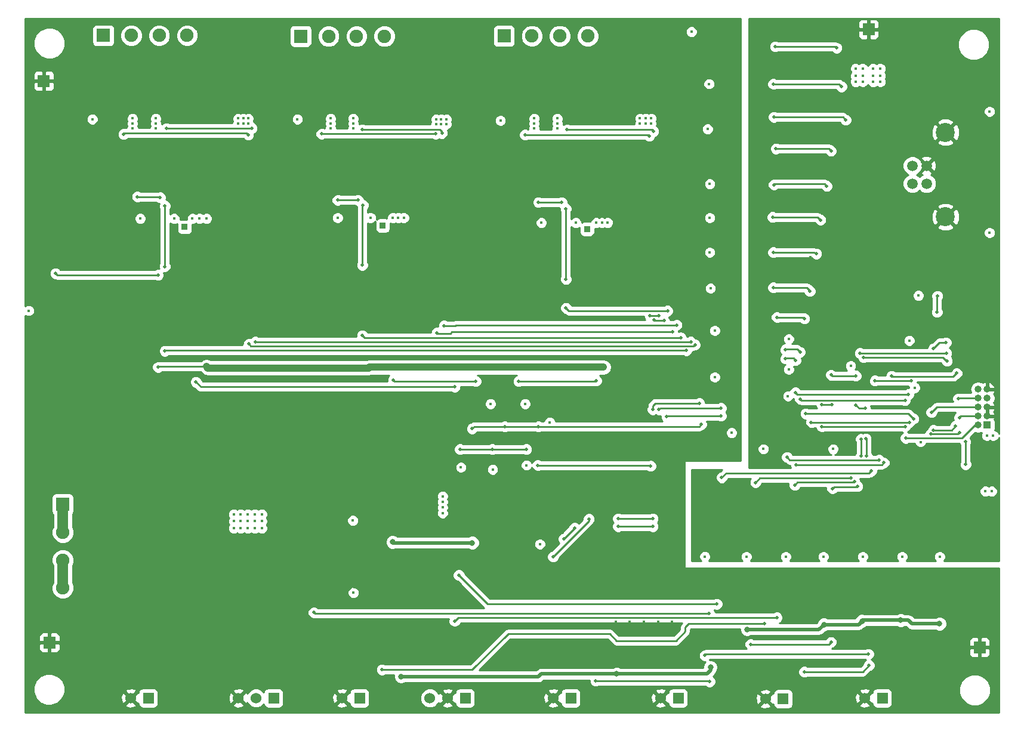
<source format=gbl>
G04 #@! TF.FileFunction,Copper,L4,Bot,Signal*
%FSLAX46Y46*%
G04 Gerber Fmt 4.6, Leading zero omitted, Abs format (unit mm)*
G04 Created by KiCad (PCBNEW 4.0.1-stable) date 2018/04/26 10:10:29*
%MOMM*%
G01*
G04 APERTURE LIST*
%ADD10C,0.150000*%
%ADD11C,0.400000*%
%ADD12C,1.900000*%
%ADD13R,1.900000X1.900000*%
%ADD14C,1.520000*%
%ADD15C,2.700000*%
%ADD16R,0.850000X0.850000*%
%ADD17R,1.700000X1.700000*%
%ADD18R,1.000000X1.000000*%
%ADD19O,1.000000X1.000000*%
%ADD20C,1.524000*%
%ADD21R,1.524000X1.524000*%
%ADD22C,0.500380*%
%ADD23C,0.800100*%
%ADD24C,0.889000*%
%ADD25C,1.143000*%
%ADD26C,0.254000*%
%ADD27C,0.508000*%
%ADD28C,1.026000*%
%ADD29C,1.524000*%
G04 APERTURE END LIST*
D10*
D11*
X145390000Y-85920000D03*
X146390000Y-85920000D03*
X145390000Y-86920000D03*
X146390000Y-86920000D03*
X145390000Y-85020000D03*
X146390000Y-85020000D03*
X197540000Y-82420000D03*
X197540000Y-83420000D03*
X197540000Y-85320000D03*
X197540000Y-84320000D03*
X197540000Y-88120000D03*
X197540000Y-87220000D03*
X197540000Y-86220000D03*
X198440000Y-86220000D03*
X198440000Y-87220000D03*
X198440000Y-88120000D03*
X198440000Y-84320000D03*
X198440000Y-85320000D03*
X198440000Y-83420000D03*
X198440000Y-82420000D03*
X169640000Y-82320000D03*
X169640000Y-83320000D03*
X169640000Y-85220000D03*
X169640000Y-84220000D03*
X169640000Y-88020000D03*
X169640000Y-87120000D03*
X169640000Y-86120000D03*
X210190000Y-85220000D03*
X209190000Y-85220000D03*
X210190000Y-87120000D03*
X209190000Y-87120000D03*
X210190000Y-86120000D03*
X209190000Y-86120000D03*
X202290000Y-86120000D03*
X203290000Y-86120000D03*
X202290000Y-87120000D03*
X203290000Y-87120000D03*
X202290000Y-85220000D03*
X203290000Y-85220000D03*
X181190000Y-85020000D03*
X180190000Y-85020000D03*
X181190000Y-86920000D03*
X180190000Y-86920000D03*
X181190000Y-85920000D03*
X180190000Y-85920000D03*
X153090000Y-85020000D03*
X152090000Y-85020000D03*
X153090000Y-86920000D03*
X152090000Y-86920000D03*
X153090000Y-85920000D03*
X152090000Y-85920000D03*
X173390000Y-85920000D03*
X174390000Y-85920000D03*
X173390000Y-86920000D03*
X174390000Y-86920000D03*
X173390000Y-85020000D03*
X174390000Y-85020000D03*
X144490000Y-88720000D03*
X143490000Y-88720000D03*
X142490000Y-88720000D03*
X140390000Y-88720000D03*
X141390000Y-88720000D03*
X139590000Y-88720000D03*
X139590000Y-82120000D03*
X139590000Y-83120000D03*
X139590000Y-85020000D03*
X139590000Y-84020000D03*
X139590000Y-87820000D03*
X139590000Y-86920000D03*
X139590000Y-85920000D03*
X140390000Y-85920000D03*
X141390000Y-85920000D03*
X140390000Y-86920000D03*
X141390000Y-86920000D03*
X141390000Y-87820000D03*
X140390000Y-87820000D03*
X140390000Y-84020000D03*
X141390000Y-84020000D03*
X140390000Y-85020000D03*
X141390000Y-85020000D03*
X141390000Y-83120000D03*
X140390000Y-83120000D03*
X141390000Y-82120000D03*
X140390000Y-82120000D03*
X210100000Y-73100000D03*
X210100000Y-72200000D03*
X202300000Y-72200000D03*
X202300000Y-73200000D03*
X181400000Y-73400000D03*
X181400000Y-72400000D03*
X173500000Y-72200000D03*
X173500000Y-73300000D03*
X153200000Y-74100000D03*
X153200000Y-73200000D03*
X145500000Y-73300000D03*
X145500000Y-74100000D03*
X159740000Y-70120000D03*
X160740000Y-70120000D03*
X161740000Y-70120000D03*
X162740000Y-70120000D03*
X162740000Y-69220000D03*
X161740000Y-69220000D03*
X160740000Y-69220000D03*
X159740000Y-69220000D03*
X162740000Y-68220000D03*
X161740000Y-68220000D03*
X160740000Y-68220000D03*
X159740000Y-68220000D03*
X187740000Y-68420000D03*
X188740000Y-68420000D03*
X189740000Y-68420000D03*
X190740000Y-68420000D03*
X187740000Y-69420000D03*
X188740000Y-69420000D03*
X189740000Y-69420000D03*
X190740000Y-69420000D03*
X190740000Y-70320000D03*
X189740000Y-70320000D03*
X188740000Y-70320000D03*
X187740000Y-70320000D03*
X216640000Y-70220000D03*
X217640000Y-70220000D03*
X218640000Y-70220000D03*
X219640000Y-70220000D03*
X219640000Y-69320000D03*
X218640000Y-69320000D03*
X217640000Y-69320000D03*
X216640000Y-69320000D03*
X219640000Y-68320000D03*
X218640000Y-68320000D03*
X217640000Y-68320000D03*
X216640000Y-68320000D03*
X182440000Y-85220000D03*
X240600000Y-117000000D03*
X240600000Y-118700000D03*
X234150000Y-137270000D03*
X233150000Y-137820000D03*
X238550000Y-137920000D03*
X239550000Y-137370000D03*
X244850000Y-137470000D03*
X243850000Y-138020000D03*
X249250000Y-137920000D03*
X250250000Y-137370000D03*
X254650000Y-137920000D03*
X255650000Y-137370000D03*
X261250000Y-137370000D03*
X260250000Y-137920000D03*
X268100000Y-136920000D03*
X269100000Y-137920000D03*
X268100000Y-138470000D03*
X268050000Y-135420000D03*
X269050000Y-136420000D03*
X269050000Y-134870000D03*
X259400000Y-125200000D03*
X194800000Y-130000000D03*
X237100000Y-126200000D03*
X247000000Y-126200000D03*
X249500000Y-114400000D03*
X249550000Y-116970000D03*
X257800000Y-110820000D03*
X260750000Y-116970000D03*
X252800000Y-115500000D03*
X249550000Y-112470000D03*
X250450000Y-108870000D03*
X259800000Y-110800000D03*
X258600000Y-117500000D03*
X259100000Y-104420000D03*
X255900000Y-106900000D03*
X258400000Y-106500000D03*
X252850000Y-104870000D03*
X253800000Y-104900000D03*
X268600000Y-132200000D03*
X269500000Y-132200000D03*
X269700000Y-124300000D03*
X268950000Y-111170000D03*
X269950000Y-112170000D03*
X269950000Y-113720000D03*
X268950000Y-112720000D03*
X269000000Y-115770000D03*
X270000000Y-115220000D03*
X269000000Y-114220000D03*
X269200000Y-95520000D03*
X252700000Y-72220000D03*
X253700000Y-72220000D03*
X253700000Y-74100000D03*
X252700000Y-73220000D03*
X253700000Y-73220000D03*
X252700000Y-74120000D03*
X250200000Y-74120000D03*
X240700000Y-110600000D03*
X240700000Y-114900000D03*
X232600000Y-123900000D03*
X230200000Y-116000000D03*
X230200000Y-109400000D03*
X194200000Y-128800000D03*
X206800000Y-122400000D03*
X205400000Y-139700000D03*
X198400000Y-119800000D03*
X203300000Y-119800000D03*
X226900000Y-67000000D03*
X229200000Y-80800000D03*
X229400000Y-74400000D03*
X229500000Y-88600000D03*
X229500000Y-93400000D03*
X229600000Y-103400000D03*
X229500000Y-98300000D03*
X203500000Y-128500000D03*
X198700000Y-129100000D03*
X191600000Y-134500000D03*
X191600000Y-135300000D03*
X191600000Y-133700000D03*
X171000000Y-79400000D03*
X141900000Y-79400000D03*
X147600000Y-79300000D03*
X189440000Y-91820000D03*
X188440000Y-91820000D03*
X187440000Y-91820000D03*
X187440000Y-92720000D03*
X188440000Y-92720000D03*
X189440000Y-92720000D03*
X189440000Y-94620000D03*
X188440000Y-94620000D03*
X187440000Y-94620000D03*
X189440000Y-93620000D03*
X188440000Y-93620000D03*
X187440000Y-93620000D03*
X187440000Y-96420000D03*
X188440000Y-96420000D03*
X189440000Y-96420000D03*
X187440000Y-97420000D03*
X188440000Y-97420000D03*
X189440000Y-97420000D03*
X189440000Y-95520000D03*
X188440000Y-95520000D03*
X187440000Y-95520000D03*
X187440000Y-98320000D03*
X188440000Y-98320000D03*
X189440000Y-98320000D03*
X187440000Y-99120000D03*
X188440000Y-99120000D03*
X189440000Y-99120000D03*
X189440000Y-101020000D03*
X188440000Y-101020000D03*
X187440000Y-101020000D03*
X189440000Y-100020000D03*
X188440000Y-100020000D03*
X187440000Y-100020000D03*
X162240000Y-100320000D03*
X163240000Y-100320000D03*
X163240000Y-102220000D03*
X162240000Y-102220000D03*
X163240000Y-101220000D03*
X162240000Y-101220000D03*
X159140000Y-101220000D03*
X160140000Y-101220000D03*
X161140000Y-101220000D03*
X159140000Y-102220000D03*
X160140000Y-102220000D03*
X161140000Y-102220000D03*
X161140000Y-100320000D03*
X160140000Y-100320000D03*
X159140000Y-100320000D03*
X162240000Y-99520000D03*
X163240000Y-99520000D03*
X161140000Y-99520000D03*
X160140000Y-99520000D03*
X159140000Y-99520000D03*
X159140000Y-96720000D03*
X160140000Y-96720000D03*
X161140000Y-96720000D03*
X161140000Y-98620000D03*
X160140000Y-98620000D03*
X159140000Y-98620000D03*
X161140000Y-97620000D03*
X160140000Y-97620000D03*
X159140000Y-97620000D03*
X162240000Y-97620000D03*
X163240000Y-97620000D03*
X162240000Y-98620000D03*
X163240000Y-98620000D03*
X163240000Y-96720000D03*
X162240000Y-96720000D03*
X162240000Y-93920000D03*
X163240000Y-93920000D03*
X163240000Y-95820000D03*
X162240000Y-95820000D03*
X163240000Y-94820000D03*
X162240000Y-94820000D03*
X159140000Y-94820000D03*
X160140000Y-94820000D03*
X161140000Y-94820000D03*
X159140000Y-95820000D03*
X160140000Y-95820000D03*
X161140000Y-95820000D03*
X161140000Y-93920000D03*
X160140000Y-93920000D03*
X159140000Y-93920000D03*
X216140000Y-93920000D03*
X217140000Y-93920000D03*
X218140000Y-93920000D03*
X216140000Y-94920000D03*
X217140000Y-94920000D03*
X218140000Y-94920000D03*
X218140000Y-96820000D03*
X217140000Y-96820000D03*
X216140000Y-96820000D03*
X218140000Y-95820000D03*
X217140000Y-95820000D03*
X216140000Y-95820000D03*
X219240000Y-95820000D03*
X220240000Y-95820000D03*
X219240000Y-96820000D03*
X220240000Y-96820000D03*
X220240000Y-94920000D03*
X219240000Y-94920000D03*
X220240000Y-93920000D03*
X219240000Y-93920000D03*
X219240000Y-97720000D03*
X220240000Y-97720000D03*
X220240000Y-99620000D03*
X219240000Y-99620000D03*
X220240000Y-98620000D03*
X219240000Y-98620000D03*
X216140000Y-98620000D03*
X217140000Y-98620000D03*
X218140000Y-98620000D03*
X216140000Y-99620000D03*
X217140000Y-99620000D03*
X218140000Y-99620000D03*
X218140000Y-97720000D03*
X217140000Y-97720000D03*
X216140000Y-97720000D03*
X216140000Y-100520000D03*
X217140000Y-100520000D03*
X218140000Y-100520000D03*
X220240000Y-100520000D03*
X219240000Y-100520000D03*
X162600000Y-80000000D03*
X162600000Y-79300000D03*
X163300000Y-79300000D03*
X163300000Y-80000000D03*
X164000000Y-80000000D03*
X164000000Y-79300000D03*
X220400000Y-80000000D03*
X220400000Y-79300000D03*
X192100000Y-79400000D03*
X192100000Y-80100000D03*
X191400000Y-80100000D03*
X191400000Y-79400000D03*
X207850000Y-80000000D03*
X207850000Y-79300000D03*
X207850000Y-80700000D03*
X221200000Y-80000000D03*
X221200000Y-79300000D03*
X190700000Y-79400000D03*
X190700000Y-80100000D03*
X204600000Y-80700000D03*
X204600000Y-79300000D03*
X204600000Y-80000000D03*
X219600000Y-80000000D03*
X219600000Y-79300000D03*
X178900000Y-80700000D03*
X178900000Y-79300000D03*
X178900000Y-80000000D03*
X175700000Y-80000000D03*
X175700000Y-79300000D03*
X175700000Y-80700000D03*
X150900000Y-80000000D03*
X150900000Y-79300000D03*
X150900000Y-80700000D03*
X147600000Y-80700000D03*
X199800000Y-79600000D03*
X147600000Y-80000000D03*
X148700000Y-93500000D03*
X153500000Y-93500000D03*
X156100000Y-93500000D03*
X158100000Y-93500000D03*
X157100000Y-93500000D03*
X215000000Y-94100000D03*
X214200000Y-94100000D03*
X213400000Y-94100000D03*
X210500000Y-94100000D03*
X205600000Y-94100000D03*
X176700000Y-93400000D03*
X181400000Y-93400000D03*
X184500000Y-93400000D03*
X185300000Y-93400000D03*
X186100000Y-93400000D03*
X142490000Y-82120000D03*
X143490000Y-82120000D03*
X144490000Y-82120000D03*
X142490000Y-83120000D03*
X143490000Y-83120000D03*
X144490000Y-83120000D03*
X144490000Y-85020000D03*
X143490000Y-85020000D03*
X142490000Y-85020000D03*
X144490000Y-84020000D03*
X143490000Y-84020000D03*
X142490000Y-84020000D03*
X142490000Y-87820000D03*
X143490000Y-87820000D03*
X144490000Y-87820000D03*
X144490000Y-86920000D03*
X143490000Y-86920000D03*
X142490000Y-86920000D03*
X144490000Y-85920000D03*
X143490000Y-85920000D03*
X142490000Y-85920000D03*
X154090000Y-90920000D03*
X155090000Y-90920000D03*
X156090000Y-90920000D03*
X157090000Y-90920000D03*
X154090000Y-91920000D03*
X155090000Y-91920000D03*
X156090000Y-91920000D03*
X157090000Y-91920000D03*
X157090000Y-90020000D03*
X156090000Y-90020000D03*
X155090000Y-90020000D03*
X154090000Y-90020000D03*
X158090000Y-90020000D03*
X159090000Y-90020000D03*
X160090000Y-90020000D03*
X161090000Y-90020000D03*
X161090000Y-91920000D03*
X160090000Y-91920000D03*
X159090000Y-91920000D03*
X158090000Y-91920000D03*
X161090000Y-90920000D03*
X160090000Y-90920000D03*
X159090000Y-90920000D03*
X158090000Y-90920000D03*
X162190000Y-90920000D03*
X163190000Y-90920000D03*
X162190000Y-91920000D03*
X163190000Y-91920000D03*
X163190000Y-90020000D03*
X162190000Y-90020000D03*
X162190000Y-86220000D03*
X163190000Y-86220000D03*
X162190000Y-87220000D03*
X163190000Y-87220000D03*
X163190000Y-89120000D03*
X162190000Y-89120000D03*
X163190000Y-88120000D03*
X162190000Y-88120000D03*
X162190000Y-84320000D03*
X163190000Y-84320000D03*
X162190000Y-85320000D03*
X163190000Y-85320000D03*
X163190000Y-83420000D03*
X162190000Y-83420000D03*
X162190000Y-82420000D03*
X158090000Y-82420000D03*
X159090000Y-82420000D03*
X160090000Y-82420000D03*
X161090000Y-82420000D03*
X158090000Y-83420000D03*
X159090000Y-83420000D03*
X160090000Y-83420000D03*
X161090000Y-83420000D03*
X161090000Y-85320000D03*
X160090000Y-85320000D03*
X159090000Y-85320000D03*
X158090000Y-85320000D03*
X161090000Y-84320000D03*
X160090000Y-84320000D03*
X159090000Y-84320000D03*
X158090000Y-84320000D03*
X158090000Y-88120000D03*
X159090000Y-88120000D03*
X160090000Y-88120000D03*
X161090000Y-88120000D03*
X158090000Y-89120000D03*
X159090000Y-89120000D03*
X160090000Y-89120000D03*
X161090000Y-89120000D03*
X161090000Y-87220000D03*
X160090000Y-87220000D03*
X159090000Y-87220000D03*
X158090000Y-87220000D03*
X161090000Y-86220000D03*
X160090000Y-86220000D03*
X159090000Y-86220000D03*
X158090000Y-86220000D03*
X154090000Y-86220000D03*
X155090000Y-86220000D03*
X156090000Y-86220000D03*
X157090000Y-86220000D03*
X154090000Y-87220000D03*
X155090000Y-87220000D03*
X156090000Y-87220000D03*
X157090000Y-87220000D03*
X157090000Y-89120000D03*
X156090000Y-89120000D03*
X155090000Y-89120000D03*
X154090000Y-89120000D03*
X157090000Y-88120000D03*
X156090000Y-88120000D03*
X155090000Y-88120000D03*
X154090000Y-88120000D03*
X154090000Y-84320000D03*
X155090000Y-84320000D03*
X156090000Y-84320000D03*
X157090000Y-84320000D03*
X154090000Y-85320000D03*
X155090000Y-85320000D03*
X156090000Y-85320000D03*
X157090000Y-85320000D03*
X157090000Y-83420000D03*
X156090000Y-83420000D03*
X155090000Y-83420000D03*
X154090000Y-83420000D03*
X157090000Y-82420000D03*
X156090000Y-82420000D03*
X155090000Y-82420000D03*
X154090000Y-82420000D03*
D12*
X155340000Y-67530000D03*
X151380000Y-67530000D03*
D13*
X143460000Y-67530000D03*
D12*
X147420000Y-67530000D03*
D11*
X170440000Y-86120000D03*
X171440000Y-86120000D03*
X172440000Y-86120000D03*
X170440000Y-87120000D03*
X171440000Y-87120000D03*
X172440000Y-87120000D03*
X172440000Y-88020000D03*
X171440000Y-88020000D03*
X170440000Y-88020000D03*
X170440000Y-84220000D03*
X171440000Y-84220000D03*
X172440000Y-84220000D03*
X170440000Y-85220000D03*
X171440000Y-85220000D03*
X172440000Y-85220000D03*
X172440000Y-83320000D03*
X171440000Y-83320000D03*
X170440000Y-83320000D03*
X172440000Y-82320000D03*
X171440000Y-82320000D03*
X170440000Y-82320000D03*
X182440000Y-82320000D03*
X183440000Y-82320000D03*
X184440000Y-82320000D03*
X185440000Y-82320000D03*
X182440000Y-83320000D03*
X183440000Y-83320000D03*
X184440000Y-83320000D03*
X185440000Y-83320000D03*
X185440000Y-85220000D03*
X184440000Y-85220000D03*
X183440000Y-85220000D03*
X185440000Y-84220000D03*
X184440000Y-84220000D03*
X183440000Y-84220000D03*
X182440000Y-84220000D03*
X182440000Y-88020000D03*
X183440000Y-88020000D03*
X184440000Y-88020000D03*
X185440000Y-88020000D03*
X182440000Y-89020000D03*
X183440000Y-89020000D03*
X184440000Y-89020000D03*
X185440000Y-89020000D03*
X185440000Y-87120000D03*
X184440000Y-87120000D03*
X183440000Y-87120000D03*
X182440000Y-87120000D03*
X185440000Y-86120000D03*
X184440000Y-86120000D03*
X183440000Y-86120000D03*
X182440000Y-86120000D03*
X186440000Y-86120000D03*
X187440000Y-86120000D03*
X188440000Y-86120000D03*
X189440000Y-86120000D03*
X186440000Y-87120000D03*
X187440000Y-87120000D03*
X188440000Y-87120000D03*
X189440000Y-87120000D03*
X189440000Y-89020000D03*
X188440000Y-89020000D03*
X187440000Y-89020000D03*
X186440000Y-89020000D03*
X189440000Y-88020000D03*
X188440000Y-88020000D03*
X187440000Y-88020000D03*
X186440000Y-88020000D03*
X186440000Y-84220000D03*
X187440000Y-84220000D03*
X188440000Y-84220000D03*
X189440000Y-84220000D03*
X186440000Y-85220000D03*
X187440000Y-85220000D03*
X188440000Y-85220000D03*
X189440000Y-85220000D03*
X189440000Y-83320000D03*
X188440000Y-83320000D03*
X187440000Y-83320000D03*
X186440000Y-83320000D03*
X189440000Y-82320000D03*
X188440000Y-82320000D03*
X187440000Y-82320000D03*
X186440000Y-82320000D03*
X163240000Y-93020000D03*
X162240000Y-93020000D03*
X186440000Y-90820000D03*
X187440000Y-90820000D03*
X188440000Y-90820000D03*
X189440000Y-90820000D03*
X186440000Y-91820000D03*
X159140000Y-93020000D03*
X160140000Y-93020000D03*
X161140000Y-93020000D03*
X189440000Y-89920000D03*
X188440000Y-89920000D03*
X187440000Y-89920000D03*
X186440000Y-89920000D03*
X182440000Y-89920000D03*
X183440000Y-89920000D03*
X184440000Y-89920000D03*
X185440000Y-89920000D03*
X185440000Y-91820000D03*
X184440000Y-91820000D03*
X183440000Y-91820000D03*
X182440000Y-91820000D03*
X185440000Y-90820000D03*
X184440000Y-90820000D03*
X183440000Y-90820000D03*
X182440000Y-90820000D03*
X199340000Y-82420000D03*
X200340000Y-82420000D03*
X201340000Y-82420000D03*
X199340000Y-83420000D03*
X200340000Y-83420000D03*
X201340000Y-83420000D03*
X201340000Y-85320000D03*
X200340000Y-85320000D03*
X199340000Y-85320000D03*
X201340000Y-84320000D03*
X200340000Y-84320000D03*
X199340000Y-84320000D03*
X199340000Y-88120000D03*
X200340000Y-88120000D03*
X201340000Y-88120000D03*
X201340000Y-87220000D03*
X200340000Y-87220000D03*
X199340000Y-87220000D03*
X201340000Y-86220000D03*
X200340000Y-86220000D03*
X199340000Y-86220000D03*
X219240000Y-92920000D03*
X220240000Y-92920000D03*
X218140000Y-92920000D03*
X217140000Y-92920000D03*
X216140000Y-92920000D03*
X215140000Y-92920000D03*
X213140000Y-92920000D03*
X214140000Y-92920000D03*
X211140000Y-91020000D03*
X212140000Y-91020000D03*
X213140000Y-91020000D03*
X214140000Y-91020000D03*
X211140000Y-92020000D03*
X212140000Y-92020000D03*
X213140000Y-92020000D03*
X214140000Y-92020000D03*
X214140000Y-90120000D03*
X213140000Y-90120000D03*
X212140000Y-90120000D03*
X211140000Y-90120000D03*
X215140000Y-90120000D03*
X216140000Y-90120000D03*
X217140000Y-90120000D03*
X218140000Y-90120000D03*
X218140000Y-92020000D03*
X217140000Y-92020000D03*
X216140000Y-92020000D03*
X215140000Y-92020000D03*
X218140000Y-91020000D03*
X217140000Y-91020000D03*
X216140000Y-91020000D03*
X215140000Y-91020000D03*
X219240000Y-91020000D03*
X220240000Y-91020000D03*
X219240000Y-92020000D03*
X220240000Y-92020000D03*
X220240000Y-90120000D03*
X219240000Y-90120000D03*
X219240000Y-86320000D03*
X220240000Y-86320000D03*
X219240000Y-87320000D03*
X220240000Y-87320000D03*
X220240000Y-89220000D03*
X219240000Y-89220000D03*
X220240000Y-88220000D03*
X219240000Y-88220000D03*
X219240000Y-84420000D03*
X220240000Y-84420000D03*
X219240000Y-85420000D03*
X220240000Y-85420000D03*
X220240000Y-83520000D03*
X219240000Y-83520000D03*
X220240000Y-82520000D03*
X219240000Y-82520000D03*
X215140000Y-82520000D03*
X216140000Y-82520000D03*
X217140000Y-82520000D03*
X218140000Y-82520000D03*
X215140000Y-83520000D03*
X216140000Y-83520000D03*
X217140000Y-83520000D03*
X218140000Y-83520000D03*
X218140000Y-85420000D03*
X217140000Y-85420000D03*
X216140000Y-85420000D03*
X215140000Y-85420000D03*
X218140000Y-84420000D03*
X217140000Y-84420000D03*
X216140000Y-84420000D03*
X215140000Y-84420000D03*
X215140000Y-88220000D03*
X216140000Y-88220000D03*
X217140000Y-88220000D03*
X218140000Y-88220000D03*
X215140000Y-89220000D03*
X216140000Y-89220000D03*
X217140000Y-89220000D03*
X218140000Y-89220000D03*
X218140000Y-87320000D03*
X217140000Y-87320000D03*
X216140000Y-87320000D03*
X215140000Y-87320000D03*
X218140000Y-86320000D03*
X217140000Y-86320000D03*
X216140000Y-86320000D03*
X215140000Y-86320000D03*
X211140000Y-86320000D03*
X212140000Y-86320000D03*
X213140000Y-86320000D03*
X214140000Y-86320000D03*
X211140000Y-87320000D03*
X212140000Y-87320000D03*
X213140000Y-87320000D03*
X214140000Y-87320000D03*
X214140000Y-89220000D03*
X213140000Y-89220000D03*
X212140000Y-89220000D03*
X211140000Y-89220000D03*
X214140000Y-88220000D03*
X213140000Y-88220000D03*
X212140000Y-88220000D03*
X211140000Y-88220000D03*
X211140000Y-84420000D03*
X212140000Y-84420000D03*
X213140000Y-84420000D03*
X214140000Y-84420000D03*
X211140000Y-85420000D03*
X212140000Y-85420000D03*
X213140000Y-85420000D03*
X214140000Y-85420000D03*
D14*
X258250000Y-88540000D03*
X258250000Y-86000000D03*
X260250000Y-86000000D03*
X260250000Y-88540000D03*
D15*
X262950000Y-93270000D03*
X262950000Y-81270000D03*
D11*
X260564000Y-129538000D03*
X260564000Y-130538000D03*
X205994000Y-143256000D03*
X204216000Y-143256000D03*
X202438000Y-143256000D03*
X205486000Y-133096000D03*
X205470000Y-131662000D03*
X207270000Y-131662000D03*
X209042000Y-131572000D03*
X207264000Y-133096000D03*
X209042000Y-133096000D03*
X238100000Y-119000000D03*
X245618000Y-141478000D03*
X234696000Y-141478000D03*
X240284000Y-141478000D03*
X251206000Y-141478000D03*
X256794000Y-141478000D03*
X228800000Y-141450000D03*
X268800000Y-124300000D03*
X262128000Y-141478000D03*
X140970000Y-106680000D03*
X161950000Y-135450000D03*
X162950000Y-135450000D03*
X161950000Y-136450000D03*
X162950000Y-136450000D03*
X161950000Y-137450000D03*
X162950000Y-137450000D03*
X154350000Y-148550000D03*
X156350000Y-148550000D03*
X156300000Y-146150000D03*
X154300000Y-146150000D03*
X150200000Y-146150000D03*
X152200000Y-146150000D03*
X152250000Y-148550000D03*
X150250000Y-148550000D03*
X168050000Y-148550000D03*
X170050000Y-148550000D03*
X170000000Y-146150000D03*
X168000000Y-146150000D03*
X169900000Y-143600000D03*
X167900000Y-143600000D03*
X166100000Y-143600000D03*
X166200000Y-146150000D03*
X166250000Y-148550000D03*
X158450000Y-148550000D03*
X160450000Y-148550000D03*
X160400000Y-146150000D03*
X158400000Y-146150000D03*
X160300000Y-143600000D03*
X158300000Y-143600000D03*
X162100000Y-143600000D03*
X164100000Y-143600000D03*
X162200000Y-146150000D03*
X164200000Y-146150000D03*
X164250000Y-148550000D03*
X162250000Y-148550000D03*
X153950000Y-141050000D03*
X155950000Y-141050000D03*
X153900000Y-138650000D03*
X153800000Y-136100000D03*
X150000000Y-136100000D03*
X152000000Y-136100000D03*
X151950000Y-133700000D03*
X149950000Y-133700000D03*
X150100000Y-138650000D03*
X152100000Y-138650000D03*
X152150000Y-141050000D03*
X150150000Y-141050000D03*
X230950000Y-94939000D03*
X200100000Y-129200000D03*
X252000000Y-104900000D03*
X251050000Y-104870000D03*
X237300000Y-104083000D03*
X266850000Y-149100000D03*
X268850000Y-149100000D03*
X267850000Y-150100000D03*
X267800000Y-148300000D03*
X268800000Y-147300000D03*
X266800000Y-147300000D03*
X260200000Y-160150000D03*
X262200000Y-160150000D03*
X261200000Y-161150000D03*
X261250000Y-162950000D03*
X262250000Y-161950000D03*
X260250000Y-161950000D03*
X225000000Y-147200000D03*
X223000000Y-147200000D03*
X221000000Y-147200000D03*
X219000000Y-147200000D03*
X217000000Y-147200000D03*
X224000000Y-146200000D03*
X222000000Y-146200000D03*
X220000000Y-146200000D03*
X218000000Y-146200000D03*
X216000000Y-146200000D03*
X204200000Y-129400000D03*
X191600000Y-132900000D03*
X203962000Y-135636000D03*
X156200000Y-143600000D03*
X154200000Y-143600000D03*
X152200000Y-143600000D03*
X150200000Y-143600000D03*
X230950000Y-85033000D03*
X230950000Y-89859000D03*
X230950000Y-99575000D03*
X216150000Y-150700000D03*
X218150000Y-150700000D03*
X220150000Y-150700000D03*
X222150000Y-150700000D03*
X224150000Y-150700000D03*
X217150000Y-151700000D03*
X219150000Y-151700000D03*
X221150000Y-151700000D03*
X223150000Y-151700000D03*
X225150000Y-151700000D03*
X251200000Y-73220000D03*
X250200000Y-73220000D03*
X251200000Y-74100000D03*
X251200000Y-72220000D03*
X250200000Y-72220000D03*
X269200000Y-78320000D03*
D12*
X137700000Y-145930000D03*
X137700000Y-141970000D03*
D13*
X137700000Y-134050000D03*
D12*
X137700000Y-138010000D03*
D11*
X165950000Y-137450000D03*
X164950000Y-137450000D03*
X163950000Y-137450000D03*
X132890000Y-106570000D03*
X165950000Y-136450000D03*
X164950000Y-136450000D03*
X163950000Y-136450000D03*
X178950000Y-146600000D03*
X178850000Y-136350000D03*
X229600000Y-157150000D03*
X165950000Y-135450000D03*
X164950000Y-135450000D03*
X163950000Y-135450000D03*
X214140000Y-83520000D03*
X213140000Y-83520000D03*
X212140000Y-83520000D03*
X211140000Y-83520000D03*
X214140000Y-82520000D03*
X213140000Y-82520000D03*
X212140000Y-82520000D03*
X211140000Y-82520000D03*
X243750000Y-98975000D03*
X207740000Y-87170000D03*
X206740000Y-87170000D03*
X205740000Y-87170000D03*
X204740000Y-87170000D03*
X178940000Y-86970000D03*
X177940000Y-86970000D03*
X176940000Y-86970000D03*
X175940000Y-86970000D03*
X150790000Y-86920000D03*
X149790000Y-86920000D03*
X148790000Y-86920000D03*
X147790000Y-86920000D03*
X207740000Y-86170000D03*
X206740000Y-86170000D03*
X205740000Y-86170000D03*
X204740000Y-86170000D03*
X178940000Y-85970000D03*
X177940000Y-85970000D03*
X176940000Y-85970000D03*
X175940000Y-85970000D03*
X150790000Y-85920000D03*
X149790000Y-85920000D03*
X148790000Y-85920000D03*
X147790000Y-85920000D03*
X207740000Y-85170000D03*
X206740000Y-85170000D03*
X205740000Y-85170000D03*
X204740000Y-85170000D03*
X178940000Y-84970000D03*
X177940000Y-84970000D03*
X176940000Y-84970000D03*
X175940000Y-84970000D03*
X150790000Y-84920000D03*
X149790000Y-84920000D03*
X148790000Y-84920000D03*
D16*
X155000000Y-94700000D03*
X183100000Y-94500000D03*
X212100000Y-95000000D03*
D12*
X183340000Y-67630000D03*
X179380000Y-67630000D03*
D13*
X171460000Y-67630000D03*
D12*
X175420000Y-67630000D03*
X212180000Y-67600000D03*
X208220000Y-67600000D03*
D13*
X200300000Y-67600000D03*
D12*
X204260000Y-67600000D03*
D11*
X147790000Y-84920000D03*
D17*
X135000000Y-74000000D03*
X135825000Y-153675000D03*
X267800000Y-154350000D03*
X252050000Y-66650000D03*
D18*
X268850000Y-122800000D03*
D19*
X267580000Y-122800000D03*
X268850000Y-121530000D03*
X267580000Y-121530000D03*
X268850000Y-120260000D03*
X267580000Y-120260000D03*
X268850000Y-118990000D03*
X267580000Y-118990000D03*
X268850000Y-117720000D03*
X267580000Y-117720000D03*
D20*
X189798000Y-161544000D03*
D21*
X194798000Y-161544000D03*
D20*
X192298000Y-161544000D03*
X162620000Y-161544000D03*
D21*
X167620000Y-161544000D03*
D20*
X165120000Y-161544000D03*
D21*
X179812000Y-161544000D03*
D20*
X177312000Y-161544000D03*
D21*
X225024000Y-161544000D03*
D20*
X222524000Y-161544000D03*
D21*
X209784000Y-161544000D03*
D20*
X207284000Y-161544000D03*
D21*
X239910000Y-161650000D03*
D20*
X237410000Y-161650000D03*
D21*
X149840000Y-161544000D03*
D20*
X147340000Y-161544000D03*
D21*
X253980000Y-161544000D03*
D20*
X251480000Y-161544000D03*
D22*
X263000000Y-111100000D03*
X261250000Y-111950000D03*
X236000000Y-130950000D03*
X249500000Y-130300000D03*
X252450000Y-129300000D03*
X231200000Y-130250000D03*
X264550000Y-115450000D03*
X255300000Y-115850000D03*
X257200000Y-119300000D03*
X242300000Y-119100000D03*
X242300000Y-112450000D03*
X240250000Y-112100000D03*
X241750000Y-128450000D03*
X254200000Y-128150000D03*
X257700000Y-118450000D03*
X241650000Y-118200000D03*
X241700000Y-113600000D03*
X240250000Y-113350000D03*
X253500000Y-127750000D03*
X240450000Y-127350000D03*
X264900000Y-121750000D03*
X264900000Y-123850000D03*
X260850000Y-124050000D03*
X264350000Y-122950000D03*
X264750000Y-119050000D03*
X261250000Y-123500000D03*
X265750000Y-125150000D03*
X265800000Y-128400000D03*
X260950000Y-121000000D03*
X257300000Y-124650000D03*
X258050000Y-116550000D03*
X252950000Y-116500000D03*
X250000000Y-130850000D03*
X241550000Y-131300000D03*
X248200000Y-74800000D03*
X238500000Y-74400000D03*
X238800000Y-69100000D03*
X247500000Y-69300000D03*
X263150000Y-113700000D03*
X251300000Y-113200000D03*
X250800000Y-112600000D03*
X263050000Y-112600000D03*
X202400000Y-116600000D03*
X213400000Y-116500000D03*
X248800000Y-79500000D03*
X238600000Y-79100000D03*
X250950000Y-124800000D03*
X250950000Y-127200000D03*
X250450000Y-131500000D03*
X246900000Y-131800000D03*
X251750000Y-127150000D03*
X251650000Y-124750000D03*
X251550000Y-120400000D03*
X250250000Y-119950000D03*
D23*
X185700000Y-158500000D03*
X256600000Y-150500000D03*
X251100000Y-150600000D03*
X262100000Y-151000000D03*
X216300000Y-158100000D03*
X234800000Y-151788000D03*
X245700000Y-151100000D03*
X229600000Y-157150000D03*
X195800000Y-139500000D03*
X184500000Y-139400000D03*
D22*
X136700000Y-101300000D03*
X151200000Y-101500000D03*
X151200000Y-114600000D03*
X205200000Y-91200000D03*
X208500000Y-91200000D03*
X176700000Y-90900000D03*
X179600000Y-90900000D03*
X148300000Y-90400000D03*
X151500000Y-90500000D03*
D24*
X158100000Y-114500000D03*
X186100000Y-114600000D03*
X181100000Y-114700000D03*
X214400000Y-114600000D03*
D22*
X230500000Y-148200000D03*
X193900000Y-144100000D03*
X252100000Y-156900000D03*
X242900000Y-157800000D03*
X213300000Y-159100000D03*
X229500000Y-159200000D03*
X235300000Y-153900000D03*
X246700000Y-153600000D03*
X228800000Y-155500000D03*
X252000000Y-155300000D03*
X237220000Y-150980000D03*
X183000000Y-157500000D03*
X261750000Y-106750000D03*
X261800000Y-104500000D03*
D25*
X137700000Y-145930000D03*
D22*
X239000000Y-150100000D03*
X193300000Y-150600000D03*
X229400000Y-149500000D03*
X173300000Y-149400000D03*
X228000000Y-119700000D03*
X221400000Y-120600000D03*
X221100000Y-128600000D03*
X205100000Y-128500000D03*
X205200000Y-123000000D03*
X200400000Y-123000000D03*
X228300000Y-122700000D03*
X195800000Y-123300000D03*
X203454000Y-126238000D03*
X198628000Y-126238000D03*
X194056000Y-126238000D03*
X216500000Y-136100000D03*
X221400000Y-136100000D03*
X222300000Y-120600000D03*
X231100000Y-120400000D03*
X212344000Y-136144000D03*
X207264000Y-141478000D03*
X216500000Y-137200000D03*
X221400000Y-137200000D03*
X231100000Y-121500000D03*
X223400000Y-121600000D03*
X210312000Y-137414000D03*
X208788000Y-138938000D03*
X221000000Y-107300000D03*
X222300000Y-107300000D03*
X203300000Y-81600000D03*
X220900000Y-81800000D03*
X223500000Y-106600000D03*
X209100000Y-106200000D03*
X209100000Y-102100000D03*
X209100000Y-92100000D03*
X223000000Y-108000000D03*
X221600000Y-107900000D03*
X221500000Y-81100000D03*
X209200000Y-80900000D03*
X184600000Y-116400000D03*
X196300000Y-116600000D03*
X156600000Y-116700000D03*
X193300000Y-117400000D03*
X164100000Y-111300000D03*
X164000000Y-81600000D03*
X227400000Y-111400000D03*
X146340000Y-81540000D03*
X257200000Y-123000000D03*
X245400000Y-123000000D03*
X244600000Y-98500000D03*
X238500000Y-98300000D03*
X243700000Y-103800000D03*
X238500000Y-103300000D03*
X243900000Y-122400000D03*
X257800000Y-122400000D03*
X258400000Y-121900000D03*
X243100000Y-121200000D03*
X239000000Y-107500000D03*
X242900000Y-107700000D03*
X245200000Y-93700000D03*
X238400000Y-93300000D03*
X245400000Y-119900000D03*
X246800000Y-119900000D03*
X238600000Y-88700000D03*
X246100000Y-88900000D03*
X250250000Y-115800000D03*
X238900000Y-83600000D03*
X246700000Y-83900000D03*
X246700000Y-115700000D03*
X190600000Y-81500000D03*
X174400000Y-81500000D03*
X190800000Y-109700000D03*
X224200000Y-109600000D03*
X225400000Y-110400000D03*
X180200000Y-110100000D03*
X180200000Y-100100000D03*
X180300000Y-91600000D03*
X191800000Y-108700000D03*
X191500000Y-81400000D03*
X180200000Y-80900000D03*
X224800000Y-108600000D03*
X226200000Y-112200000D03*
X152200000Y-112300000D03*
X152200000Y-100300000D03*
X152200000Y-91700000D03*
X152400000Y-80700000D03*
X164500000Y-80700000D03*
X226800000Y-111000000D03*
X165000000Y-111000000D03*
D26*
X262100000Y-111100000D02*
X263000000Y-111100000D01*
X261250000Y-111950000D02*
X262100000Y-111100000D01*
X236000000Y-130950000D02*
X236600000Y-130350000D01*
X236600000Y-130350000D02*
X249450000Y-130350000D01*
X249450000Y-130350000D02*
X249500000Y-130300000D01*
X252100000Y-129650000D02*
X252450000Y-129300000D01*
X231800000Y-129650000D02*
X252100000Y-129650000D01*
X231200000Y-130250000D02*
X231800000Y-129650000D01*
X264050000Y-115950000D02*
X264550000Y-115450000D01*
X255400000Y-115950000D02*
X264050000Y-115950000D01*
X255300000Y-115850000D02*
X255400000Y-115950000D01*
X242500000Y-119300000D02*
X257200000Y-119300000D01*
X242300000Y-119100000D02*
X242500000Y-119300000D01*
X241900000Y-112050000D02*
X242300000Y-112450000D01*
X240300000Y-112050000D02*
X241900000Y-112050000D01*
X240250000Y-112100000D02*
X240300000Y-112050000D01*
X253900000Y-128450000D02*
X241750000Y-128450000D01*
X254200000Y-128150000D02*
X253900000Y-128450000D01*
X241900000Y-118450000D02*
X257700000Y-118450000D01*
X241650000Y-118200000D02*
X241900000Y-118450000D01*
X241400000Y-113300000D02*
X241700000Y-113600000D01*
X240300000Y-113300000D02*
X241400000Y-113300000D01*
X240250000Y-113350000D02*
X240300000Y-113300000D01*
X240850000Y-127750000D02*
X253500000Y-127750000D01*
X240450000Y-127350000D02*
X240850000Y-127750000D01*
X260850000Y-124050000D02*
X264700000Y-124050000D01*
X264700000Y-124050000D02*
X264900000Y-123850000D01*
X267580000Y-121530000D02*
X265120000Y-121530000D01*
X265120000Y-121530000D02*
X264900000Y-121750000D01*
X265120000Y-121530000D02*
X267280000Y-121530000D01*
X264900000Y-121750000D02*
X265120000Y-121530000D01*
X267580000Y-118990000D02*
X264810000Y-118990000D01*
X264810000Y-118990000D02*
X264750000Y-119050000D01*
X261250000Y-123500000D02*
X263800000Y-123500000D01*
X263800000Y-123500000D02*
X264350000Y-122950000D01*
X264760000Y-119040000D02*
X264760000Y-118990000D01*
X264750000Y-119050000D02*
X264760000Y-119040000D01*
X264850000Y-118990000D02*
X264760000Y-118990000D01*
X264850000Y-118990000D02*
X267280000Y-118990000D01*
X265750000Y-128350000D02*
X265750000Y-125150000D01*
X265800000Y-128400000D02*
X265750000Y-128350000D01*
X267580000Y-120260000D02*
X265210000Y-120260000D01*
X261690000Y-120260000D02*
X265210000Y-120260000D01*
X265210000Y-120260000D02*
X267280000Y-120260000D01*
X260950000Y-121000000D02*
X261690000Y-120260000D01*
X267580000Y-122800000D02*
X267150000Y-122800000D01*
X267150000Y-122800000D02*
X265300000Y-124650000D01*
X267280000Y-122800000D02*
X267150000Y-122800000D01*
X267150000Y-122800000D02*
X265300000Y-124650000D01*
X265300000Y-124650000D02*
X257300000Y-124650000D01*
X253000000Y-116550000D02*
X258050000Y-116550000D01*
X252950000Y-116500000D02*
X253000000Y-116550000D01*
X249950000Y-130900000D02*
X250000000Y-130850000D01*
X241950000Y-130900000D02*
X249950000Y-130900000D01*
X241550000Y-131300000D02*
X241950000Y-130900000D01*
X247800000Y-74400000D02*
X248200000Y-74800000D01*
X238500000Y-74400000D02*
X247800000Y-74400000D01*
X247300000Y-69100000D02*
X238800000Y-69100000D01*
X247500000Y-69300000D02*
X247300000Y-69100000D01*
X263100000Y-113700000D02*
X263150000Y-113700000D01*
X262600000Y-113200000D02*
X263100000Y-113700000D01*
X251300000Y-113200000D02*
X262600000Y-113200000D01*
X250800000Y-112600000D02*
X263050000Y-112600000D01*
X213300000Y-116600000D02*
X202400000Y-116600000D01*
X213400000Y-116500000D02*
X213300000Y-116600000D01*
X248800000Y-79500000D02*
X248400000Y-79100000D01*
X248400000Y-79100000D02*
X243400000Y-79100000D01*
X243400000Y-79100000D02*
X238600000Y-79100000D01*
X250950000Y-127200000D02*
X250950000Y-124800000D01*
X250400000Y-131550000D02*
X250450000Y-131500000D01*
X247150000Y-131550000D02*
X250400000Y-131550000D01*
X246900000Y-131800000D02*
X247150000Y-131550000D01*
X251750000Y-124850000D02*
X251750000Y-127150000D01*
X251650000Y-124750000D02*
X251750000Y-124850000D01*
X250700000Y-120400000D02*
X251550000Y-120400000D01*
X250250000Y-119950000D02*
X250700000Y-120400000D01*
D27*
X206100000Y-158100000D02*
X205600000Y-158100000D01*
X216300000Y-158100000D02*
X206100000Y-158100000D01*
X205200000Y-158500000D02*
X185700000Y-158500000D01*
X205600000Y-158100000D02*
X205200000Y-158500000D01*
X245700000Y-151100000D02*
X250600000Y-151100000D01*
X250600000Y-151100000D02*
X251100000Y-150600000D01*
X251100000Y-150600000D02*
X251200000Y-150500000D01*
X251200000Y-150500000D02*
X256600000Y-150500000D01*
X258200000Y-151000000D02*
X262100000Y-151000000D01*
X257700000Y-150500000D02*
X258200000Y-151000000D01*
X256600000Y-150500000D02*
X257700000Y-150500000D01*
X229600000Y-157600000D02*
X229600000Y-157150000D01*
X229100000Y-158100000D02*
X229600000Y-157600000D01*
X216300000Y-158100000D02*
X229100000Y-158100000D01*
X245000000Y-151800000D02*
X245700000Y-151100000D01*
X234812000Y-151800000D02*
X245000000Y-151800000D01*
X234812000Y-151800000D02*
X234800000Y-151788000D01*
X184600000Y-139500000D02*
X195800000Y-139500000D01*
X184500000Y-139400000D02*
X184600000Y-139500000D01*
D26*
X136700000Y-101300000D02*
X136900000Y-101500000D01*
X136900000Y-101500000D02*
X151200000Y-101500000D01*
X151200000Y-114600000D02*
X151300000Y-114500000D01*
X151300000Y-114500000D02*
X158100000Y-114500000D01*
X208500000Y-91200000D02*
X205200000Y-91200000D01*
X179600000Y-90900000D02*
X176700000Y-90900000D01*
X151400000Y-90400000D02*
X148300000Y-90400000D01*
X151500000Y-90500000D02*
X151400000Y-90400000D01*
D28*
X181100000Y-114700000D02*
X158300000Y-114700000D01*
X158300000Y-114700000D02*
X158100000Y-114500000D01*
X181100000Y-114700000D02*
X181200000Y-114600000D01*
X181200000Y-114600000D02*
X186100000Y-114600000D01*
X186100000Y-114600000D02*
X214400000Y-114600000D01*
D26*
X198000000Y-148200000D02*
X230500000Y-148200000D01*
X193900000Y-144100000D02*
X198000000Y-148200000D01*
X251200000Y-157800000D02*
X242900000Y-157800000D01*
X252100000Y-156900000D02*
X251200000Y-157800000D01*
X229400000Y-159100000D02*
X213300000Y-159100000D01*
X229500000Y-159200000D02*
X229400000Y-159100000D01*
X246400000Y-153900000D02*
X235300000Y-153900000D01*
X246700000Y-153600000D02*
X246400000Y-153900000D01*
X228800000Y-155500000D02*
X229000000Y-155300000D01*
X229000000Y-155300000D02*
X252000000Y-155300000D01*
X224700000Y-153400000D02*
X216300000Y-153400000D01*
X226500000Y-151000000D02*
X226000000Y-151500000D01*
X226000000Y-151500000D02*
X226000000Y-152100000D01*
X226000000Y-152100000D02*
X224700000Y-153400000D01*
X237220000Y-150980000D02*
X237200000Y-151000000D01*
X237200000Y-151000000D02*
X229300000Y-151000000D01*
X229300000Y-151000000D02*
X226500000Y-151000000D01*
X195800000Y-157500000D02*
X183000000Y-157500000D01*
X200900000Y-152400000D02*
X195800000Y-157500000D01*
X215300000Y-152400000D02*
X200900000Y-152400000D01*
X216300000Y-153400000D02*
X215300000Y-152400000D01*
X261750000Y-104550000D02*
X261750000Y-106750000D01*
X261800000Y-104500000D02*
X261750000Y-104550000D01*
D29*
X137700000Y-138010000D02*
X137700000Y-134050000D01*
X137700000Y-145930000D02*
X137700000Y-141970000D01*
D26*
X193800000Y-150100000D02*
X239000000Y-150100000D01*
X193300000Y-150600000D02*
X193800000Y-150100000D01*
X193900000Y-149500000D02*
X229400000Y-149500000D01*
X173400000Y-149500000D02*
X193900000Y-149500000D01*
X193900000Y-149500000D02*
X194000000Y-149500000D01*
X173300000Y-149400000D02*
X173400000Y-149500000D01*
X228000000Y-119700000D02*
X221800000Y-119700000D01*
X221800000Y-119700000D02*
X221400000Y-120100000D01*
X221400000Y-120100000D02*
X221400000Y-120600000D01*
X221100000Y-128600000D02*
X221000000Y-128500000D01*
X221000000Y-128500000D02*
X205100000Y-128500000D01*
X205200000Y-123000000D02*
X228000000Y-123000000D01*
X228000000Y-123000000D02*
X228300000Y-122700000D01*
X196100000Y-123000000D02*
X200400000Y-123000000D01*
X200400000Y-123000000D02*
X205200000Y-123000000D01*
X195800000Y-123300000D02*
X196100000Y-123000000D01*
X203454000Y-126238000D02*
X198628000Y-126238000D01*
X198628000Y-126238000D02*
X194056000Y-126238000D01*
X223900000Y-120400000D02*
X231100000Y-120400000D01*
X216500000Y-136100000D02*
X221400000Y-136100000D01*
X222300000Y-120600000D02*
X222500000Y-120400000D01*
X222500000Y-120400000D02*
X223900000Y-120400000D01*
X212344000Y-136398000D02*
X212344000Y-136144000D01*
X207264000Y-141478000D02*
X212344000Y-136398000D01*
X216500000Y-137200000D02*
X221400000Y-137200000D01*
X223500000Y-121500000D02*
X231100000Y-121500000D01*
X223400000Y-121600000D02*
X223500000Y-121500000D01*
X208788000Y-138938000D02*
X210312000Y-137414000D01*
X221000000Y-107300000D02*
X222300000Y-107300000D01*
X203300000Y-81600000D02*
X203900000Y-81600000D01*
X203900000Y-81600000D02*
X220700000Y-81600000D01*
X220700000Y-81600000D02*
X220900000Y-81800000D01*
X209500000Y-106600000D02*
X223500000Y-106600000D01*
X209100000Y-106200000D02*
X209500000Y-106600000D01*
X209100000Y-92100000D02*
X209100000Y-102100000D01*
X221700000Y-108000000D02*
X223000000Y-108000000D01*
X221600000Y-107900000D02*
X221700000Y-108000000D01*
X209200000Y-80900000D02*
X221300000Y-80900000D01*
X221300000Y-80900000D02*
X221500000Y-81100000D01*
X184800000Y-116600000D02*
X196300000Y-116600000D01*
X184600000Y-116400000D02*
X184800000Y-116600000D01*
X156600000Y-116700000D02*
X157300000Y-117400000D01*
X157300000Y-117400000D02*
X193300000Y-117400000D01*
X165000000Y-111600000D02*
X227200000Y-111600000D01*
X164100000Y-111300000D02*
X164400000Y-111600000D01*
X165000000Y-111600000D02*
X164400000Y-111600000D01*
X227200000Y-111600000D02*
X227400000Y-111400000D01*
X162800000Y-81400000D02*
X163800000Y-81400000D01*
X163800000Y-81400000D02*
X164000000Y-81600000D01*
X164000000Y-81600000D02*
X163800000Y-81400000D01*
X146480000Y-81400000D02*
X162800000Y-81400000D01*
X146480000Y-81400000D02*
X146340000Y-81540000D01*
X257200000Y-123000000D02*
X245400000Y-123000000D01*
X244500000Y-98500000D02*
X244600000Y-98500000D01*
X244300000Y-98300000D02*
X244500000Y-98500000D01*
X238500000Y-98300000D02*
X244300000Y-98300000D01*
X243700000Y-103800000D02*
X243700000Y-103700000D01*
X243700000Y-103700000D02*
X243300000Y-103300000D01*
X238500000Y-103300000D02*
X243300000Y-103300000D01*
X257800000Y-122400000D02*
X244100000Y-122400000D01*
X244100000Y-122400000D02*
X243900000Y-122400000D01*
X258400000Y-121900000D02*
X257700000Y-121200000D01*
X257700000Y-121200000D02*
X243100000Y-121200000D01*
X242700000Y-107500000D02*
X239000000Y-107500000D01*
X242900000Y-107700000D02*
X242700000Y-107500000D01*
X244800000Y-93300000D02*
X245200000Y-93700000D01*
X238400000Y-93300000D02*
X244800000Y-93300000D01*
X246800000Y-119900000D02*
X245400000Y-119900000D01*
X238700000Y-88600000D02*
X238600000Y-88700000D01*
X245800000Y-88600000D02*
X238700000Y-88600000D01*
X246100000Y-88900000D02*
X245800000Y-88600000D01*
X246400000Y-83600000D02*
X238900000Y-83600000D01*
X246700000Y-83900000D02*
X246400000Y-83600000D01*
X246800000Y-115800000D02*
X246700000Y-115700000D01*
X250250000Y-115800000D02*
X246800000Y-115800000D01*
X174400000Y-81500000D02*
X190600000Y-81500000D01*
X190900000Y-109800000D02*
X192700000Y-109800000D01*
X190800000Y-109700000D02*
X190900000Y-109800000D01*
X192900000Y-109600000D02*
X224200000Y-109600000D01*
X192700000Y-109800000D02*
X192900000Y-109600000D01*
X180500000Y-110400000D02*
X225400000Y-110400000D01*
X180200000Y-110100000D02*
X180500000Y-110400000D01*
X180200000Y-91700000D02*
X180200000Y-100100000D01*
X180300000Y-91600000D02*
X180200000Y-91700000D01*
X191800000Y-108700000D02*
X193400000Y-108700000D01*
X191500000Y-81200000D02*
X191500000Y-81400000D01*
X191200000Y-80900000D02*
X191500000Y-81200000D01*
X180200000Y-80900000D02*
X191200000Y-80900000D01*
X193500000Y-108600000D02*
X224800000Y-108600000D01*
X193400000Y-108700000D02*
X193500000Y-108600000D01*
X152300000Y-112200000D02*
X226200000Y-112200000D01*
X152200000Y-112300000D02*
X152300000Y-112200000D01*
X152200000Y-91700000D02*
X152200000Y-100300000D01*
X152400000Y-80700000D02*
X164500000Y-80700000D01*
X165000000Y-111000000D02*
X226800000Y-111000000D01*
G36*
X270515000Y-124085882D02*
X270408292Y-123827628D01*
X270173607Y-123592534D01*
X269956460Y-123502366D01*
X269997440Y-123300000D01*
X269997440Y-122300000D01*
X269953162Y-122064683D01*
X269888997Y-121964968D01*
X269944119Y-121831874D01*
X269817954Y-121657000D01*
X269371925Y-121657000D01*
X269350000Y-121652560D01*
X268712857Y-121652560D01*
X268737236Y-121530000D01*
X268711974Y-121403000D01*
X268723000Y-121403000D01*
X268723000Y-120387000D01*
X268977000Y-120387000D01*
X268977000Y-121403000D01*
X269817954Y-121403000D01*
X269944119Y-121228126D01*
X269837127Y-120969791D01*
X269772511Y-120895000D01*
X269837127Y-120820209D01*
X269944119Y-120561874D01*
X269817954Y-120387000D01*
X268977000Y-120387000D01*
X268723000Y-120387000D01*
X268711974Y-120387000D01*
X268737236Y-120260000D01*
X268711974Y-120133000D01*
X268723000Y-120133000D01*
X268723000Y-120113000D01*
X268767436Y-120113000D01*
X268827764Y-120125000D01*
X268872236Y-120125000D01*
X268932564Y-120113000D01*
X268977000Y-120113000D01*
X268977000Y-120133000D01*
X269817954Y-120133000D01*
X269944119Y-119958126D01*
X269837127Y-119699791D01*
X269780549Y-119634304D01*
X269920839Y-119424346D01*
X270007236Y-118990000D01*
X269920839Y-118555654D01*
X269780549Y-118345696D01*
X269837127Y-118280209D01*
X269944119Y-118021874D01*
X269817954Y-117847000D01*
X268977000Y-117847000D01*
X268977000Y-117867000D01*
X268932564Y-117867000D01*
X268872236Y-117855000D01*
X268827764Y-117855000D01*
X268767436Y-117867000D01*
X268723000Y-117867000D01*
X268723000Y-117847000D01*
X268711974Y-117847000D01*
X268737236Y-117720000D01*
X268711974Y-117593000D01*
X268723000Y-117593000D01*
X268723000Y-116750865D01*
X268977000Y-116750865D01*
X268977000Y-117593000D01*
X269817954Y-117593000D01*
X269944119Y-117418126D01*
X269837127Y-117159791D01*
X269547604Y-116824677D01*
X269151877Y-116625868D01*
X268977000Y-116750865D01*
X268723000Y-116750865D01*
X268548123Y-116625868D01*
X268217232Y-116792104D01*
X268036582Y-116671397D01*
X267602236Y-116585000D01*
X267557764Y-116585000D01*
X267123418Y-116671397D01*
X266755198Y-116917434D01*
X266509161Y-117285654D01*
X266422764Y-117720000D01*
X266509161Y-118154346D01*
X266558375Y-118228000D01*
X265078656Y-118228000D01*
X264926848Y-118164964D01*
X264574697Y-118164657D01*
X264249235Y-118299135D01*
X264000010Y-118547925D01*
X263864964Y-118873152D01*
X263864657Y-119225303D01*
X263977333Y-119498000D01*
X261690000Y-119498000D01*
X261398395Y-119556004D01*
X261151185Y-119721185D01*
X260745754Y-120126616D01*
X260449235Y-120249135D01*
X260200010Y-120497925D01*
X260064964Y-120823152D01*
X260064657Y-121175303D01*
X260199135Y-121500765D01*
X260447925Y-121749990D01*
X260773152Y-121885036D01*
X261125303Y-121885343D01*
X261450765Y-121750865D01*
X261699990Y-121502075D01*
X261823855Y-121203775D01*
X262005630Y-121022000D01*
X264376330Y-121022000D01*
X264150010Y-121247925D01*
X264014964Y-121573152D01*
X264014657Y-121925303D01*
X264087179Y-122100819D01*
X263849235Y-122199135D01*
X263600010Y-122447925D01*
X263479560Y-122738000D01*
X261723152Y-122738000D01*
X261426848Y-122614964D01*
X261074697Y-122614657D01*
X260749235Y-122749135D01*
X260500010Y-122997925D01*
X260380260Y-123286316D01*
X260349235Y-123299135D01*
X260100010Y-123547925D01*
X259964964Y-123873152D01*
X259964951Y-123888000D01*
X257773152Y-123888000D01*
X257571511Y-123804272D01*
X257700765Y-123750865D01*
X257949990Y-123502075D01*
X258053381Y-123253082D01*
X258300765Y-123150865D01*
X258549990Y-122902075D01*
X258603258Y-122773792D01*
X258900765Y-122650865D01*
X259149990Y-122402075D01*
X259285036Y-122076848D01*
X259285343Y-121724697D01*
X259150865Y-121399235D01*
X258902075Y-121150010D01*
X258603776Y-121026145D01*
X258238815Y-120661185D01*
X258223370Y-120650865D01*
X257991605Y-120496004D01*
X257700000Y-120438000D01*
X252435157Y-120438000D01*
X252435343Y-120224697D01*
X252368118Y-120062000D01*
X256726848Y-120062000D01*
X257023152Y-120185036D01*
X257375303Y-120185343D01*
X257700765Y-120050865D01*
X257949990Y-119802075D01*
X258085036Y-119476848D01*
X258085235Y-119248601D01*
X258200765Y-119200865D01*
X258449990Y-118952075D01*
X258585036Y-118626848D01*
X258585290Y-118334988D01*
X258765363Y-118335145D01*
X259072372Y-118208292D01*
X259307466Y-117973607D01*
X259434855Y-117666821D01*
X259435145Y-117334637D01*
X259308292Y-117027628D01*
X259073607Y-116792534D01*
X258932151Y-116733796D01*
X258935036Y-116726848D01*
X258935049Y-116712000D01*
X264050000Y-116712000D01*
X264341605Y-116653996D01*
X264588815Y-116488815D01*
X264754247Y-116323384D01*
X265050765Y-116200865D01*
X265299990Y-115952075D01*
X265435036Y-115626848D01*
X265435343Y-115274697D01*
X265300865Y-114949235D01*
X265052075Y-114700010D01*
X264726848Y-114564964D01*
X264374697Y-114564657D01*
X264049235Y-114699135D01*
X263800010Y-114947925D01*
X263700322Y-115188000D01*
X255889911Y-115188000D01*
X255802075Y-115100010D01*
X255476848Y-114964964D01*
X255124697Y-114964657D01*
X254799235Y-115099135D01*
X254550010Y-115347925D01*
X254414964Y-115673152D01*
X254414864Y-115788000D01*
X253489999Y-115788000D01*
X253452075Y-115750010D01*
X253126848Y-115614964D01*
X252774697Y-115614657D01*
X252449235Y-115749135D01*
X252200010Y-115997925D01*
X252064964Y-116323152D01*
X252064657Y-116675303D01*
X252199135Y-117000765D01*
X252447925Y-117249990D01*
X252773152Y-117385036D01*
X253125303Y-117385343D01*
X253302807Y-117312000D01*
X257576848Y-117312000D01*
X257765095Y-117390167D01*
X257764943Y-117564866D01*
X257524697Y-117564657D01*
X257226184Y-117688000D01*
X242389650Y-117688000D01*
X242152075Y-117450010D01*
X241826848Y-117314964D01*
X241474697Y-117314657D01*
X241149235Y-117449135D01*
X240900010Y-117697925D01*
X240821198Y-117887725D01*
X240766821Y-117865145D01*
X240434637Y-117864855D01*
X240127628Y-117991708D01*
X239892534Y-118226393D01*
X239765145Y-118533179D01*
X239764855Y-118865363D01*
X239891708Y-119172372D01*
X240126393Y-119407466D01*
X240433179Y-119534855D01*
X240765363Y-119535145D01*
X241072372Y-119408292D01*
X241307466Y-119173607D01*
X241363202Y-119039381D01*
X241414844Y-119060824D01*
X241414657Y-119275303D01*
X241549135Y-119600765D01*
X241797925Y-119849990D01*
X242123152Y-119985036D01*
X242180094Y-119985086D01*
X242208395Y-120003996D01*
X242500000Y-120062000D01*
X244514669Y-120062000D01*
X244514657Y-120075303D01*
X244649135Y-120400765D01*
X244686305Y-120438000D01*
X243573152Y-120438000D01*
X243276848Y-120314964D01*
X242924697Y-120314657D01*
X242599235Y-120449135D01*
X242350010Y-120697925D01*
X242214964Y-121023152D01*
X242214657Y-121375303D01*
X242349135Y-121700765D01*
X242597925Y-121949990D01*
X242923152Y-122085036D01*
X243072261Y-122085166D01*
X243014964Y-122223152D01*
X243014657Y-122575303D01*
X243149135Y-122900765D01*
X243397925Y-123149990D01*
X243723152Y-123285036D01*
X244075303Y-123285343D01*
X244373816Y-123162000D01*
X244514669Y-123162000D01*
X244514657Y-123175303D01*
X244649135Y-123500765D01*
X244897925Y-123749990D01*
X245223152Y-123885036D01*
X245575303Y-123885343D01*
X245873816Y-123762000D01*
X256726848Y-123762000D01*
X256928489Y-123845728D01*
X256799235Y-123899135D01*
X256550010Y-124147925D01*
X256414964Y-124473152D01*
X256414657Y-124825303D01*
X256549135Y-125150765D01*
X256797925Y-125399990D01*
X257123152Y-125535036D01*
X257475303Y-125535343D01*
X257773816Y-125412000D01*
X258584125Y-125412000D01*
X258691708Y-125672372D01*
X258926393Y-125907466D01*
X259233179Y-126034855D01*
X259565363Y-126035145D01*
X259872372Y-125908292D01*
X260107466Y-125673607D01*
X260216095Y-125412000D01*
X264900479Y-125412000D01*
X264988000Y-125623816D01*
X264988000Y-128047262D01*
X264914964Y-128223152D01*
X264914657Y-128575303D01*
X265049135Y-128900765D01*
X265297925Y-129149990D01*
X265623152Y-129285036D01*
X265975303Y-129285343D01*
X266300765Y-129150865D01*
X266549990Y-128902075D01*
X266685036Y-128576848D01*
X266685343Y-128224697D01*
X266550865Y-127899235D01*
X266512000Y-127860302D01*
X266512000Y-125623152D01*
X266635036Y-125326848D01*
X266635343Y-124974697D01*
X266500865Y-124649235D01*
X266439683Y-124587947D01*
X267169801Y-123857829D01*
X267557764Y-123935000D01*
X267602236Y-123935000D01*
X268030021Y-123849908D01*
X268071112Y-123877984D01*
X267965145Y-124133179D01*
X267964855Y-124465363D01*
X268091708Y-124772372D01*
X268326393Y-125007466D01*
X268633179Y-125134855D01*
X268965363Y-125135145D01*
X269250323Y-125017403D01*
X269533179Y-125134855D01*
X269865363Y-125135145D01*
X270172372Y-125008292D01*
X270407466Y-124773607D01*
X270515000Y-124514637D01*
X270515000Y-142073000D01*
X262713861Y-142073000D01*
X262835466Y-141951607D01*
X262962855Y-141644821D01*
X262963145Y-141312637D01*
X262836292Y-141005628D01*
X262601607Y-140770534D01*
X262294821Y-140643145D01*
X261962637Y-140642855D01*
X261655628Y-140769708D01*
X261420534Y-141004393D01*
X261293145Y-141311179D01*
X261292855Y-141643363D01*
X261419708Y-141950372D01*
X261542123Y-142073000D01*
X257379861Y-142073000D01*
X257501466Y-141951607D01*
X257628855Y-141644821D01*
X257629145Y-141312637D01*
X257502292Y-141005628D01*
X257267607Y-140770534D01*
X256960821Y-140643145D01*
X256628637Y-140642855D01*
X256321628Y-140769708D01*
X256086534Y-141004393D01*
X255959145Y-141311179D01*
X255958855Y-141643363D01*
X256085708Y-141950372D01*
X256208123Y-142073000D01*
X251791861Y-142073000D01*
X251913466Y-141951607D01*
X252040855Y-141644821D01*
X252041145Y-141312637D01*
X251914292Y-141005628D01*
X251679607Y-140770534D01*
X251372821Y-140643145D01*
X251040637Y-140642855D01*
X250733628Y-140769708D01*
X250498534Y-141004393D01*
X250371145Y-141311179D01*
X250370855Y-141643363D01*
X250497708Y-141950372D01*
X250620123Y-142073000D01*
X246203861Y-142073000D01*
X246325466Y-141951607D01*
X246452855Y-141644821D01*
X246453145Y-141312637D01*
X246326292Y-141005628D01*
X246091607Y-140770534D01*
X245784821Y-140643145D01*
X245452637Y-140642855D01*
X245145628Y-140769708D01*
X244910534Y-141004393D01*
X244783145Y-141311179D01*
X244782855Y-141643363D01*
X244909708Y-141950372D01*
X245032123Y-142073000D01*
X240869861Y-142073000D01*
X240991466Y-141951607D01*
X241118855Y-141644821D01*
X241119145Y-141312637D01*
X240992292Y-141005628D01*
X240757607Y-140770534D01*
X240450821Y-140643145D01*
X240118637Y-140642855D01*
X239811628Y-140769708D01*
X239576534Y-141004393D01*
X239449145Y-141311179D01*
X239448855Y-141643363D01*
X239575708Y-141950372D01*
X239698123Y-142073000D01*
X235281861Y-142073000D01*
X235403466Y-141951607D01*
X235530855Y-141644821D01*
X235531145Y-141312637D01*
X235404292Y-141005628D01*
X235169607Y-140770534D01*
X234862821Y-140643145D01*
X234530637Y-140642855D01*
X234223628Y-140769708D01*
X233988534Y-141004393D01*
X233861145Y-141311179D01*
X233860855Y-141643363D01*
X233987708Y-141950372D01*
X234110123Y-142073000D01*
X229357813Y-142073000D01*
X229507466Y-141923607D01*
X229634855Y-141616821D01*
X229635145Y-141284637D01*
X229508292Y-140977628D01*
X229273607Y-140742534D01*
X228966821Y-140615145D01*
X228634637Y-140614855D01*
X228327628Y-140741708D01*
X228092534Y-140976393D01*
X227965145Y-141283179D01*
X227964855Y-141615363D01*
X228091708Y-141922372D01*
X228242074Y-142073000D01*
X226927000Y-142073000D01*
X226927000Y-129127000D01*
X231245370Y-129127000D01*
X230995754Y-129376616D01*
X230699235Y-129499135D01*
X230450010Y-129747925D01*
X230314964Y-130073152D01*
X230314657Y-130425303D01*
X230449135Y-130750765D01*
X230697925Y-130999990D01*
X231023152Y-131135036D01*
X231375303Y-131135343D01*
X231700765Y-131000865D01*
X231949990Y-130752075D01*
X232073855Y-130453775D01*
X232115630Y-130412000D01*
X235285998Y-130412000D01*
X235250010Y-130447925D01*
X235114964Y-130773152D01*
X235114657Y-131125303D01*
X235249135Y-131450765D01*
X235497925Y-131699990D01*
X235823152Y-131835036D01*
X236175303Y-131835343D01*
X236500765Y-131700865D01*
X236749990Y-131452075D01*
X236873855Y-131153775D01*
X236915630Y-131112000D01*
X240669595Y-131112000D01*
X240664964Y-131123152D01*
X240664657Y-131475303D01*
X240799135Y-131800765D01*
X241047925Y-132049990D01*
X241373152Y-132185036D01*
X241725303Y-132185343D01*
X242050765Y-132050865D01*
X242299990Y-131802075D01*
X242358154Y-131662000D01*
X246014930Y-131662000D01*
X246014657Y-131975303D01*
X246149135Y-132300765D01*
X246397925Y-132549990D01*
X246723152Y-132685036D01*
X247075303Y-132685343D01*
X247400765Y-132550865D01*
X247640048Y-132312000D01*
X250097262Y-132312000D01*
X250273152Y-132385036D01*
X250625303Y-132385343D01*
X250673658Y-132365363D01*
X267764855Y-132365363D01*
X267891708Y-132672372D01*
X268126393Y-132907466D01*
X268433179Y-133034855D01*
X268765363Y-133035145D01*
X269050323Y-132917403D01*
X269333179Y-133034855D01*
X269665363Y-133035145D01*
X269972372Y-132908292D01*
X270207466Y-132673607D01*
X270334855Y-132366821D01*
X270335145Y-132034637D01*
X270208292Y-131727628D01*
X269973607Y-131492534D01*
X269666821Y-131365145D01*
X269334637Y-131364855D01*
X269049677Y-131482597D01*
X268766821Y-131365145D01*
X268434637Y-131364855D01*
X268127628Y-131491708D01*
X267892534Y-131726393D01*
X267765145Y-132033179D01*
X267764855Y-132365363D01*
X250673658Y-132365363D01*
X250950765Y-132250865D01*
X251199990Y-132002075D01*
X251335036Y-131676848D01*
X251335343Y-131324697D01*
X251200865Y-130999235D01*
X250952075Y-130750010D01*
X250885302Y-130722283D01*
X250885343Y-130674697D01*
X250776799Y-130412000D01*
X252100000Y-130412000D01*
X252391605Y-130353996D01*
X252638815Y-130188815D01*
X252654246Y-130173384D01*
X252950765Y-130050865D01*
X253199990Y-129802075D01*
X253335036Y-129476848D01*
X253335267Y-129212000D01*
X253900000Y-129212000D01*
X254191605Y-129153996D01*
X254369189Y-129035338D01*
X254375303Y-129035343D01*
X254700765Y-128900865D01*
X254949990Y-128652075D01*
X255085036Y-128326848D01*
X255085343Y-127974697D01*
X254950865Y-127649235D01*
X254702075Y-127400010D01*
X254376848Y-127264964D01*
X254257321Y-127264860D01*
X254250865Y-127249235D01*
X254002075Y-127000010D01*
X253676848Y-126864964D01*
X253324697Y-126864657D01*
X253026184Y-126988000D01*
X252635331Y-126988000D01*
X252635343Y-126974697D01*
X252512000Y-126676184D01*
X252512000Y-124982325D01*
X252535036Y-124926848D01*
X252535343Y-124574697D01*
X252400865Y-124249235D01*
X252152075Y-124000010D01*
X251826848Y-123864964D01*
X251474697Y-123864657D01*
X251239617Y-123961790D01*
X251126848Y-123914964D01*
X250774697Y-123914657D01*
X250449235Y-124049135D01*
X250200010Y-124297925D01*
X250064964Y-124623152D01*
X250064657Y-124975303D01*
X250188000Y-125273816D01*
X250188000Y-126726848D01*
X250079560Y-126988000D01*
X247279463Y-126988000D01*
X247472372Y-126908292D01*
X247707466Y-126673607D01*
X247834855Y-126366821D01*
X247835145Y-126034637D01*
X247708292Y-125727628D01*
X247473607Y-125492534D01*
X247166821Y-125365145D01*
X246834637Y-125364855D01*
X246527628Y-125491708D01*
X246292534Y-125726393D01*
X246165145Y-126033179D01*
X246164855Y-126365363D01*
X246291708Y-126672372D01*
X246526393Y-126907466D01*
X246720340Y-126988000D01*
X241258201Y-126988000D01*
X241200865Y-126849235D01*
X240952075Y-126600010D01*
X240626848Y-126464964D01*
X240274697Y-126464657D01*
X239949235Y-126599135D01*
X239700010Y-126847925D01*
X239564964Y-127173152D01*
X239564657Y-127525303D01*
X239699135Y-127850765D01*
X239947925Y-128099990D01*
X240246223Y-128223854D01*
X240311184Y-128288815D01*
X240539851Y-128441605D01*
X240558395Y-128453996D01*
X240850000Y-128512000D01*
X240864756Y-128512000D01*
X240864657Y-128625303D01*
X240973201Y-128888000D01*
X235027000Y-128888000D01*
X235027000Y-126365363D01*
X236264855Y-126365363D01*
X236391708Y-126672372D01*
X236626393Y-126907466D01*
X236933179Y-127034855D01*
X237265363Y-127035145D01*
X237572372Y-126908292D01*
X237807466Y-126673607D01*
X237934855Y-126366821D01*
X237935145Y-126034637D01*
X237808292Y-125727628D01*
X237573607Y-125492534D01*
X237266821Y-125365145D01*
X236934637Y-125364855D01*
X236627628Y-125491708D01*
X236392534Y-125726393D01*
X236265145Y-126033179D01*
X236264855Y-126365363D01*
X235027000Y-126365363D01*
X235027000Y-115875303D01*
X245814657Y-115875303D01*
X245949135Y-116200765D01*
X246197925Y-116449990D01*
X246523152Y-116585036D01*
X246875303Y-116585343D01*
X246931797Y-116562000D01*
X249776848Y-116562000D01*
X250073152Y-116685036D01*
X250425303Y-116685343D01*
X250750765Y-116550865D01*
X250999990Y-116302075D01*
X251135036Y-115976848D01*
X251135343Y-115624697D01*
X251000865Y-115299235D01*
X250752075Y-115050010D01*
X250426848Y-114914964D01*
X250166264Y-114914737D01*
X250207466Y-114873607D01*
X250334855Y-114566821D01*
X250335145Y-114234637D01*
X250208292Y-113927628D01*
X249973607Y-113692534D01*
X249666821Y-113565145D01*
X249334637Y-113564855D01*
X249027628Y-113691708D01*
X248792534Y-113926393D01*
X248665145Y-114233179D01*
X248664855Y-114565363D01*
X248791708Y-114872372D01*
X248957048Y-115038000D01*
X247289911Y-115038000D01*
X247202075Y-114950010D01*
X246876848Y-114814964D01*
X246524697Y-114814657D01*
X246199235Y-114949135D01*
X245950010Y-115197925D01*
X245814964Y-115523152D01*
X245814657Y-115875303D01*
X235027000Y-115875303D01*
X235027000Y-112275303D01*
X239364657Y-112275303D01*
X239499135Y-112600765D01*
X239623152Y-112724998D01*
X239500010Y-112847925D01*
X239364964Y-113173152D01*
X239364657Y-113525303D01*
X239499135Y-113850765D01*
X239747925Y-114099990D01*
X240073152Y-114235036D01*
X240184128Y-114235133D01*
X239992534Y-114426393D01*
X239865145Y-114733179D01*
X239864855Y-115065363D01*
X239991708Y-115372372D01*
X240226393Y-115607466D01*
X240533179Y-115734855D01*
X240865363Y-115735145D01*
X241172372Y-115608292D01*
X241407466Y-115373607D01*
X241534855Y-115066821D01*
X241535145Y-114734637D01*
X241413137Y-114439354D01*
X241523152Y-114485036D01*
X241875303Y-114485343D01*
X242200765Y-114350865D01*
X242449990Y-114102075D01*
X242585036Y-113776848D01*
X242585343Y-113424697D01*
X242537760Y-113309536D01*
X242800765Y-113200865D01*
X243049990Y-112952075D01*
X243123392Y-112775303D01*
X249914657Y-112775303D01*
X250049135Y-113100765D01*
X250297925Y-113349990D01*
X250426208Y-113403258D01*
X250549135Y-113700765D01*
X250797925Y-113949990D01*
X251123152Y-114085036D01*
X251475303Y-114085343D01*
X251773816Y-113962000D01*
X262284370Y-113962000D01*
X262311823Y-113989453D01*
X262399135Y-114200765D01*
X262647925Y-114449990D01*
X262973152Y-114585036D01*
X263325303Y-114585343D01*
X263650765Y-114450865D01*
X263899990Y-114202075D01*
X264035036Y-113876848D01*
X264035343Y-113524697D01*
X263900865Y-113199235D01*
X263801131Y-113099327D01*
X263935036Y-112776848D01*
X263935343Y-112424697D01*
X263800865Y-112099235D01*
X263552075Y-111850010D01*
X263516443Y-111835214D01*
X263749990Y-111602075D01*
X263885036Y-111276848D01*
X263885343Y-110924697D01*
X263750865Y-110599235D01*
X263502075Y-110350010D01*
X263176848Y-110214964D01*
X262824697Y-110214657D01*
X262526184Y-110338000D01*
X262100000Y-110338000D01*
X261808396Y-110396003D01*
X261561185Y-110561184D01*
X261045753Y-111076616D01*
X260749235Y-111199135D01*
X260500010Y-111447925D01*
X260364964Y-111773152D01*
X260364907Y-111838000D01*
X251273152Y-111838000D01*
X250976848Y-111714964D01*
X250624697Y-111714657D01*
X250299235Y-111849135D01*
X250050010Y-112097925D01*
X249914964Y-112423152D01*
X249914657Y-112775303D01*
X243123392Y-112775303D01*
X243185036Y-112626848D01*
X243185343Y-112274697D01*
X243050865Y-111949235D01*
X242802075Y-111700010D01*
X242503775Y-111576145D01*
X242438815Y-111511185D01*
X242347260Y-111450010D01*
X242191605Y-111346004D01*
X241900000Y-111288000D01*
X241192699Y-111288000D01*
X241407466Y-111073607D01*
X241444108Y-110985363D01*
X256964855Y-110985363D01*
X257091708Y-111292372D01*
X257326393Y-111527466D01*
X257633179Y-111654855D01*
X257965363Y-111655145D01*
X258272372Y-111528292D01*
X258507466Y-111293607D01*
X258634855Y-110986821D01*
X258635145Y-110654637D01*
X258508292Y-110347628D01*
X258273607Y-110112534D01*
X257966821Y-109985145D01*
X257634637Y-109984855D01*
X257327628Y-110111708D01*
X257092534Y-110346393D01*
X256965145Y-110653179D01*
X256964855Y-110985363D01*
X241444108Y-110985363D01*
X241534855Y-110766821D01*
X241535145Y-110434637D01*
X241408292Y-110127628D01*
X241173607Y-109892534D01*
X240866821Y-109765145D01*
X240534637Y-109764855D01*
X240227628Y-109891708D01*
X239992534Y-110126393D01*
X239865145Y-110433179D01*
X239864855Y-110765363D01*
X239991708Y-111072372D01*
X240133797Y-111214709D01*
X240074697Y-111214657D01*
X239749235Y-111349135D01*
X239500010Y-111597925D01*
X239364964Y-111923152D01*
X239364657Y-112275303D01*
X235027000Y-112275303D01*
X235027000Y-107675303D01*
X238114657Y-107675303D01*
X238249135Y-108000765D01*
X238497925Y-108249990D01*
X238823152Y-108385036D01*
X239175303Y-108385343D01*
X239473816Y-108262000D01*
X242210263Y-108262000D01*
X242397925Y-108449990D01*
X242723152Y-108585036D01*
X243075303Y-108585343D01*
X243400765Y-108450865D01*
X243649990Y-108202075D01*
X243785036Y-107876848D01*
X243785343Y-107524697D01*
X243650865Y-107199235D01*
X243402075Y-106950010D01*
X243342574Y-106925303D01*
X260864657Y-106925303D01*
X260999135Y-107250765D01*
X261247925Y-107499990D01*
X261573152Y-107635036D01*
X261925303Y-107635343D01*
X262250765Y-107500865D01*
X262499990Y-107252075D01*
X262635036Y-106926848D01*
X262635343Y-106574697D01*
X262512000Y-106276184D01*
X262512000Y-105039999D01*
X262549990Y-105002075D01*
X262685036Y-104676848D01*
X262685343Y-104324697D01*
X262550865Y-103999235D01*
X262302075Y-103750010D01*
X261976848Y-103614964D01*
X261624697Y-103614657D01*
X261299235Y-103749135D01*
X261050010Y-103997925D01*
X260914964Y-104323152D01*
X260914657Y-104675303D01*
X260988000Y-104852807D01*
X260988000Y-106276848D01*
X260864964Y-106573152D01*
X260864657Y-106925303D01*
X243342574Y-106925303D01*
X243076848Y-106814964D01*
X243019906Y-106814914D01*
X242991605Y-106796004D01*
X242700000Y-106738000D01*
X239473152Y-106738000D01*
X239176848Y-106614964D01*
X238824697Y-106614657D01*
X238499235Y-106749135D01*
X238250010Y-106997925D01*
X238114964Y-107323152D01*
X238114657Y-107675303D01*
X235027000Y-107675303D01*
X235027000Y-103475303D01*
X237614657Y-103475303D01*
X237749135Y-103800765D01*
X237997925Y-104049990D01*
X238323152Y-104185036D01*
X238675303Y-104185343D01*
X238973816Y-104062000D01*
X242850479Y-104062000D01*
X242949135Y-104300765D01*
X243197925Y-104549990D01*
X243523152Y-104685036D01*
X243875303Y-104685343D01*
X244117273Y-104585363D01*
X258264855Y-104585363D01*
X258391708Y-104892372D01*
X258626393Y-105127466D01*
X258933179Y-105254855D01*
X259265363Y-105255145D01*
X259572372Y-105128292D01*
X259807466Y-104893607D01*
X259934855Y-104586821D01*
X259935145Y-104254637D01*
X259808292Y-103947628D01*
X259573607Y-103712534D01*
X259266821Y-103585145D01*
X258934637Y-103584855D01*
X258627628Y-103711708D01*
X258392534Y-103946393D01*
X258265145Y-104253179D01*
X258264855Y-104585363D01*
X244117273Y-104585363D01*
X244200765Y-104550865D01*
X244449990Y-104302075D01*
X244585036Y-103976848D01*
X244585343Y-103624697D01*
X244450865Y-103299235D01*
X244202075Y-103050010D01*
X244074785Y-102997155D01*
X243838815Y-102761185D01*
X243591605Y-102596004D01*
X243300000Y-102538000D01*
X238973152Y-102538000D01*
X238676848Y-102414964D01*
X238324697Y-102414657D01*
X237999235Y-102549135D01*
X237750010Y-102797925D01*
X237614964Y-103123152D01*
X237614657Y-103475303D01*
X235027000Y-103475303D01*
X235027000Y-98475303D01*
X237614657Y-98475303D01*
X237749135Y-98800765D01*
X237997925Y-99049990D01*
X238323152Y-99185036D01*
X238675303Y-99185343D01*
X238973816Y-99062000D01*
X243910263Y-99062000D01*
X244097925Y-99249990D01*
X244423152Y-99385036D01*
X244775303Y-99385343D01*
X245100765Y-99250865D01*
X245349990Y-99002075D01*
X245485036Y-98676848D01*
X245485343Y-98324697D01*
X245350865Y-97999235D01*
X245102075Y-97750010D01*
X244776848Y-97614964D01*
X244619776Y-97614827D01*
X244591605Y-97596004D01*
X244300000Y-97538000D01*
X238973152Y-97538000D01*
X238676848Y-97414964D01*
X238324697Y-97414657D01*
X237999235Y-97549135D01*
X237750010Y-97797925D01*
X237614964Y-98123152D01*
X237614657Y-98475303D01*
X235027000Y-98475303D01*
X235027000Y-95685363D01*
X268364855Y-95685363D01*
X268491708Y-95992372D01*
X268726393Y-96227466D01*
X269033179Y-96354855D01*
X269365363Y-96355145D01*
X269672372Y-96228292D01*
X269907466Y-95993607D01*
X270034855Y-95686821D01*
X270035145Y-95354637D01*
X269908292Y-95047628D01*
X269673607Y-94812534D01*
X269366821Y-94685145D01*
X269034637Y-94684855D01*
X268727628Y-94811708D01*
X268492534Y-95046393D01*
X268365145Y-95353179D01*
X268364855Y-95685363D01*
X235027000Y-95685363D01*
X235027000Y-94675593D01*
X261724012Y-94675593D01*
X261865478Y-94978782D01*
X262601955Y-95263737D01*
X263391418Y-95245164D01*
X264034522Y-94978782D01*
X264175988Y-94675593D01*
X262950000Y-93449605D01*
X261724012Y-94675593D01*
X235027000Y-94675593D01*
X235027000Y-93475303D01*
X237514657Y-93475303D01*
X237649135Y-93800765D01*
X237897925Y-94049990D01*
X238223152Y-94185036D01*
X238575303Y-94185343D01*
X238873816Y-94062000D01*
X244391799Y-94062000D01*
X244449135Y-94200765D01*
X244697925Y-94449990D01*
X245023152Y-94585036D01*
X245375303Y-94585343D01*
X245700765Y-94450865D01*
X245949990Y-94202075D01*
X246085036Y-93876848D01*
X246085343Y-93524697D01*
X245950865Y-93199235D01*
X245702075Y-92950010D01*
X245634512Y-92921955D01*
X260956263Y-92921955D01*
X260974836Y-93711418D01*
X261241218Y-94354522D01*
X261544407Y-94495988D01*
X262770395Y-93270000D01*
X263129605Y-93270000D01*
X264355593Y-94495988D01*
X264658782Y-94354522D01*
X264943737Y-93618045D01*
X264925164Y-92828582D01*
X264658782Y-92185478D01*
X264355593Y-92044012D01*
X263129605Y-93270000D01*
X262770395Y-93270000D01*
X261544407Y-92044012D01*
X261241218Y-92185478D01*
X260956263Y-92921955D01*
X245634512Y-92921955D01*
X245403775Y-92826145D01*
X245338815Y-92761185D01*
X245091605Y-92596004D01*
X244800000Y-92538000D01*
X238873152Y-92538000D01*
X238576848Y-92414964D01*
X238224697Y-92414657D01*
X237899235Y-92549135D01*
X237650010Y-92797925D01*
X237514964Y-93123152D01*
X237514657Y-93475303D01*
X235027000Y-93475303D01*
X235027000Y-91864407D01*
X261724012Y-91864407D01*
X262950000Y-93090395D01*
X264175988Y-91864407D01*
X264034522Y-91561218D01*
X263298045Y-91276263D01*
X262508582Y-91294836D01*
X261865478Y-91561218D01*
X261724012Y-91864407D01*
X235027000Y-91864407D01*
X235027000Y-88875303D01*
X237714657Y-88875303D01*
X237849135Y-89200765D01*
X238097925Y-89449990D01*
X238423152Y-89585036D01*
X238775303Y-89585343D01*
X239100765Y-89450865D01*
X239189785Y-89362000D01*
X245333118Y-89362000D01*
X245349135Y-89400765D01*
X245597925Y-89649990D01*
X245923152Y-89785036D01*
X246275303Y-89785343D01*
X246600765Y-89650865D01*
X246849990Y-89402075D01*
X246985036Y-89076848D01*
X246985343Y-88724697D01*
X246850865Y-88399235D01*
X246602075Y-88150010D01*
X246276848Y-88014964D01*
X246269631Y-88014958D01*
X246091605Y-87896004D01*
X245800000Y-87838000D01*
X238832325Y-87838000D01*
X238776848Y-87814964D01*
X238424697Y-87814657D01*
X238099235Y-87949135D01*
X237850010Y-88197925D01*
X237714964Y-88523152D01*
X237714657Y-88875303D01*
X235027000Y-88875303D01*
X235027000Y-86276265D01*
X256854758Y-86276265D01*
X257066687Y-86789172D01*
X257458764Y-87181934D01*
X257670738Y-87269954D01*
X257460828Y-87356687D01*
X257068066Y-87748764D01*
X256855242Y-88261300D01*
X256854758Y-88816265D01*
X257066687Y-89329172D01*
X257458764Y-89721934D01*
X257971300Y-89934758D01*
X258526265Y-89935242D01*
X259039172Y-89723313D01*
X259250024Y-89512829D01*
X259458764Y-89721934D01*
X259971300Y-89934758D01*
X260526265Y-89935242D01*
X261039172Y-89723313D01*
X261431934Y-89331236D01*
X261644758Y-88818700D01*
X261645242Y-88263735D01*
X261433313Y-87750828D01*
X261041236Y-87358066D01*
X260845066Y-87276609D01*
X260979941Y-87220742D01*
X261049159Y-86978764D01*
X260250000Y-86179605D01*
X259450841Y-86978764D01*
X259520059Y-87220742D01*
X259664862Y-87272382D01*
X259460828Y-87356687D01*
X259249976Y-87567171D01*
X259041236Y-87358066D01*
X258829262Y-87270046D01*
X259039172Y-87183313D01*
X259431934Y-86791236D01*
X259540419Y-86529976D01*
X260070395Y-86000000D01*
X260429605Y-86000000D01*
X261228764Y-86799159D01*
X261470742Y-86729941D01*
X261657155Y-86207220D01*
X261629341Y-85652951D01*
X261470742Y-85270059D01*
X261228764Y-85200841D01*
X260429605Y-86000000D01*
X260070395Y-86000000D01*
X259540405Y-85470010D01*
X259433313Y-85210828D01*
X259244052Y-85021236D01*
X259450841Y-85021236D01*
X260250000Y-85820395D01*
X261049159Y-85021236D01*
X260979941Y-84779258D01*
X260457220Y-84592845D01*
X259902951Y-84620659D01*
X259520059Y-84779258D01*
X259450841Y-85021236D01*
X259244052Y-85021236D01*
X259041236Y-84818066D01*
X258528700Y-84605242D01*
X257973735Y-84604758D01*
X257460828Y-84816687D01*
X257068066Y-85208764D01*
X256855242Y-85721300D01*
X256854758Y-86276265D01*
X235027000Y-86276265D01*
X235027000Y-83775303D01*
X238014657Y-83775303D01*
X238149135Y-84100765D01*
X238397925Y-84349990D01*
X238723152Y-84485036D01*
X239075303Y-84485343D01*
X239373816Y-84362000D01*
X245933118Y-84362000D01*
X245949135Y-84400765D01*
X246197925Y-84649990D01*
X246523152Y-84785036D01*
X246875303Y-84785343D01*
X247200765Y-84650865D01*
X247449990Y-84402075D01*
X247585036Y-84076848D01*
X247585343Y-83724697D01*
X247450865Y-83399235D01*
X247202075Y-83150010D01*
X246876848Y-83014964D01*
X246869631Y-83014958D01*
X246691605Y-82896004D01*
X246400000Y-82838000D01*
X239373152Y-82838000D01*
X239076848Y-82714964D01*
X238724697Y-82714657D01*
X238399235Y-82849135D01*
X238150010Y-83097925D01*
X238014964Y-83423152D01*
X238014657Y-83775303D01*
X235027000Y-83775303D01*
X235027000Y-82675593D01*
X261724012Y-82675593D01*
X261865478Y-82978782D01*
X262601955Y-83263737D01*
X263391418Y-83245164D01*
X264034522Y-82978782D01*
X264175988Y-82675593D01*
X262950000Y-81449605D01*
X261724012Y-82675593D01*
X235027000Y-82675593D01*
X235027000Y-80921955D01*
X260956263Y-80921955D01*
X260974836Y-81711418D01*
X261241218Y-82354522D01*
X261544407Y-82495988D01*
X262770395Y-81270000D01*
X263129605Y-81270000D01*
X264355593Y-82495988D01*
X264658782Y-82354522D01*
X264943737Y-81618045D01*
X264925164Y-80828582D01*
X264658782Y-80185478D01*
X264355593Y-80044012D01*
X263129605Y-81270000D01*
X262770395Y-81270000D01*
X261544407Y-80044012D01*
X261241218Y-80185478D01*
X260956263Y-80921955D01*
X235027000Y-80921955D01*
X235027000Y-79275303D01*
X237714657Y-79275303D01*
X237849135Y-79600765D01*
X238097925Y-79849990D01*
X238423152Y-79985036D01*
X238775303Y-79985343D01*
X239073816Y-79862000D01*
X247991799Y-79862000D01*
X248049135Y-80000765D01*
X248297925Y-80249990D01*
X248623152Y-80385036D01*
X248975303Y-80385343D01*
X249300765Y-80250865D01*
X249549990Y-80002075D01*
X249607154Y-79864407D01*
X261724012Y-79864407D01*
X262950000Y-81090395D01*
X264175988Y-79864407D01*
X264034522Y-79561218D01*
X263298045Y-79276263D01*
X262508582Y-79294836D01*
X261865478Y-79561218D01*
X261724012Y-79864407D01*
X249607154Y-79864407D01*
X249685036Y-79676848D01*
X249685343Y-79324697D01*
X249550865Y-78999235D01*
X249302075Y-78750010D01*
X249003775Y-78626145D01*
X248938815Y-78561185D01*
X248825340Y-78485363D01*
X268364855Y-78485363D01*
X268491708Y-78792372D01*
X268726393Y-79027466D01*
X269033179Y-79154855D01*
X269365363Y-79155145D01*
X269672372Y-79028292D01*
X269907466Y-78793607D01*
X270034855Y-78486821D01*
X270035145Y-78154637D01*
X269908292Y-77847628D01*
X269673607Y-77612534D01*
X269366821Y-77485145D01*
X269034637Y-77484855D01*
X268727628Y-77611708D01*
X268492534Y-77846393D01*
X268365145Y-78153179D01*
X268364855Y-78485363D01*
X248825340Y-78485363D01*
X248691605Y-78396004D01*
X248400000Y-78338000D01*
X239073152Y-78338000D01*
X238776848Y-78214964D01*
X238424697Y-78214657D01*
X238099235Y-78349135D01*
X237850010Y-78597925D01*
X237714964Y-78923152D01*
X237714657Y-79275303D01*
X235027000Y-79275303D01*
X235027000Y-74575303D01*
X237614657Y-74575303D01*
X237749135Y-74900765D01*
X237997925Y-75149990D01*
X238323152Y-75285036D01*
X238675303Y-75285343D01*
X238973816Y-75162000D01*
X247391799Y-75162000D01*
X247449135Y-75300765D01*
X247697925Y-75549990D01*
X248023152Y-75685036D01*
X248375303Y-75685343D01*
X248700765Y-75550865D01*
X248949990Y-75302075D01*
X249085036Y-74976848D01*
X249085343Y-74624697D01*
X248950865Y-74299235D01*
X248702075Y-74050010D01*
X248403775Y-73926145D01*
X248338815Y-73861185D01*
X248091605Y-73696004D01*
X247800000Y-73638000D01*
X238973152Y-73638000D01*
X238676848Y-73514964D01*
X238324697Y-73514657D01*
X237999235Y-73649135D01*
X237750010Y-73897925D01*
X237614964Y-74223152D01*
X237614657Y-74575303D01*
X235027000Y-74575303D01*
X235027000Y-72385363D01*
X249364855Y-72385363D01*
X249491708Y-72692372D01*
X249519131Y-72719843D01*
X249492534Y-72746393D01*
X249365145Y-73053179D01*
X249364855Y-73385363D01*
X249482597Y-73670323D01*
X249365145Y-73953179D01*
X249364855Y-74285363D01*
X249491708Y-74592372D01*
X249726393Y-74827466D01*
X250033179Y-74954855D01*
X250365363Y-74955145D01*
X250672372Y-74828292D01*
X250709843Y-74790887D01*
X250726393Y-74807466D01*
X251033179Y-74934855D01*
X251365363Y-74935145D01*
X251672372Y-74808292D01*
X251907466Y-74573607D01*
X251945805Y-74481277D01*
X251991708Y-74592372D01*
X252226393Y-74827466D01*
X252533179Y-74954855D01*
X252865363Y-74955145D01*
X253172372Y-74828292D01*
X253209843Y-74790887D01*
X253226393Y-74807466D01*
X253533179Y-74934855D01*
X253865363Y-74935145D01*
X254172372Y-74808292D01*
X254407466Y-74573607D01*
X254534855Y-74266821D01*
X254535145Y-73934637D01*
X254421545Y-73659702D01*
X254534855Y-73386821D01*
X254535145Y-73054637D01*
X254408292Y-72747628D01*
X254380869Y-72720157D01*
X254407466Y-72693607D01*
X254534855Y-72386821D01*
X254535145Y-72054637D01*
X254408292Y-71747628D01*
X254173607Y-71512534D01*
X253866821Y-71385145D01*
X253534637Y-71384855D01*
X253227628Y-71511708D01*
X253200157Y-71539131D01*
X253173607Y-71512534D01*
X252866821Y-71385145D01*
X252534637Y-71384855D01*
X252227628Y-71511708D01*
X251992534Y-71746393D01*
X251950053Y-71848698D01*
X251908292Y-71747628D01*
X251673607Y-71512534D01*
X251366821Y-71385145D01*
X251034637Y-71384855D01*
X250727628Y-71511708D01*
X250700157Y-71539131D01*
X250673607Y-71512534D01*
X250366821Y-71385145D01*
X250034637Y-71384855D01*
X249727628Y-71511708D01*
X249492534Y-71746393D01*
X249365145Y-72053179D01*
X249364855Y-72385363D01*
X235027000Y-72385363D01*
X235027000Y-69275303D01*
X237914657Y-69275303D01*
X238049135Y-69600765D01*
X238297925Y-69849990D01*
X238623152Y-69985036D01*
X238975303Y-69985343D01*
X239273816Y-69862000D01*
X246810263Y-69862000D01*
X246997925Y-70049990D01*
X247323152Y-70185036D01*
X247675303Y-70185343D01*
X248000765Y-70050865D01*
X248249990Y-69802075D01*
X248385036Y-69476848D01*
X248385222Y-69262619D01*
X264714613Y-69262619D01*
X265054155Y-70084372D01*
X265682321Y-70713636D01*
X266503481Y-71054611D01*
X267392619Y-71055387D01*
X268214372Y-70715845D01*
X268843636Y-70087679D01*
X269184611Y-69266519D01*
X269185387Y-68377381D01*
X268845845Y-67555628D01*
X268217679Y-66926364D01*
X267396519Y-66585389D01*
X266507381Y-66584613D01*
X265685628Y-66924155D01*
X265056364Y-67552321D01*
X264715389Y-68373481D01*
X264714613Y-69262619D01*
X248385222Y-69262619D01*
X248385343Y-69124697D01*
X248250865Y-68799235D01*
X248002075Y-68550010D01*
X247676848Y-68414964D01*
X247619906Y-68414914D01*
X247591605Y-68396004D01*
X247300000Y-68338000D01*
X239273152Y-68338000D01*
X238976848Y-68214964D01*
X238624697Y-68214657D01*
X238299235Y-68349135D01*
X238050010Y-68597925D01*
X237914964Y-68923152D01*
X237914657Y-69275303D01*
X235027000Y-69275303D01*
X235027000Y-66935750D01*
X250565000Y-66935750D01*
X250565000Y-67626310D01*
X250661673Y-67859699D01*
X250840302Y-68038327D01*
X251073691Y-68135000D01*
X251764250Y-68135000D01*
X251923000Y-67976250D01*
X251923000Y-66777000D01*
X252177000Y-66777000D01*
X252177000Y-67976250D01*
X252335750Y-68135000D01*
X253026309Y-68135000D01*
X253259698Y-68038327D01*
X253438327Y-67859699D01*
X253535000Y-67626310D01*
X253535000Y-66935750D01*
X253376250Y-66777000D01*
X252177000Y-66777000D01*
X251923000Y-66777000D01*
X250723750Y-66777000D01*
X250565000Y-66935750D01*
X235027000Y-66935750D01*
X235027000Y-65673690D01*
X250565000Y-65673690D01*
X250565000Y-66364250D01*
X250723750Y-66523000D01*
X251923000Y-66523000D01*
X251923000Y-65323750D01*
X252177000Y-65323750D01*
X252177000Y-66523000D01*
X253376250Y-66523000D01*
X253535000Y-66364250D01*
X253535000Y-65673690D01*
X253438327Y-65440301D01*
X253259698Y-65261673D01*
X253026309Y-65165000D01*
X252335750Y-65165000D01*
X252177000Y-65323750D01*
X251923000Y-65323750D01*
X251764250Y-65165000D01*
X251073691Y-65165000D01*
X250840302Y-65261673D01*
X250661673Y-65440301D01*
X250565000Y-65673690D01*
X235027000Y-65673690D01*
X235027000Y-65095000D01*
X270515000Y-65095000D01*
X270515000Y-124085882D01*
X270515000Y-124085882D01*
G37*
X270515000Y-124085882D02*
X270408292Y-123827628D01*
X270173607Y-123592534D01*
X269956460Y-123502366D01*
X269997440Y-123300000D01*
X269997440Y-122300000D01*
X269953162Y-122064683D01*
X269888997Y-121964968D01*
X269944119Y-121831874D01*
X269817954Y-121657000D01*
X269371925Y-121657000D01*
X269350000Y-121652560D01*
X268712857Y-121652560D01*
X268737236Y-121530000D01*
X268711974Y-121403000D01*
X268723000Y-121403000D01*
X268723000Y-120387000D01*
X268977000Y-120387000D01*
X268977000Y-121403000D01*
X269817954Y-121403000D01*
X269944119Y-121228126D01*
X269837127Y-120969791D01*
X269772511Y-120895000D01*
X269837127Y-120820209D01*
X269944119Y-120561874D01*
X269817954Y-120387000D01*
X268977000Y-120387000D01*
X268723000Y-120387000D01*
X268711974Y-120387000D01*
X268737236Y-120260000D01*
X268711974Y-120133000D01*
X268723000Y-120133000D01*
X268723000Y-120113000D01*
X268767436Y-120113000D01*
X268827764Y-120125000D01*
X268872236Y-120125000D01*
X268932564Y-120113000D01*
X268977000Y-120113000D01*
X268977000Y-120133000D01*
X269817954Y-120133000D01*
X269944119Y-119958126D01*
X269837127Y-119699791D01*
X269780549Y-119634304D01*
X269920839Y-119424346D01*
X270007236Y-118990000D01*
X269920839Y-118555654D01*
X269780549Y-118345696D01*
X269837127Y-118280209D01*
X269944119Y-118021874D01*
X269817954Y-117847000D01*
X268977000Y-117847000D01*
X268977000Y-117867000D01*
X268932564Y-117867000D01*
X268872236Y-117855000D01*
X268827764Y-117855000D01*
X268767436Y-117867000D01*
X268723000Y-117867000D01*
X268723000Y-117847000D01*
X268711974Y-117847000D01*
X268737236Y-117720000D01*
X268711974Y-117593000D01*
X268723000Y-117593000D01*
X268723000Y-116750865D01*
X268977000Y-116750865D01*
X268977000Y-117593000D01*
X269817954Y-117593000D01*
X269944119Y-117418126D01*
X269837127Y-117159791D01*
X269547604Y-116824677D01*
X269151877Y-116625868D01*
X268977000Y-116750865D01*
X268723000Y-116750865D01*
X268548123Y-116625868D01*
X268217232Y-116792104D01*
X268036582Y-116671397D01*
X267602236Y-116585000D01*
X267557764Y-116585000D01*
X267123418Y-116671397D01*
X266755198Y-116917434D01*
X266509161Y-117285654D01*
X266422764Y-117720000D01*
X266509161Y-118154346D01*
X266558375Y-118228000D01*
X265078656Y-118228000D01*
X264926848Y-118164964D01*
X264574697Y-118164657D01*
X264249235Y-118299135D01*
X264000010Y-118547925D01*
X263864964Y-118873152D01*
X263864657Y-119225303D01*
X263977333Y-119498000D01*
X261690000Y-119498000D01*
X261398395Y-119556004D01*
X261151185Y-119721185D01*
X260745754Y-120126616D01*
X260449235Y-120249135D01*
X260200010Y-120497925D01*
X260064964Y-120823152D01*
X260064657Y-121175303D01*
X260199135Y-121500765D01*
X260447925Y-121749990D01*
X260773152Y-121885036D01*
X261125303Y-121885343D01*
X261450765Y-121750865D01*
X261699990Y-121502075D01*
X261823855Y-121203775D01*
X262005630Y-121022000D01*
X264376330Y-121022000D01*
X264150010Y-121247925D01*
X264014964Y-121573152D01*
X264014657Y-121925303D01*
X264087179Y-122100819D01*
X263849235Y-122199135D01*
X263600010Y-122447925D01*
X263479560Y-122738000D01*
X261723152Y-122738000D01*
X261426848Y-122614964D01*
X261074697Y-122614657D01*
X260749235Y-122749135D01*
X260500010Y-122997925D01*
X260380260Y-123286316D01*
X260349235Y-123299135D01*
X260100010Y-123547925D01*
X259964964Y-123873152D01*
X259964951Y-123888000D01*
X257773152Y-123888000D01*
X257571511Y-123804272D01*
X257700765Y-123750865D01*
X257949990Y-123502075D01*
X258053381Y-123253082D01*
X258300765Y-123150865D01*
X258549990Y-122902075D01*
X258603258Y-122773792D01*
X258900765Y-122650865D01*
X259149990Y-122402075D01*
X259285036Y-122076848D01*
X259285343Y-121724697D01*
X259150865Y-121399235D01*
X258902075Y-121150010D01*
X258603776Y-121026145D01*
X258238815Y-120661185D01*
X258223370Y-120650865D01*
X257991605Y-120496004D01*
X257700000Y-120438000D01*
X252435157Y-120438000D01*
X252435343Y-120224697D01*
X252368118Y-120062000D01*
X256726848Y-120062000D01*
X257023152Y-120185036D01*
X257375303Y-120185343D01*
X257700765Y-120050865D01*
X257949990Y-119802075D01*
X258085036Y-119476848D01*
X258085235Y-119248601D01*
X258200765Y-119200865D01*
X258449990Y-118952075D01*
X258585036Y-118626848D01*
X258585290Y-118334988D01*
X258765363Y-118335145D01*
X259072372Y-118208292D01*
X259307466Y-117973607D01*
X259434855Y-117666821D01*
X259435145Y-117334637D01*
X259308292Y-117027628D01*
X259073607Y-116792534D01*
X258932151Y-116733796D01*
X258935036Y-116726848D01*
X258935049Y-116712000D01*
X264050000Y-116712000D01*
X264341605Y-116653996D01*
X264588815Y-116488815D01*
X264754247Y-116323384D01*
X265050765Y-116200865D01*
X265299990Y-115952075D01*
X265435036Y-115626848D01*
X265435343Y-115274697D01*
X265300865Y-114949235D01*
X265052075Y-114700010D01*
X264726848Y-114564964D01*
X264374697Y-114564657D01*
X264049235Y-114699135D01*
X263800010Y-114947925D01*
X263700322Y-115188000D01*
X255889911Y-115188000D01*
X255802075Y-115100010D01*
X255476848Y-114964964D01*
X255124697Y-114964657D01*
X254799235Y-115099135D01*
X254550010Y-115347925D01*
X254414964Y-115673152D01*
X254414864Y-115788000D01*
X253489999Y-115788000D01*
X253452075Y-115750010D01*
X253126848Y-115614964D01*
X252774697Y-115614657D01*
X252449235Y-115749135D01*
X252200010Y-115997925D01*
X252064964Y-116323152D01*
X252064657Y-116675303D01*
X252199135Y-117000765D01*
X252447925Y-117249990D01*
X252773152Y-117385036D01*
X253125303Y-117385343D01*
X253302807Y-117312000D01*
X257576848Y-117312000D01*
X257765095Y-117390167D01*
X257764943Y-117564866D01*
X257524697Y-117564657D01*
X257226184Y-117688000D01*
X242389650Y-117688000D01*
X242152075Y-117450010D01*
X241826848Y-117314964D01*
X241474697Y-117314657D01*
X241149235Y-117449135D01*
X240900010Y-117697925D01*
X240821198Y-117887725D01*
X240766821Y-117865145D01*
X240434637Y-117864855D01*
X240127628Y-117991708D01*
X239892534Y-118226393D01*
X239765145Y-118533179D01*
X239764855Y-118865363D01*
X239891708Y-119172372D01*
X240126393Y-119407466D01*
X240433179Y-119534855D01*
X240765363Y-119535145D01*
X241072372Y-119408292D01*
X241307466Y-119173607D01*
X241363202Y-119039381D01*
X241414844Y-119060824D01*
X241414657Y-119275303D01*
X241549135Y-119600765D01*
X241797925Y-119849990D01*
X242123152Y-119985036D01*
X242180094Y-119985086D01*
X242208395Y-120003996D01*
X242500000Y-120062000D01*
X244514669Y-120062000D01*
X244514657Y-120075303D01*
X244649135Y-120400765D01*
X244686305Y-120438000D01*
X243573152Y-120438000D01*
X243276848Y-120314964D01*
X242924697Y-120314657D01*
X242599235Y-120449135D01*
X242350010Y-120697925D01*
X242214964Y-121023152D01*
X242214657Y-121375303D01*
X242349135Y-121700765D01*
X242597925Y-121949990D01*
X242923152Y-122085036D01*
X243072261Y-122085166D01*
X243014964Y-122223152D01*
X243014657Y-122575303D01*
X243149135Y-122900765D01*
X243397925Y-123149990D01*
X243723152Y-123285036D01*
X244075303Y-123285343D01*
X244373816Y-123162000D01*
X244514669Y-123162000D01*
X244514657Y-123175303D01*
X244649135Y-123500765D01*
X244897925Y-123749990D01*
X245223152Y-123885036D01*
X245575303Y-123885343D01*
X245873816Y-123762000D01*
X256726848Y-123762000D01*
X256928489Y-123845728D01*
X256799235Y-123899135D01*
X256550010Y-124147925D01*
X256414964Y-124473152D01*
X256414657Y-124825303D01*
X256549135Y-125150765D01*
X256797925Y-125399990D01*
X257123152Y-125535036D01*
X257475303Y-125535343D01*
X257773816Y-125412000D01*
X258584125Y-125412000D01*
X258691708Y-125672372D01*
X258926393Y-125907466D01*
X259233179Y-126034855D01*
X259565363Y-126035145D01*
X259872372Y-125908292D01*
X260107466Y-125673607D01*
X260216095Y-125412000D01*
X264900479Y-125412000D01*
X264988000Y-125623816D01*
X264988000Y-128047262D01*
X264914964Y-128223152D01*
X264914657Y-128575303D01*
X265049135Y-128900765D01*
X265297925Y-129149990D01*
X265623152Y-129285036D01*
X265975303Y-129285343D01*
X266300765Y-129150865D01*
X266549990Y-128902075D01*
X266685036Y-128576848D01*
X266685343Y-128224697D01*
X266550865Y-127899235D01*
X266512000Y-127860302D01*
X266512000Y-125623152D01*
X266635036Y-125326848D01*
X266635343Y-124974697D01*
X266500865Y-124649235D01*
X266439683Y-124587947D01*
X267169801Y-123857829D01*
X267557764Y-123935000D01*
X267602236Y-123935000D01*
X268030021Y-123849908D01*
X268071112Y-123877984D01*
X267965145Y-124133179D01*
X267964855Y-124465363D01*
X268091708Y-124772372D01*
X268326393Y-125007466D01*
X268633179Y-125134855D01*
X268965363Y-125135145D01*
X269250323Y-125017403D01*
X269533179Y-125134855D01*
X269865363Y-125135145D01*
X270172372Y-125008292D01*
X270407466Y-124773607D01*
X270515000Y-124514637D01*
X270515000Y-142073000D01*
X262713861Y-142073000D01*
X262835466Y-141951607D01*
X262962855Y-141644821D01*
X262963145Y-141312637D01*
X262836292Y-141005628D01*
X262601607Y-140770534D01*
X262294821Y-140643145D01*
X261962637Y-140642855D01*
X261655628Y-140769708D01*
X261420534Y-141004393D01*
X261293145Y-141311179D01*
X261292855Y-141643363D01*
X261419708Y-141950372D01*
X261542123Y-142073000D01*
X257379861Y-142073000D01*
X257501466Y-141951607D01*
X257628855Y-141644821D01*
X257629145Y-141312637D01*
X257502292Y-141005628D01*
X257267607Y-140770534D01*
X256960821Y-140643145D01*
X256628637Y-140642855D01*
X256321628Y-140769708D01*
X256086534Y-141004393D01*
X255959145Y-141311179D01*
X255958855Y-141643363D01*
X256085708Y-141950372D01*
X256208123Y-142073000D01*
X251791861Y-142073000D01*
X251913466Y-141951607D01*
X252040855Y-141644821D01*
X252041145Y-141312637D01*
X251914292Y-141005628D01*
X251679607Y-140770534D01*
X251372821Y-140643145D01*
X251040637Y-140642855D01*
X250733628Y-140769708D01*
X250498534Y-141004393D01*
X250371145Y-141311179D01*
X250370855Y-141643363D01*
X250497708Y-141950372D01*
X250620123Y-142073000D01*
X246203861Y-142073000D01*
X246325466Y-141951607D01*
X246452855Y-141644821D01*
X246453145Y-141312637D01*
X246326292Y-141005628D01*
X246091607Y-140770534D01*
X245784821Y-140643145D01*
X245452637Y-140642855D01*
X245145628Y-140769708D01*
X244910534Y-141004393D01*
X244783145Y-141311179D01*
X244782855Y-141643363D01*
X244909708Y-141950372D01*
X245032123Y-142073000D01*
X240869861Y-142073000D01*
X240991466Y-141951607D01*
X241118855Y-141644821D01*
X241119145Y-141312637D01*
X240992292Y-141005628D01*
X240757607Y-140770534D01*
X240450821Y-140643145D01*
X240118637Y-140642855D01*
X239811628Y-140769708D01*
X239576534Y-141004393D01*
X239449145Y-141311179D01*
X239448855Y-141643363D01*
X239575708Y-141950372D01*
X239698123Y-142073000D01*
X235281861Y-142073000D01*
X235403466Y-141951607D01*
X235530855Y-141644821D01*
X235531145Y-141312637D01*
X235404292Y-141005628D01*
X235169607Y-140770534D01*
X234862821Y-140643145D01*
X234530637Y-140642855D01*
X234223628Y-140769708D01*
X233988534Y-141004393D01*
X233861145Y-141311179D01*
X233860855Y-141643363D01*
X233987708Y-141950372D01*
X234110123Y-142073000D01*
X229357813Y-142073000D01*
X229507466Y-141923607D01*
X229634855Y-141616821D01*
X229635145Y-141284637D01*
X229508292Y-140977628D01*
X229273607Y-140742534D01*
X228966821Y-140615145D01*
X228634637Y-140614855D01*
X228327628Y-140741708D01*
X228092534Y-140976393D01*
X227965145Y-141283179D01*
X227964855Y-141615363D01*
X228091708Y-141922372D01*
X228242074Y-142073000D01*
X226927000Y-142073000D01*
X226927000Y-129127000D01*
X231245370Y-129127000D01*
X230995754Y-129376616D01*
X230699235Y-129499135D01*
X230450010Y-129747925D01*
X230314964Y-130073152D01*
X230314657Y-130425303D01*
X230449135Y-130750765D01*
X230697925Y-130999990D01*
X231023152Y-131135036D01*
X231375303Y-131135343D01*
X231700765Y-131000865D01*
X231949990Y-130752075D01*
X232073855Y-130453775D01*
X232115630Y-130412000D01*
X235285998Y-130412000D01*
X235250010Y-130447925D01*
X235114964Y-130773152D01*
X235114657Y-131125303D01*
X235249135Y-131450765D01*
X235497925Y-131699990D01*
X235823152Y-131835036D01*
X236175303Y-131835343D01*
X236500765Y-131700865D01*
X236749990Y-131452075D01*
X236873855Y-131153775D01*
X236915630Y-131112000D01*
X240669595Y-131112000D01*
X240664964Y-131123152D01*
X240664657Y-131475303D01*
X240799135Y-131800765D01*
X241047925Y-132049990D01*
X241373152Y-132185036D01*
X241725303Y-132185343D01*
X242050765Y-132050865D01*
X242299990Y-131802075D01*
X242358154Y-131662000D01*
X246014930Y-131662000D01*
X246014657Y-131975303D01*
X246149135Y-132300765D01*
X246397925Y-132549990D01*
X246723152Y-132685036D01*
X247075303Y-132685343D01*
X247400765Y-132550865D01*
X247640048Y-132312000D01*
X250097262Y-132312000D01*
X250273152Y-132385036D01*
X250625303Y-132385343D01*
X250673658Y-132365363D01*
X267764855Y-132365363D01*
X267891708Y-132672372D01*
X268126393Y-132907466D01*
X268433179Y-133034855D01*
X268765363Y-133035145D01*
X269050323Y-132917403D01*
X269333179Y-133034855D01*
X269665363Y-133035145D01*
X269972372Y-132908292D01*
X270207466Y-132673607D01*
X270334855Y-132366821D01*
X270335145Y-132034637D01*
X270208292Y-131727628D01*
X269973607Y-131492534D01*
X269666821Y-131365145D01*
X269334637Y-131364855D01*
X269049677Y-131482597D01*
X268766821Y-131365145D01*
X268434637Y-131364855D01*
X268127628Y-131491708D01*
X267892534Y-131726393D01*
X267765145Y-132033179D01*
X267764855Y-132365363D01*
X250673658Y-132365363D01*
X250950765Y-132250865D01*
X251199990Y-132002075D01*
X251335036Y-131676848D01*
X251335343Y-131324697D01*
X251200865Y-130999235D01*
X250952075Y-130750010D01*
X250885302Y-130722283D01*
X250885343Y-130674697D01*
X250776799Y-130412000D01*
X252100000Y-130412000D01*
X252391605Y-130353996D01*
X252638815Y-130188815D01*
X252654246Y-130173384D01*
X252950765Y-130050865D01*
X253199990Y-129802075D01*
X253335036Y-129476848D01*
X253335267Y-129212000D01*
X253900000Y-129212000D01*
X254191605Y-129153996D01*
X254369189Y-129035338D01*
X254375303Y-129035343D01*
X254700765Y-128900865D01*
X254949990Y-128652075D01*
X255085036Y-128326848D01*
X255085343Y-127974697D01*
X254950865Y-127649235D01*
X254702075Y-127400010D01*
X254376848Y-127264964D01*
X254257321Y-127264860D01*
X254250865Y-127249235D01*
X254002075Y-127000010D01*
X253676848Y-126864964D01*
X253324697Y-126864657D01*
X253026184Y-126988000D01*
X252635331Y-126988000D01*
X252635343Y-126974697D01*
X252512000Y-126676184D01*
X252512000Y-124982325D01*
X252535036Y-124926848D01*
X252535343Y-124574697D01*
X252400865Y-124249235D01*
X252152075Y-124000010D01*
X251826848Y-123864964D01*
X251474697Y-123864657D01*
X251239617Y-123961790D01*
X251126848Y-123914964D01*
X250774697Y-123914657D01*
X250449235Y-124049135D01*
X250200010Y-124297925D01*
X250064964Y-124623152D01*
X250064657Y-124975303D01*
X250188000Y-125273816D01*
X250188000Y-126726848D01*
X250079560Y-126988000D01*
X247279463Y-126988000D01*
X247472372Y-126908292D01*
X247707466Y-126673607D01*
X247834855Y-126366821D01*
X247835145Y-126034637D01*
X247708292Y-125727628D01*
X247473607Y-125492534D01*
X247166821Y-125365145D01*
X246834637Y-125364855D01*
X246527628Y-125491708D01*
X246292534Y-125726393D01*
X246165145Y-126033179D01*
X246164855Y-126365363D01*
X246291708Y-126672372D01*
X246526393Y-126907466D01*
X246720340Y-126988000D01*
X241258201Y-126988000D01*
X241200865Y-126849235D01*
X240952075Y-126600010D01*
X240626848Y-126464964D01*
X240274697Y-126464657D01*
X239949235Y-126599135D01*
X239700010Y-126847925D01*
X239564964Y-127173152D01*
X239564657Y-127525303D01*
X239699135Y-127850765D01*
X239947925Y-128099990D01*
X240246223Y-128223854D01*
X240311184Y-128288815D01*
X240539851Y-128441605D01*
X240558395Y-128453996D01*
X240850000Y-128512000D01*
X240864756Y-128512000D01*
X240864657Y-128625303D01*
X240973201Y-128888000D01*
X235027000Y-128888000D01*
X235027000Y-126365363D01*
X236264855Y-126365363D01*
X236391708Y-126672372D01*
X236626393Y-126907466D01*
X236933179Y-127034855D01*
X237265363Y-127035145D01*
X237572372Y-126908292D01*
X237807466Y-126673607D01*
X237934855Y-126366821D01*
X237935145Y-126034637D01*
X237808292Y-125727628D01*
X237573607Y-125492534D01*
X237266821Y-125365145D01*
X236934637Y-125364855D01*
X236627628Y-125491708D01*
X236392534Y-125726393D01*
X236265145Y-126033179D01*
X236264855Y-126365363D01*
X235027000Y-126365363D01*
X235027000Y-115875303D01*
X245814657Y-115875303D01*
X245949135Y-116200765D01*
X246197925Y-116449990D01*
X246523152Y-116585036D01*
X246875303Y-116585343D01*
X246931797Y-116562000D01*
X249776848Y-116562000D01*
X250073152Y-116685036D01*
X250425303Y-116685343D01*
X250750765Y-116550865D01*
X250999990Y-116302075D01*
X251135036Y-115976848D01*
X251135343Y-115624697D01*
X251000865Y-115299235D01*
X250752075Y-115050010D01*
X250426848Y-114914964D01*
X250166264Y-114914737D01*
X250207466Y-114873607D01*
X250334855Y-114566821D01*
X250335145Y-114234637D01*
X250208292Y-113927628D01*
X249973607Y-113692534D01*
X249666821Y-113565145D01*
X249334637Y-113564855D01*
X249027628Y-113691708D01*
X248792534Y-113926393D01*
X248665145Y-114233179D01*
X248664855Y-114565363D01*
X248791708Y-114872372D01*
X248957048Y-115038000D01*
X247289911Y-115038000D01*
X247202075Y-114950010D01*
X246876848Y-114814964D01*
X246524697Y-114814657D01*
X246199235Y-114949135D01*
X245950010Y-115197925D01*
X245814964Y-115523152D01*
X245814657Y-115875303D01*
X235027000Y-115875303D01*
X235027000Y-112275303D01*
X239364657Y-112275303D01*
X239499135Y-112600765D01*
X239623152Y-112724998D01*
X239500010Y-112847925D01*
X239364964Y-113173152D01*
X239364657Y-113525303D01*
X239499135Y-113850765D01*
X239747925Y-114099990D01*
X240073152Y-114235036D01*
X240184128Y-114235133D01*
X239992534Y-114426393D01*
X239865145Y-114733179D01*
X239864855Y-115065363D01*
X239991708Y-115372372D01*
X240226393Y-115607466D01*
X240533179Y-115734855D01*
X240865363Y-115735145D01*
X241172372Y-115608292D01*
X241407466Y-115373607D01*
X241534855Y-115066821D01*
X241535145Y-114734637D01*
X241413137Y-114439354D01*
X241523152Y-114485036D01*
X241875303Y-114485343D01*
X242200765Y-114350865D01*
X242449990Y-114102075D01*
X242585036Y-113776848D01*
X242585343Y-113424697D01*
X242537760Y-113309536D01*
X242800765Y-113200865D01*
X243049990Y-112952075D01*
X243123392Y-112775303D01*
X249914657Y-112775303D01*
X250049135Y-113100765D01*
X250297925Y-113349990D01*
X250426208Y-113403258D01*
X250549135Y-113700765D01*
X250797925Y-113949990D01*
X251123152Y-114085036D01*
X251475303Y-114085343D01*
X251773816Y-113962000D01*
X262284370Y-113962000D01*
X262311823Y-113989453D01*
X262399135Y-114200765D01*
X262647925Y-114449990D01*
X262973152Y-114585036D01*
X263325303Y-114585343D01*
X263650765Y-114450865D01*
X263899990Y-114202075D01*
X264035036Y-113876848D01*
X264035343Y-113524697D01*
X263900865Y-113199235D01*
X263801131Y-113099327D01*
X263935036Y-112776848D01*
X263935343Y-112424697D01*
X263800865Y-112099235D01*
X263552075Y-111850010D01*
X263516443Y-111835214D01*
X263749990Y-111602075D01*
X263885036Y-111276848D01*
X263885343Y-110924697D01*
X263750865Y-110599235D01*
X263502075Y-110350010D01*
X263176848Y-110214964D01*
X262824697Y-110214657D01*
X262526184Y-110338000D01*
X262100000Y-110338000D01*
X261808396Y-110396003D01*
X261561185Y-110561184D01*
X261045753Y-111076616D01*
X260749235Y-111199135D01*
X260500010Y-111447925D01*
X260364964Y-111773152D01*
X260364907Y-111838000D01*
X251273152Y-111838000D01*
X250976848Y-111714964D01*
X250624697Y-111714657D01*
X250299235Y-111849135D01*
X250050010Y-112097925D01*
X249914964Y-112423152D01*
X249914657Y-112775303D01*
X243123392Y-112775303D01*
X243185036Y-112626848D01*
X243185343Y-112274697D01*
X243050865Y-111949235D01*
X242802075Y-111700010D01*
X242503775Y-111576145D01*
X242438815Y-111511185D01*
X242347260Y-111450010D01*
X242191605Y-111346004D01*
X241900000Y-111288000D01*
X241192699Y-111288000D01*
X241407466Y-111073607D01*
X241444108Y-110985363D01*
X256964855Y-110985363D01*
X257091708Y-111292372D01*
X257326393Y-111527466D01*
X257633179Y-111654855D01*
X257965363Y-111655145D01*
X258272372Y-111528292D01*
X258507466Y-111293607D01*
X258634855Y-110986821D01*
X258635145Y-110654637D01*
X258508292Y-110347628D01*
X258273607Y-110112534D01*
X257966821Y-109985145D01*
X257634637Y-109984855D01*
X257327628Y-110111708D01*
X257092534Y-110346393D01*
X256965145Y-110653179D01*
X256964855Y-110985363D01*
X241444108Y-110985363D01*
X241534855Y-110766821D01*
X241535145Y-110434637D01*
X241408292Y-110127628D01*
X241173607Y-109892534D01*
X240866821Y-109765145D01*
X240534637Y-109764855D01*
X240227628Y-109891708D01*
X239992534Y-110126393D01*
X239865145Y-110433179D01*
X239864855Y-110765363D01*
X239991708Y-111072372D01*
X240133797Y-111214709D01*
X240074697Y-111214657D01*
X239749235Y-111349135D01*
X239500010Y-111597925D01*
X239364964Y-111923152D01*
X239364657Y-112275303D01*
X235027000Y-112275303D01*
X235027000Y-107675303D01*
X238114657Y-107675303D01*
X238249135Y-108000765D01*
X238497925Y-108249990D01*
X238823152Y-108385036D01*
X239175303Y-108385343D01*
X239473816Y-108262000D01*
X242210263Y-108262000D01*
X242397925Y-108449990D01*
X242723152Y-108585036D01*
X243075303Y-108585343D01*
X243400765Y-108450865D01*
X243649990Y-108202075D01*
X243785036Y-107876848D01*
X243785343Y-107524697D01*
X243650865Y-107199235D01*
X243402075Y-106950010D01*
X243342574Y-106925303D01*
X260864657Y-106925303D01*
X260999135Y-107250765D01*
X261247925Y-107499990D01*
X261573152Y-107635036D01*
X261925303Y-107635343D01*
X262250765Y-107500865D01*
X262499990Y-107252075D01*
X262635036Y-106926848D01*
X262635343Y-106574697D01*
X262512000Y-106276184D01*
X262512000Y-105039999D01*
X262549990Y-105002075D01*
X262685036Y-104676848D01*
X262685343Y-104324697D01*
X262550865Y-103999235D01*
X262302075Y-103750010D01*
X261976848Y-103614964D01*
X261624697Y-103614657D01*
X261299235Y-103749135D01*
X261050010Y-103997925D01*
X260914964Y-104323152D01*
X260914657Y-104675303D01*
X260988000Y-104852807D01*
X260988000Y-106276848D01*
X260864964Y-106573152D01*
X260864657Y-106925303D01*
X243342574Y-106925303D01*
X243076848Y-106814964D01*
X243019906Y-106814914D01*
X242991605Y-106796004D01*
X242700000Y-106738000D01*
X239473152Y-106738000D01*
X239176848Y-106614964D01*
X238824697Y-106614657D01*
X238499235Y-106749135D01*
X238250010Y-106997925D01*
X238114964Y-107323152D01*
X238114657Y-107675303D01*
X235027000Y-107675303D01*
X235027000Y-103475303D01*
X237614657Y-103475303D01*
X237749135Y-103800765D01*
X237997925Y-104049990D01*
X238323152Y-104185036D01*
X238675303Y-104185343D01*
X238973816Y-104062000D01*
X242850479Y-104062000D01*
X242949135Y-104300765D01*
X243197925Y-104549990D01*
X243523152Y-104685036D01*
X243875303Y-104685343D01*
X244117273Y-104585363D01*
X258264855Y-104585363D01*
X258391708Y-104892372D01*
X258626393Y-105127466D01*
X258933179Y-105254855D01*
X259265363Y-105255145D01*
X259572372Y-105128292D01*
X259807466Y-104893607D01*
X259934855Y-104586821D01*
X259935145Y-104254637D01*
X259808292Y-103947628D01*
X259573607Y-103712534D01*
X259266821Y-103585145D01*
X258934637Y-103584855D01*
X258627628Y-103711708D01*
X258392534Y-103946393D01*
X258265145Y-104253179D01*
X258264855Y-104585363D01*
X244117273Y-104585363D01*
X244200765Y-104550865D01*
X244449990Y-104302075D01*
X244585036Y-103976848D01*
X244585343Y-103624697D01*
X244450865Y-103299235D01*
X244202075Y-103050010D01*
X244074785Y-102997155D01*
X243838815Y-102761185D01*
X243591605Y-102596004D01*
X243300000Y-102538000D01*
X238973152Y-102538000D01*
X238676848Y-102414964D01*
X238324697Y-102414657D01*
X237999235Y-102549135D01*
X237750010Y-102797925D01*
X237614964Y-103123152D01*
X237614657Y-103475303D01*
X235027000Y-103475303D01*
X235027000Y-98475303D01*
X237614657Y-98475303D01*
X237749135Y-98800765D01*
X237997925Y-99049990D01*
X238323152Y-99185036D01*
X238675303Y-99185343D01*
X238973816Y-99062000D01*
X243910263Y-99062000D01*
X244097925Y-99249990D01*
X244423152Y-99385036D01*
X244775303Y-99385343D01*
X245100765Y-99250865D01*
X245349990Y-99002075D01*
X245485036Y-98676848D01*
X245485343Y-98324697D01*
X245350865Y-97999235D01*
X245102075Y-97750010D01*
X244776848Y-97614964D01*
X244619776Y-97614827D01*
X244591605Y-97596004D01*
X244300000Y-97538000D01*
X238973152Y-97538000D01*
X238676848Y-97414964D01*
X238324697Y-97414657D01*
X237999235Y-97549135D01*
X237750010Y-97797925D01*
X237614964Y-98123152D01*
X237614657Y-98475303D01*
X235027000Y-98475303D01*
X235027000Y-95685363D01*
X268364855Y-95685363D01*
X268491708Y-95992372D01*
X268726393Y-96227466D01*
X269033179Y-96354855D01*
X269365363Y-96355145D01*
X269672372Y-96228292D01*
X269907466Y-95993607D01*
X270034855Y-95686821D01*
X270035145Y-95354637D01*
X269908292Y-95047628D01*
X269673607Y-94812534D01*
X269366821Y-94685145D01*
X269034637Y-94684855D01*
X268727628Y-94811708D01*
X268492534Y-95046393D01*
X268365145Y-95353179D01*
X268364855Y-95685363D01*
X235027000Y-95685363D01*
X235027000Y-94675593D01*
X261724012Y-94675593D01*
X261865478Y-94978782D01*
X262601955Y-95263737D01*
X263391418Y-95245164D01*
X264034522Y-94978782D01*
X264175988Y-94675593D01*
X262950000Y-93449605D01*
X261724012Y-94675593D01*
X235027000Y-94675593D01*
X235027000Y-93475303D01*
X237514657Y-93475303D01*
X237649135Y-93800765D01*
X237897925Y-94049990D01*
X238223152Y-94185036D01*
X238575303Y-94185343D01*
X238873816Y-94062000D01*
X244391799Y-94062000D01*
X244449135Y-94200765D01*
X244697925Y-94449990D01*
X245023152Y-94585036D01*
X245375303Y-94585343D01*
X245700765Y-94450865D01*
X245949990Y-94202075D01*
X246085036Y-93876848D01*
X246085343Y-93524697D01*
X245950865Y-93199235D01*
X245702075Y-92950010D01*
X245634512Y-92921955D01*
X260956263Y-92921955D01*
X260974836Y-93711418D01*
X261241218Y-94354522D01*
X261544407Y-94495988D01*
X262770395Y-93270000D01*
X263129605Y-93270000D01*
X264355593Y-94495988D01*
X264658782Y-94354522D01*
X264943737Y-93618045D01*
X264925164Y-92828582D01*
X264658782Y-92185478D01*
X264355593Y-92044012D01*
X263129605Y-93270000D01*
X262770395Y-93270000D01*
X261544407Y-92044012D01*
X261241218Y-92185478D01*
X260956263Y-92921955D01*
X245634512Y-92921955D01*
X245403775Y-92826145D01*
X245338815Y-92761185D01*
X245091605Y-92596004D01*
X244800000Y-92538000D01*
X238873152Y-92538000D01*
X238576848Y-92414964D01*
X238224697Y-92414657D01*
X237899235Y-92549135D01*
X237650010Y-92797925D01*
X237514964Y-93123152D01*
X237514657Y-93475303D01*
X235027000Y-93475303D01*
X235027000Y-91864407D01*
X261724012Y-91864407D01*
X262950000Y-93090395D01*
X264175988Y-91864407D01*
X264034522Y-91561218D01*
X263298045Y-91276263D01*
X262508582Y-91294836D01*
X261865478Y-91561218D01*
X261724012Y-91864407D01*
X235027000Y-91864407D01*
X235027000Y-88875303D01*
X237714657Y-88875303D01*
X237849135Y-89200765D01*
X238097925Y-89449990D01*
X238423152Y-89585036D01*
X238775303Y-89585343D01*
X239100765Y-89450865D01*
X239189785Y-89362000D01*
X245333118Y-89362000D01*
X245349135Y-89400765D01*
X245597925Y-89649990D01*
X245923152Y-89785036D01*
X246275303Y-89785343D01*
X246600765Y-89650865D01*
X246849990Y-89402075D01*
X246985036Y-89076848D01*
X246985343Y-88724697D01*
X246850865Y-88399235D01*
X246602075Y-88150010D01*
X246276848Y-88014964D01*
X246269631Y-88014958D01*
X246091605Y-87896004D01*
X245800000Y-87838000D01*
X238832325Y-87838000D01*
X238776848Y-87814964D01*
X238424697Y-87814657D01*
X238099235Y-87949135D01*
X237850010Y-88197925D01*
X237714964Y-88523152D01*
X237714657Y-88875303D01*
X235027000Y-88875303D01*
X235027000Y-86276265D01*
X256854758Y-86276265D01*
X257066687Y-86789172D01*
X257458764Y-87181934D01*
X257670738Y-87269954D01*
X257460828Y-87356687D01*
X257068066Y-87748764D01*
X256855242Y-88261300D01*
X256854758Y-88816265D01*
X257066687Y-89329172D01*
X257458764Y-89721934D01*
X257971300Y-89934758D01*
X258526265Y-89935242D01*
X259039172Y-89723313D01*
X259250024Y-89512829D01*
X259458764Y-89721934D01*
X259971300Y-89934758D01*
X260526265Y-89935242D01*
X261039172Y-89723313D01*
X261431934Y-89331236D01*
X261644758Y-88818700D01*
X261645242Y-88263735D01*
X261433313Y-87750828D01*
X261041236Y-87358066D01*
X260845066Y-87276609D01*
X260979941Y-87220742D01*
X261049159Y-86978764D01*
X260250000Y-86179605D01*
X259450841Y-86978764D01*
X259520059Y-87220742D01*
X259664862Y-87272382D01*
X259460828Y-87356687D01*
X259249976Y-87567171D01*
X259041236Y-87358066D01*
X258829262Y-87270046D01*
X259039172Y-87183313D01*
X259431934Y-86791236D01*
X259540419Y-86529976D01*
X260070395Y-86000000D01*
X260429605Y-86000000D01*
X261228764Y-86799159D01*
X261470742Y-86729941D01*
X261657155Y-86207220D01*
X261629341Y-85652951D01*
X261470742Y-85270059D01*
X261228764Y-85200841D01*
X260429605Y-86000000D01*
X260070395Y-86000000D01*
X259540405Y-85470010D01*
X259433313Y-85210828D01*
X259244052Y-85021236D01*
X259450841Y-85021236D01*
X260250000Y-85820395D01*
X261049159Y-85021236D01*
X260979941Y-84779258D01*
X260457220Y-84592845D01*
X259902951Y-84620659D01*
X259520059Y-84779258D01*
X259450841Y-85021236D01*
X259244052Y-85021236D01*
X259041236Y-84818066D01*
X258528700Y-84605242D01*
X257973735Y-84604758D01*
X257460828Y-84816687D01*
X257068066Y-85208764D01*
X256855242Y-85721300D01*
X256854758Y-86276265D01*
X235027000Y-86276265D01*
X235027000Y-83775303D01*
X238014657Y-83775303D01*
X238149135Y-84100765D01*
X238397925Y-84349990D01*
X238723152Y-84485036D01*
X239075303Y-84485343D01*
X239373816Y-84362000D01*
X245933118Y-84362000D01*
X245949135Y-84400765D01*
X246197925Y-84649990D01*
X246523152Y-84785036D01*
X246875303Y-84785343D01*
X247200765Y-84650865D01*
X247449990Y-84402075D01*
X247585036Y-84076848D01*
X247585343Y-83724697D01*
X247450865Y-83399235D01*
X247202075Y-83150010D01*
X246876848Y-83014964D01*
X246869631Y-83014958D01*
X246691605Y-82896004D01*
X246400000Y-82838000D01*
X239373152Y-82838000D01*
X239076848Y-82714964D01*
X238724697Y-82714657D01*
X238399235Y-82849135D01*
X238150010Y-83097925D01*
X238014964Y-83423152D01*
X238014657Y-83775303D01*
X235027000Y-83775303D01*
X235027000Y-82675593D01*
X261724012Y-82675593D01*
X261865478Y-82978782D01*
X262601955Y-83263737D01*
X263391418Y-83245164D01*
X264034522Y-82978782D01*
X264175988Y-82675593D01*
X262950000Y-81449605D01*
X261724012Y-82675593D01*
X235027000Y-82675593D01*
X235027000Y-80921955D01*
X260956263Y-80921955D01*
X260974836Y-81711418D01*
X261241218Y-82354522D01*
X261544407Y-82495988D01*
X262770395Y-81270000D01*
X263129605Y-81270000D01*
X264355593Y-82495988D01*
X264658782Y-82354522D01*
X264943737Y-81618045D01*
X264925164Y-80828582D01*
X264658782Y-80185478D01*
X264355593Y-80044012D01*
X263129605Y-81270000D01*
X262770395Y-81270000D01*
X261544407Y-80044012D01*
X261241218Y-80185478D01*
X260956263Y-80921955D01*
X235027000Y-80921955D01*
X235027000Y-79275303D01*
X237714657Y-79275303D01*
X237849135Y-79600765D01*
X238097925Y-79849990D01*
X238423152Y-79985036D01*
X238775303Y-79985343D01*
X239073816Y-79862000D01*
X247991799Y-79862000D01*
X248049135Y-80000765D01*
X248297925Y-80249990D01*
X248623152Y-80385036D01*
X248975303Y-80385343D01*
X249300765Y-80250865D01*
X249549990Y-80002075D01*
X249607154Y-79864407D01*
X261724012Y-79864407D01*
X262950000Y-81090395D01*
X264175988Y-79864407D01*
X264034522Y-79561218D01*
X263298045Y-79276263D01*
X262508582Y-79294836D01*
X261865478Y-79561218D01*
X261724012Y-79864407D01*
X249607154Y-79864407D01*
X249685036Y-79676848D01*
X249685343Y-79324697D01*
X249550865Y-78999235D01*
X249302075Y-78750010D01*
X249003775Y-78626145D01*
X248938815Y-78561185D01*
X248825340Y-78485363D01*
X268364855Y-78485363D01*
X268491708Y-78792372D01*
X268726393Y-79027466D01*
X269033179Y-79154855D01*
X269365363Y-79155145D01*
X269672372Y-79028292D01*
X269907466Y-78793607D01*
X270034855Y-78486821D01*
X270035145Y-78154637D01*
X269908292Y-77847628D01*
X269673607Y-77612534D01*
X269366821Y-77485145D01*
X269034637Y-77484855D01*
X268727628Y-77611708D01*
X268492534Y-77846393D01*
X268365145Y-78153179D01*
X268364855Y-78485363D01*
X248825340Y-78485363D01*
X248691605Y-78396004D01*
X248400000Y-78338000D01*
X239073152Y-78338000D01*
X238776848Y-78214964D01*
X238424697Y-78214657D01*
X238099235Y-78349135D01*
X237850010Y-78597925D01*
X237714964Y-78923152D01*
X237714657Y-79275303D01*
X235027000Y-79275303D01*
X235027000Y-74575303D01*
X237614657Y-74575303D01*
X237749135Y-74900765D01*
X237997925Y-75149990D01*
X238323152Y-75285036D01*
X238675303Y-75285343D01*
X238973816Y-75162000D01*
X247391799Y-75162000D01*
X247449135Y-75300765D01*
X247697925Y-75549990D01*
X248023152Y-75685036D01*
X248375303Y-75685343D01*
X248700765Y-75550865D01*
X248949990Y-75302075D01*
X249085036Y-74976848D01*
X249085343Y-74624697D01*
X248950865Y-74299235D01*
X248702075Y-74050010D01*
X248403775Y-73926145D01*
X248338815Y-73861185D01*
X248091605Y-73696004D01*
X247800000Y-73638000D01*
X238973152Y-73638000D01*
X238676848Y-73514964D01*
X238324697Y-73514657D01*
X237999235Y-73649135D01*
X237750010Y-73897925D01*
X237614964Y-74223152D01*
X237614657Y-74575303D01*
X235027000Y-74575303D01*
X235027000Y-72385363D01*
X249364855Y-72385363D01*
X249491708Y-72692372D01*
X249519131Y-72719843D01*
X249492534Y-72746393D01*
X249365145Y-73053179D01*
X249364855Y-73385363D01*
X249482597Y-73670323D01*
X249365145Y-73953179D01*
X249364855Y-74285363D01*
X249491708Y-74592372D01*
X249726393Y-74827466D01*
X250033179Y-74954855D01*
X250365363Y-74955145D01*
X250672372Y-74828292D01*
X250709843Y-74790887D01*
X250726393Y-74807466D01*
X251033179Y-74934855D01*
X251365363Y-74935145D01*
X251672372Y-74808292D01*
X251907466Y-74573607D01*
X251945805Y-74481277D01*
X251991708Y-74592372D01*
X252226393Y-74827466D01*
X252533179Y-74954855D01*
X252865363Y-74955145D01*
X253172372Y-74828292D01*
X253209843Y-74790887D01*
X253226393Y-74807466D01*
X253533179Y-74934855D01*
X253865363Y-74935145D01*
X254172372Y-74808292D01*
X254407466Y-74573607D01*
X254534855Y-74266821D01*
X254535145Y-73934637D01*
X254421545Y-73659702D01*
X254534855Y-73386821D01*
X254535145Y-73054637D01*
X254408292Y-72747628D01*
X254380869Y-72720157D01*
X254407466Y-72693607D01*
X254534855Y-72386821D01*
X254535145Y-72054637D01*
X254408292Y-71747628D01*
X254173607Y-71512534D01*
X253866821Y-71385145D01*
X253534637Y-71384855D01*
X253227628Y-71511708D01*
X253200157Y-71539131D01*
X253173607Y-71512534D01*
X252866821Y-71385145D01*
X252534637Y-71384855D01*
X252227628Y-71511708D01*
X251992534Y-71746393D01*
X251950053Y-71848698D01*
X251908292Y-71747628D01*
X251673607Y-71512534D01*
X251366821Y-71385145D01*
X251034637Y-71384855D01*
X250727628Y-71511708D01*
X250700157Y-71539131D01*
X250673607Y-71512534D01*
X250366821Y-71385145D01*
X250034637Y-71384855D01*
X249727628Y-71511708D01*
X249492534Y-71746393D01*
X249365145Y-72053179D01*
X249364855Y-72385363D01*
X235027000Y-72385363D01*
X235027000Y-69275303D01*
X237914657Y-69275303D01*
X238049135Y-69600765D01*
X238297925Y-69849990D01*
X238623152Y-69985036D01*
X238975303Y-69985343D01*
X239273816Y-69862000D01*
X246810263Y-69862000D01*
X246997925Y-70049990D01*
X247323152Y-70185036D01*
X247675303Y-70185343D01*
X248000765Y-70050865D01*
X248249990Y-69802075D01*
X248385036Y-69476848D01*
X248385222Y-69262619D01*
X264714613Y-69262619D01*
X265054155Y-70084372D01*
X265682321Y-70713636D01*
X266503481Y-71054611D01*
X267392619Y-71055387D01*
X268214372Y-70715845D01*
X268843636Y-70087679D01*
X269184611Y-69266519D01*
X269185387Y-68377381D01*
X268845845Y-67555628D01*
X268217679Y-66926364D01*
X267396519Y-66585389D01*
X266507381Y-66584613D01*
X265685628Y-66924155D01*
X265056364Y-67552321D01*
X264715389Y-68373481D01*
X264714613Y-69262619D01*
X248385222Y-69262619D01*
X248385343Y-69124697D01*
X248250865Y-68799235D01*
X248002075Y-68550010D01*
X247676848Y-68414964D01*
X247619906Y-68414914D01*
X247591605Y-68396004D01*
X247300000Y-68338000D01*
X239273152Y-68338000D01*
X238976848Y-68214964D01*
X238624697Y-68214657D01*
X238299235Y-68349135D01*
X238050010Y-68597925D01*
X237914964Y-68923152D01*
X237914657Y-69275303D01*
X235027000Y-69275303D01*
X235027000Y-66935750D01*
X250565000Y-66935750D01*
X250565000Y-67626310D01*
X250661673Y-67859699D01*
X250840302Y-68038327D01*
X251073691Y-68135000D01*
X251764250Y-68135000D01*
X251923000Y-67976250D01*
X251923000Y-66777000D01*
X252177000Y-66777000D01*
X252177000Y-67976250D01*
X252335750Y-68135000D01*
X253026309Y-68135000D01*
X253259698Y-68038327D01*
X253438327Y-67859699D01*
X253535000Y-67626310D01*
X253535000Y-66935750D01*
X253376250Y-66777000D01*
X252177000Y-66777000D01*
X251923000Y-66777000D01*
X250723750Y-66777000D01*
X250565000Y-66935750D01*
X235027000Y-66935750D01*
X235027000Y-65673690D01*
X250565000Y-65673690D01*
X250565000Y-66364250D01*
X250723750Y-66523000D01*
X251923000Y-66523000D01*
X251923000Y-65323750D01*
X252177000Y-65323750D01*
X252177000Y-66523000D01*
X253376250Y-66523000D01*
X253535000Y-66364250D01*
X253535000Y-65673690D01*
X253438327Y-65440301D01*
X253259698Y-65261673D01*
X253026309Y-65165000D01*
X252335750Y-65165000D01*
X252177000Y-65323750D01*
X251923000Y-65323750D01*
X251764250Y-65165000D01*
X251073691Y-65165000D01*
X250840302Y-65261673D01*
X250661673Y-65440301D01*
X250565000Y-65673690D01*
X235027000Y-65673690D01*
X235027000Y-65095000D01*
X270515000Y-65095000D01*
X270515000Y-124085882D01*
G36*
X233873000Y-127873000D02*
X226000000Y-127873000D01*
X225950590Y-127883006D01*
X225908965Y-127911447D01*
X225881685Y-127953841D01*
X225873000Y-128000000D01*
X225873000Y-143000000D01*
X225883006Y-143049410D01*
X225911447Y-143091035D01*
X225953841Y-143118315D01*
X226000000Y-143127000D01*
X270515000Y-143127000D01*
X270515000Y-163615000D01*
X132385000Y-163615000D01*
X132385000Y-160742619D01*
X133514613Y-160742619D01*
X133854155Y-161564372D01*
X134482321Y-162193636D01*
X135303481Y-162534611D01*
X136192619Y-162535387D01*
X136219662Y-162524213D01*
X146539392Y-162524213D01*
X146608857Y-162766397D01*
X147132302Y-162953144D01*
X147687368Y-162925362D01*
X148071143Y-162766397D01*
X148140608Y-162524213D01*
X147340000Y-161723605D01*
X146539392Y-162524213D01*
X136219662Y-162524213D01*
X137014372Y-162195845D01*
X137643636Y-161567679D01*
X137739712Y-161336302D01*
X145930856Y-161336302D01*
X145958638Y-161891368D01*
X146117603Y-162275143D01*
X146359787Y-162344608D01*
X147160395Y-161544000D01*
X147519605Y-161544000D01*
X148320213Y-162344608D01*
X148431802Y-162312601D01*
X148474838Y-162541317D01*
X148613910Y-162757441D01*
X148826110Y-162902431D01*
X149078000Y-162953440D01*
X150602000Y-162953440D01*
X150837317Y-162909162D01*
X151053441Y-162770090D01*
X151198431Y-162557890D01*
X151205250Y-162524213D01*
X161819392Y-162524213D01*
X161888857Y-162766397D01*
X162412302Y-162953144D01*
X162967368Y-162925362D01*
X163351143Y-162766397D01*
X163420608Y-162524213D01*
X162620000Y-161723605D01*
X161819392Y-162524213D01*
X151205250Y-162524213D01*
X151249440Y-162306000D01*
X151249440Y-161336302D01*
X161210856Y-161336302D01*
X161238638Y-161891368D01*
X161397603Y-162275143D01*
X161639787Y-162344608D01*
X162440395Y-161544000D01*
X162799605Y-161544000D01*
X163600213Y-162344608D01*
X163842397Y-162275143D01*
X163873974Y-162186633D01*
X163934990Y-162334303D01*
X164327630Y-162727629D01*
X164840900Y-162940757D01*
X165396661Y-162941242D01*
X165910303Y-162729010D01*
X166230088Y-162409783D01*
X166254838Y-162541317D01*
X166393910Y-162757441D01*
X166606110Y-162902431D01*
X166858000Y-162953440D01*
X168382000Y-162953440D01*
X168617317Y-162909162D01*
X168833441Y-162770090D01*
X168978431Y-162557890D01*
X168985250Y-162524213D01*
X176511392Y-162524213D01*
X176580857Y-162766397D01*
X177104302Y-162953144D01*
X177659368Y-162925362D01*
X178043143Y-162766397D01*
X178112608Y-162524213D01*
X177312000Y-161723605D01*
X176511392Y-162524213D01*
X168985250Y-162524213D01*
X169029440Y-162306000D01*
X169029440Y-161336302D01*
X175902856Y-161336302D01*
X175930638Y-161891368D01*
X176089603Y-162275143D01*
X176331787Y-162344608D01*
X177132395Y-161544000D01*
X177491605Y-161544000D01*
X178292213Y-162344608D01*
X178403802Y-162312601D01*
X178446838Y-162541317D01*
X178585910Y-162757441D01*
X178798110Y-162902431D01*
X179050000Y-162953440D01*
X180574000Y-162953440D01*
X180809317Y-162909162D01*
X181025441Y-162770090D01*
X181170431Y-162557890D01*
X181221440Y-162306000D01*
X181221440Y-161820661D01*
X188400758Y-161820661D01*
X188612990Y-162334303D01*
X189005630Y-162727629D01*
X189518900Y-162940757D01*
X190074661Y-162941242D01*
X190588303Y-162729010D01*
X190793457Y-162524213D01*
X191497392Y-162524213D01*
X191566857Y-162766397D01*
X192090302Y-162953144D01*
X192645368Y-162925362D01*
X193029143Y-162766397D01*
X193098608Y-162524213D01*
X192298000Y-161723605D01*
X191497392Y-162524213D01*
X190793457Y-162524213D01*
X190981629Y-162336370D01*
X191041370Y-162192497D01*
X191075603Y-162275143D01*
X191317787Y-162344608D01*
X192118395Y-161544000D01*
X192477605Y-161544000D01*
X193278213Y-162344608D01*
X193389802Y-162312601D01*
X193432838Y-162541317D01*
X193571910Y-162757441D01*
X193784110Y-162902431D01*
X194036000Y-162953440D01*
X195560000Y-162953440D01*
X195795317Y-162909162D01*
X196011441Y-162770090D01*
X196156431Y-162557890D01*
X196163250Y-162524213D01*
X206483392Y-162524213D01*
X206552857Y-162766397D01*
X207076302Y-162953144D01*
X207631368Y-162925362D01*
X208015143Y-162766397D01*
X208084608Y-162524213D01*
X207284000Y-161723605D01*
X206483392Y-162524213D01*
X196163250Y-162524213D01*
X196207440Y-162306000D01*
X196207440Y-161336302D01*
X205874856Y-161336302D01*
X205902638Y-161891368D01*
X206061603Y-162275143D01*
X206303787Y-162344608D01*
X207104395Y-161544000D01*
X207463605Y-161544000D01*
X208264213Y-162344608D01*
X208375802Y-162312601D01*
X208418838Y-162541317D01*
X208557910Y-162757441D01*
X208770110Y-162902431D01*
X209022000Y-162953440D01*
X210546000Y-162953440D01*
X210781317Y-162909162D01*
X210997441Y-162770090D01*
X211142431Y-162557890D01*
X211149250Y-162524213D01*
X221723392Y-162524213D01*
X221792857Y-162766397D01*
X222316302Y-162953144D01*
X222871368Y-162925362D01*
X223255143Y-162766397D01*
X223324608Y-162524213D01*
X222524000Y-161723605D01*
X221723392Y-162524213D01*
X211149250Y-162524213D01*
X211193440Y-162306000D01*
X211193440Y-161336302D01*
X221114856Y-161336302D01*
X221142638Y-161891368D01*
X221301603Y-162275143D01*
X221543787Y-162344608D01*
X222344395Y-161544000D01*
X222703605Y-161544000D01*
X223504213Y-162344608D01*
X223615802Y-162312601D01*
X223658838Y-162541317D01*
X223797910Y-162757441D01*
X224010110Y-162902431D01*
X224262000Y-162953440D01*
X225786000Y-162953440D01*
X226021317Y-162909162D01*
X226237441Y-162770090D01*
X226333014Y-162630213D01*
X236609392Y-162630213D01*
X236678857Y-162872397D01*
X237202302Y-163059144D01*
X237757368Y-163031362D01*
X238141143Y-162872397D01*
X238210608Y-162630213D01*
X237410000Y-161829605D01*
X236609392Y-162630213D01*
X226333014Y-162630213D01*
X226382431Y-162557890D01*
X226433440Y-162306000D01*
X226433440Y-161442302D01*
X236000856Y-161442302D01*
X236028638Y-161997368D01*
X236187603Y-162381143D01*
X236429787Y-162450608D01*
X237230395Y-161650000D01*
X237589605Y-161650000D01*
X238390213Y-162450608D01*
X238501802Y-162418601D01*
X238544838Y-162647317D01*
X238683910Y-162863441D01*
X238896110Y-163008431D01*
X239148000Y-163059440D01*
X240672000Y-163059440D01*
X240907317Y-163015162D01*
X241123441Y-162876090D01*
X241268431Y-162663890D01*
X241296716Y-162524213D01*
X250679392Y-162524213D01*
X250748857Y-162766397D01*
X251272302Y-162953144D01*
X251827368Y-162925362D01*
X252211143Y-162766397D01*
X252280608Y-162524213D01*
X251480000Y-161723605D01*
X250679392Y-162524213D01*
X241296716Y-162524213D01*
X241319440Y-162412000D01*
X241319440Y-161336302D01*
X250070856Y-161336302D01*
X250098638Y-161891368D01*
X250257603Y-162275143D01*
X250499787Y-162344608D01*
X251300395Y-161544000D01*
X251659605Y-161544000D01*
X252460213Y-162344608D01*
X252571802Y-162312601D01*
X252614838Y-162541317D01*
X252753910Y-162757441D01*
X252966110Y-162902431D01*
X253218000Y-162953440D01*
X254742000Y-162953440D01*
X254977317Y-162909162D01*
X255193441Y-162770090D01*
X255338431Y-162557890D01*
X255389440Y-162306000D01*
X255389440Y-160842619D01*
X264864613Y-160842619D01*
X265204155Y-161664372D01*
X265832321Y-162293636D01*
X266653481Y-162634611D01*
X267542619Y-162635387D01*
X268364372Y-162295845D01*
X268993636Y-161667679D01*
X269334611Y-160846519D01*
X269335387Y-159957381D01*
X268995845Y-159135628D01*
X268367679Y-158506364D01*
X267546519Y-158165389D01*
X266657381Y-158164613D01*
X265835628Y-158504155D01*
X265206364Y-159132321D01*
X264865389Y-159953481D01*
X264864613Y-160842619D01*
X255389440Y-160842619D01*
X255389440Y-160782000D01*
X255345162Y-160546683D01*
X255206090Y-160330559D01*
X254993890Y-160185569D01*
X254742000Y-160134560D01*
X253218000Y-160134560D01*
X252982683Y-160178838D01*
X252766559Y-160317910D01*
X252621569Y-160530110D01*
X252571892Y-160775424D01*
X252460213Y-160743392D01*
X251659605Y-161544000D01*
X251300395Y-161544000D01*
X250499787Y-160743392D01*
X250257603Y-160812857D01*
X250070856Y-161336302D01*
X241319440Y-161336302D01*
X241319440Y-160888000D01*
X241275162Y-160652683D01*
X241217959Y-160563787D01*
X250679392Y-160563787D01*
X251480000Y-161364395D01*
X252280608Y-160563787D01*
X252211143Y-160321603D01*
X251687698Y-160134856D01*
X251132632Y-160162638D01*
X250748857Y-160321603D01*
X250679392Y-160563787D01*
X241217959Y-160563787D01*
X241136090Y-160436559D01*
X240923890Y-160291569D01*
X240672000Y-160240560D01*
X239148000Y-160240560D01*
X238912683Y-160284838D01*
X238696559Y-160423910D01*
X238551569Y-160636110D01*
X238501892Y-160881424D01*
X238390213Y-160849392D01*
X237589605Y-161650000D01*
X237230395Y-161650000D01*
X236429787Y-160849392D01*
X236187603Y-160918857D01*
X236000856Y-161442302D01*
X226433440Y-161442302D01*
X226433440Y-160782000D01*
X226412326Y-160669787D01*
X236609392Y-160669787D01*
X237410000Y-161470395D01*
X238210608Y-160669787D01*
X238141143Y-160427603D01*
X237617698Y-160240856D01*
X237062632Y-160268638D01*
X236678857Y-160427603D01*
X236609392Y-160669787D01*
X226412326Y-160669787D01*
X226389162Y-160546683D01*
X226250090Y-160330559D01*
X226037890Y-160185569D01*
X225786000Y-160134560D01*
X224262000Y-160134560D01*
X224026683Y-160178838D01*
X223810559Y-160317910D01*
X223665569Y-160530110D01*
X223615892Y-160775424D01*
X223504213Y-160743392D01*
X222703605Y-161544000D01*
X222344395Y-161544000D01*
X221543787Y-160743392D01*
X221301603Y-160812857D01*
X221114856Y-161336302D01*
X211193440Y-161336302D01*
X211193440Y-160782000D01*
X211152381Y-160563787D01*
X221723392Y-160563787D01*
X222524000Y-161364395D01*
X223324608Y-160563787D01*
X223255143Y-160321603D01*
X222731698Y-160134856D01*
X222176632Y-160162638D01*
X221792857Y-160321603D01*
X221723392Y-160563787D01*
X211152381Y-160563787D01*
X211149162Y-160546683D01*
X211010090Y-160330559D01*
X210797890Y-160185569D01*
X210546000Y-160134560D01*
X209022000Y-160134560D01*
X208786683Y-160178838D01*
X208570559Y-160317910D01*
X208425569Y-160530110D01*
X208375892Y-160775424D01*
X208264213Y-160743392D01*
X207463605Y-161544000D01*
X207104395Y-161544000D01*
X206303787Y-160743392D01*
X206061603Y-160812857D01*
X205874856Y-161336302D01*
X196207440Y-161336302D01*
X196207440Y-160782000D01*
X196166381Y-160563787D01*
X206483392Y-160563787D01*
X207284000Y-161364395D01*
X208084608Y-160563787D01*
X208015143Y-160321603D01*
X207491698Y-160134856D01*
X206936632Y-160162638D01*
X206552857Y-160321603D01*
X206483392Y-160563787D01*
X196166381Y-160563787D01*
X196163162Y-160546683D01*
X196024090Y-160330559D01*
X195811890Y-160185569D01*
X195560000Y-160134560D01*
X194036000Y-160134560D01*
X193800683Y-160178838D01*
X193584559Y-160317910D01*
X193439569Y-160530110D01*
X193389892Y-160775424D01*
X193278213Y-160743392D01*
X192477605Y-161544000D01*
X192118395Y-161544000D01*
X191317787Y-160743392D01*
X191075603Y-160812857D01*
X191044026Y-160901367D01*
X190983010Y-160753697D01*
X190793432Y-160563787D01*
X191497392Y-160563787D01*
X192298000Y-161364395D01*
X193098608Y-160563787D01*
X193029143Y-160321603D01*
X192505698Y-160134856D01*
X191950632Y-160162638D01*
X191566857Y-160321603D01*
X191497392Y-160563787D01*
X190793432Y-160563787D01*
X190590370Y-160360371D01*
X190077100Y-160147243D01*
X189521339Y-160146758D01*
X189007697Y-160358990D01*
X188614371Y-160751630D01*
X188401243Y-161264900D01*
X188400758Y-161820661D01*
X181221440Y-161820661D01*
X181221440Y-160782000D01*
X181177162Y-160546683D01*
X181038090Y-160330559D01*
X180825890Y-160185569D01*
X180574000Y-160134560D01*
X179050000Y-160134560D01*
X178814683Y-160178838D01*
X178598559Y-160317910D01*
X178453569Y-160530110D01*
X178403892Y-160775424D01*
X178292213Y-160743392D01*
X177491605Y-161544000D01*
X177132395Y-161544000D01*
X176331787Y-160743392D01*
X176089603Y-160812857D01*
X175902856Y-161336302D01*
X169029440Y-161336302D01*
X169029440Y-160782000D01*
X168988381Y-160563787D01*
X176511392Y-160563787D01*
X177312000Y-161364395D01*
X178112608Y-160563787D01*
X178043143Y-160321603D01*
X177519698Y-160134856D01*
X176964632Y-160162638D01*
X176580857Y-160321603D01*
X176511392Y-160563787D01*
X168988381Y-160563787D01*
X168985162Y-160546683D01*
X168846090Y-160330559D01*
X168633890Y-160185569D01*
X168382000Y-160134560D01*
X166858000Y-160134560D01*
X166622683Y-160178838D01*
X166406559Y-160317910D01*
X166261569Y-160530110D01*
X166231254Y-160679812D01*
X165912370Y-160360371D01*
X165399100Y-160147243D01*
X164843339Y-160146758D01*
X164329697Y-160358990D01*
X163936371Y-160751630D01*
X163876630Y-160895503D01*
X163842397Y-160812857D01*
X163600213Y-160743392D01*
X162799605Y-161544000D01*
X162440395Y-161544000D01*
X161639787Y-160743392D01*
X161397603Y-160812857D01*
X161210856Y-161336302D01*
X151249440Y-161336302D01*
X151249440Y-160782000D01*
X151208381Y-160563787D01*
X161819392Y-160563787D01*
X162620000Y-161364395D01*
X163420608Y-160563787D01*
X163351143Y-160321603D01*
X162827698Y-160134856D01*
X162272632Y-160162638D01*
X161888857Y-160321603D01*
X161819392Y-160563787D01*
X151208381Y-160563787D01*
X151205162Y-160546683D01*
X151066090Y-160330559D01*
X150853890Y-160185569D01*
X150602000Y-160134560D01*
X149078000Y-160134560D01*
X148842683Y-160178838D01*
X148626559Y-160317910D01*
X148481569Y-160530110D01*
X148431892Y-160775424D01*
X148320213Y-160743392D01*
X147519605Y-161544000D01*
X147160395Y-161544000D01*
X146359787Y-160743392D01*
X146117603Y-160812857D01*
X145930856Y-161336302D01*
X137739712Y-161336302D01*
X137984611Y-160746519D01*
X137984770Y-160563787D01*
X146539392Y-160563787D01*
X147340000Y-161364395D01*
X148140608Y-160563787D01*
X148071143Y-160321603D01*
X147547698Y-160134856D01*
X146992632Y-160162638D01*
X146608857Y-160321603D01*
X146539392Y-160563787D01*
X137984770Y-160563787D01*
X137985387Y-159857381D01*
X137645845Y-159035628D01*
X137017679Y-158406364D01*
X136196519Y-158065389D01*
X135307381Y-158064613D01*
X134485628Y-158404155D01*
X133856364Y-159032321D01*
X133515389Y-159853481D01*
X133514613Y-160742619D01*
X132385000Y-160742619D01*
X132385000Y-153960750D01*
X134340000Y-153960750D01*
X134340000Y-154651310D01*
X134436673Y-154884699D01*
X134615302Y-155063327D01*
X134848691Y-155160000D01*
X135539250Y-155160000D01*
X135698000Y-155001250D01*
X135698000Y-153802000D01*
X135952000Y-153802000D01*
X135952000Y-155001250D01*
X136110750Y-155160000D01*
X136801309Y-155160000D01*
X137034698Y-155063327D01*
X137213327Y-154884699D01*
X137310000Y-154651310D01*
X137310000Y-153960750D01*
X137151250Y-153802000D01*
X135952000Y-153802000D01*
X135698000Y-153802000D01*
X134498750Y-153802000D01*
X134340000Y-153960750D01*
X132385000Y-153960750D01*
X132385000Y-152698690D01*
X134340000Y-152698690D01*
X134340000Y-153389250D01*
X134498750Y-153548000D01*
X135698000Y-153548000D01*
X135698000Y-152348750D01*
X135952000Y-152348750D01*
X135952000Y-153548000D01*
X137151250Y-153548000D01*
X137310000Y-153389250D01*
X137310000Y-152698690D01*
X137213327Y-152465301D01*
X137034698Y-152286673D01*
X136801309Y-152190000D01*
X136110750Y-152190000D01*
X135952000Y-152348750D01*
X135698000Y-152348750D01*
X135539250Y-152190000D01*
X134848691Y-152190000D01*
X134615302Y-152286673D01*
X134436673Y-152465301D01*
X134340000Y-152698690D01*
X132385000Y-152698690D01*
X132385000Y-149575303D01*
X172414657Y-149575303D01*
X172549135Y-149900765D01*
X172797925Y-150149990D01*
X173123152Y-150285036D01*
X173475303Y-150285343D01*
X173531797Y-150262000D01*
X192481880Y-150262000D01*
X192414964Y-150423152D01*
X192414657Y-150775303D01*
X192549135Y-151100765D01*
X192797925Y-151349990D01*
X193123152Y-151485036D01*
X193475303Y-151485343D01*
X193800765Y-151350865D01*
X194049990Y-151102075D01*
X194149678Y-150862000D01*
X225560370Y-150862000D01*
X225461185Y-150961185D01*
X225296004Y-151208395D01*
X225238000Y-151500000D01*
X225238000Y-151784369D01*
X224384370Y-152638000D01*
X216615631Y-152638000D01*
X215838815Y-151861185D01*
X215729286Y-151788000D01*
X215591605Y-151696004D01*
X215300000Y-151638000D01*
X200900000Y-151638000D01*
X200608395Y-151696004D01*
X200361185Y-151861185D01*
X195484370Y-156738000D01*
X183473152Y-156738000D01*
X183176848Y-156614964D01*
X182824697Y-156614657D01*
X182499235Y-156749135D01*
X182250010Y-156997925D01*
X182114964Y-157323152D01*
X182114657Y-157675303D01*
X182249135Y-158000765D01*
X182497925Y-158249990D01*
X182823152Y-158385036D01*
X183175303Y-158385343D01*
X183473816Y-158262000D01*
X184678091Y-158262000D01*
X184665130Y-158293213D01*
X184664771Y-158704981D01*
X184822016Y-159085543D01*
X185112926Y-159376961D01*
X185493213Y-159534870D01*
X185904981Y-159535229D01*
X186258882Y-159389000D01*
X205200000Y-159389000D01*
X205540206Y-159321329D01*
X205828618Y-159128618D01*
X205968236Y-158989000D01*
X212414907Y-158989000D01*
X212414657Y-159275303D01*
X212549135Y-159600765D01*
X212797925Y-159849990D01*
X213123152Y-159985036D01*
X213475303Y-159985343D01*
X213773816Y-159862000D01*
X228910089Y-159862000D01*
X228997925Y-159949990D01*
X229323152Y-160085036D01*
X229675303Y-160085343D01*
X230000765Y-159950865D01*
X230249990Y-159702075D01*
X230385036Y-159376848D01*
X230385343Y-159024697D01*
X230250865Y-158699235D01*
X230004648Y-158452588D01*
X230228618Y-158228618D01*
X230257610Y-158185229D01*
X230421329Y-157940206D01*
X230457962Y-157756040D01*
X230476961Y-157737074D01*
X230634870Y-157356787D01*
X230635229Y-156945019D01*
X230477984Y-156564457D01*
X230187074Y-156273039D01*
X229806787Y-156115130D01*
X229437060Y-156114808D01*
X229489960Y-156062000D01*
X251526848Y-156062000D01*
X251668134Y-156120667D01*
X251599235Y-156149135D01*
X251350010Y-156397925D01*
X251226146Y-156696224D01*
X250884370Y-157038000D01*
X243373152Y-157038000D01*
X243076848Y-156914964D01*
X242724697Y-156914657D01*
X242399235Y-157049135D01*
X242150010Y-157297925D01*
X242014964Y-157623152D01*
X242014657Y-157975303D01*
X242149135Y-158300765D01*
X242397925Y-158549990D01*
X242723152Y-158685036D01*
X243075303Y-158685343D01*
X243373816Y-158562000D01*
X251200000Y-158562000D01*
X251491605Y-158503996D01*
X251738815Y-158338815D01*
X252304247Y-157773384D01*
X252600765Y-157650865D01*
X252849990Y-157402075D01*
X252985036Y-157076848D01*
X252985343Y-156724697D01*
X252850865Y-156399235D01*
X252602075Y-156150010D01*
X252431866Y-156079333D01*
X252500765Y-156050865D01*
X252749990Y-155802075D01*
X252885036Y-155476848D01*
X252885343Y-155124697D01*
X252750865Y-154799235D01*
X252587666Y-154635750D01*
X266315000Y-154635750D01*
X266315000Y-155326310D01*
X266411673Y-155559699D01*
X266590302Y-155738327D01*
X266823691Y-155835000D01*
X267514250Y-155835000D01*
X267673000Y-155676250D01*
X267673000Y-154477000D01*
X267927000Y-154477000D01*
X267927000Y-155676250D01*
X268085750Y-155835000D01*
X268776309Y-155835000D01*
X269009698Y-155738327D01*
X269188327Y-155559699D01*
X269285000Y-155326310D01*
X269285000Y-154635750D01*
X269126250Y-154477000D01*
X267927000Y-154477000D01*
X267673000Y-154477000D01*
X266473750Y-154477000D01*
X266315000Y-154635750D01*
X252587666Y-154635750D01*
X252502075Y-154550010D01*
X252176848Y-154414964D01*
X251824697Y-154414657D01*
X251526184Y-154538000D01*
X246790375Y-154538000D01*
X246869189Y-154485338D01*
X246875303Y-154485343D01*
X247200765Y-154350865D01*
X247449990Y-154102075D01*
X247585036Y-153776848D01*
X247585343Y-153424697D01*
X247564268Y-153373690D01*
X266315000Y-153373690D01*
X266315000Y-154064250D01*
X266473750Y-154223000D01*
X267673000Y-154223000D01*
X267673000Y-153023750D01*
X267927000Y-153023750D01*
X267927000Y-154223000D01*
X269126250Y-154223000D01*
X269285000Y-154064250D01*
X269285000Y-153373690D01*
X269188327Y-153140301D01*
X269009698Y-152961673D01*
X268776309Y-152865000D01*
X268085750Y-152865000D01*
X267927000Y-153023750D01*
X267673000Y-153023750D01*
X267514250Y-152865000D01*
X266823691Y-152865000D01*
X266590302Y-152961673D01*
X266411673Y-153140301D01*
X266315000Y-153373690D01*
X247564268Y-153373690D01*
X247450865Y-153099235D01*
X247202075Y-152850010D01*
X246876848Y-152714964D01*
X246524697Y-152714657D01*
X246199235Y-152849135D01*
X245950010Y-153097925D01*
X245933369Y-153138000D01*
X235773152Y-153138000D01*
X235476848Y-153014964D01*
X235124697Y-153014657D01*
X234799235Y-153149135D01*
X234550010Y-153397925D01*
X234414964Y-153723152D01*
X234414657Y-154075303D01*
X234549135Y-154400765D01*
X234686130Y-154538000D01*
X229000000Y-154538000D01*
X228708395Y-154596004D01*
X228680406Y-154614706D01*
X228624697Y-154614657D01*
X228299235Y-154749135D01*
X228050010Y-154997925D01*
X227914964Y-155323152D01*
X227914657Y-155675303D01*
X228049135Y-156000765D01*
X228297925Y-156249990D01*
X228623152Y-156385036D01*
X228900997Y-156385278D01*
X228723039Y-156562926D01*
X228565130Y-156943213D01*
X228564897Y-157211000D01*
X216858081Y-157211000D01*
X216506787Y-157065130D01*
X216095019Y-157064771D01*
X215741118Y-157211000D01*
X205600000Y-157211000D01*
X205259794Y-157278671D01*
X204971382Y-157471382D01*
X204831764Y-157611000D01*
X196766630Y-157611000D01*
X201215630Y-153162000D01*
X214984370Y-153162000D01*
X215761185Y-153938816D01*
X216008396Y-154103997D01*
X216300000Y-154162000D01*
X224700000Y-154162000D01*
X224991605Y-154103996D01*
X225238815Y-153938815D01*
X226538816Y-152638815D01*
X226654754Y-152465301D01*
X226703996Y-152391605D01*
X226762000Y-152100000D01*
X226762000Y-151815630D01*
X226815631Y-151762000D01*
X233764972Y-151762000D01*
X233764771Y-151992981D01*
X233922016Y-152373543D01*
X234212926Y-152664961D01*
X234593213Y-152822870D01*
X235004981Y-152823229D01*
X235329840Y-152689000D01*
X245000000Y-152689000D01*
X245340206Y-152621329D01*
X245628618Y-152428618D01*
X245933996Y-152123240D01*
X246258882Y-151989000D01*
X250600000Y-151989000D01*
X250940206Y-151921329D01*
X251228618Y-151728618D01*
X251333996Y-151623240D01*
X251685543Y-151477984D01*
X251774682Y-151389000D01*
X256041919Y-151389000D01*
X256393213Y-151534870D01*
X256804981Y-151535229D01*
X257158882Y-151389000D01*
X257331764Y-151389000D01*
X257571382Y-151628618D01*
X257859794Y-151821329D01*
X258200000Y-151889000D01*
X261541919Y-151889000D01*
X261893213Y-152034870D01*
X262304981Y-152035229D01*
X262685543Y-151877984D01*
X262976961Y-151587074D01*
X263134870Y-151206787D01*
X263135229Y-150795019D01*
X262977984Y-150414457D01*
X262687074Y-150123039D01*
X262306787Y-149965130D01*
X261895019Y-149964771D01*
X261541118Y-150111000D01*
X258568236Y-150111000D01*
X258328618Y-149871382D01*
X258040206Y-149678671D01*
X257700000Y-149611000D01*
X257158081Y-149611000D01*
X256806787Y-149465130D01*
X256395019Y-149464771D01*
X256041118Y-149611000D01*
X251417254Y-149611000D01*
X251306787Y-149565130D01*
X250895019Y-149564771D01*
X250514457Y-149722016D01*
X250223039Y-150012926D01*
X250140791Y-150211000D01*
X246258081Y-150211000D01*
X245906787Y-150065130D01*
X245495019Y-150064771D01*
X245114457Y-150222016D01*
X244823039Y-150512926D01*
X244676193Y-150866571D01*
X244631764Y-150911000D01*
X239355227Y-150911000D01*
X239500765Y-150850865D01*
X239749990Y-150602075D01*
X239885036Y-150276848D01*
X239885343Y-149924697D01*
X239750865Y-149599235D01*
X239502075Y-149350010D01*
X239176848Y-149214964D01*
X238824697Y-149214657D01*
X238526184Y-149338000D01*
X230285331Y-149338000D01*
X230285343Y-149324697D01*
X230157978Y-149016450D01*
X230323152Y-149085036D01*
X230675303Y-149085343D01*
X231000765Y-148950865D01*
X231249990Y-148702075D01*
X231385036Y-148376848D01*
X231385343Y-148024697D01*
X231250865Y-147699235D01*
X231002075Y-147450010D01*
X230676848Y-147314964D01*
X230324697Y-147314657D01*
X230026184Y-147438000D01*
X198315631Y-147438000D01*
X194773384Y-143895754D01*
X194650865Y-143599235D01*
X194402075Y-143350010D01*
X194076848Y-143214964D01*
X193724697Y-143214657D01*
X193399235Y-143349135D01*
X193150010Y-143597925D01*
X193014964Y-143923152D01*
X193014657Y-144275303D01*
X193149135Y-144600765D01*
X193397925Y-144849990D01*
X193696225Y-144973855D01*
X197460369Y-148738000D01*
X173889911Y-148738000D01*
X173802075Y-148650010D01*
X173476848Y-148514964D01*
X173124697Y-148514657D01*
X172799235Y-148649135D01*
X172550010Y-148897925D01*
X172414964Y-149223152D01*
X172414657Y-149575303D01*
X132385000Y-149575303D01*
X132385000Y-142283893D01*
X136114725Y-142283893D01*
X136303000Y-142739552D01*
X136303000Y-145161251D01*
X136115276Y-145613341D01*
X136114725Y-146243893D01*
X136355519Y-146826657D01*
X136800997Y-147272914D01*
X137383341Y-147514724D01*
X138013893Y-147515275D01*
X138596657Y-147274481D01*
X139042914Y-146829003D01*
X139069339Y-146765363D01*
X178114855Y-146765363D01*
X178241708Y-147072372D01*
X178476393Y-147307466D01*
X178783179Y-147434855D01*
X179115363Y-147435145D01*
X179422372Y-147308292D01*
X179657466Y-147073607D01*
X179784855Y-146766821D01*
X179785145Y-146434637D01*
X179658292Y-146127628D01*
X179423607Y-145892534D01*
X179116821Y-145765145D01*
X178784637Y-145764855D01*
X178477628Y-145891708D01*
X178242534Y-146126393D01*
X178115145Y-146433179D01*
X178114855Y-146765363D01*
X139069339Y-146765363D01*
X139284724Y-146246659D01*
X139285275Y-145616107D01*
X139097000Y-145160448D01*
X139097000Y-142738749D01*
X139284724Y-142286659D01*
X139285275Y-141656107D01*
X139284117Y-141653303D01*
X206378657Y-141653303D01*
X206513135Y-141978765D01*
X206761925Y-142227990D01*
X207087152Y-142363036D01*
X207439303Y-142363343D01*
X207764765Y-142228865D01*
X208013990Y-141980075D01*
X208137855Y-141681775D01*
X212882815Y-136936815D01*
X212891640Y-136923607D01*
X213043213Y-136696764D01*
X213093990Y-136646075D01*
X213229036Y-136320848D01*
X213229075Y-136275303D01*
X215614657Y-136275303D01*
X215749135Y-136600765D01*
X215798152Y-136649867D01*
X215750010Y-136697925D01*
X215614964Y-137023152D01*
X215614657Y-137375303D01*
X215749135Y-137700765D01*
X215997925Y-137949990D01*
X216323152Y-138085036D01*
X216675303Y-138085343D01*
X216973816Y-137962000D01*
X220926848Y-137962000D01*
X221223152Y-138085036D01*
X221575303Y-138085343D01*
X221900765Y-137950865D01*
X222149990Y-137702075D01*
X222285036Y-137376848D01*
X222285343Y-137024697D01*
X222150865Y-136699235D01*
X222101848Y-136650133D01*
X222149990Y-136602075D01*
X222285036Y-136276848D01*
X222285343Y-135924697D01*
X222150865Y-135599235D01*
X221902075Y-135350010D01*
X221576848Y-135214964D01*
X221224697Y-135214657D01*
X220926184Y-135338000D01*
X216973152Y-135338000D01*
X216676848Y-135214964D01*
X216324697Y-135214657D01*
X215999235Y-135349135D01*
X215750010Y-135597925D01*
X215614964Y-135923152D01*
X215614657Y-136275303D01*
X213229075Y-136275303D01*
X213229343Y-135968697D01*
X213094865Y-135643235D01*
X212846075Y-135394010D01*
X212520848Y-135258964D01*
X212168697Y-135258657D01*
X211843235Y-135393135D01*
X211594010Y-135641925D01*
X211458964Y-135967152D01*
X211458756Y-136205614D01*
X210907136Y-136757234D01*
X210814075Y-136664010D01*
X210488848Y-136528964D01*
X210136697Y-136528657D01*
X209811235Y-136663135D01*
X209562010Y-136911925D01*
X209438146Y-137210224D01*
X208583754Y-138064616D01*
X208287235Y-138187135D01*
X208038010Y-138435925D01*
X207902964Y-138761152D01*
X207902657Y-139113303D01*
X208037135Y-139438765D01*
X208131288Y-139533082D01*
X207059754Y-140604616D01*
X206763235Y-140727135D01*
X206514010Y-140975925D01*
X206378964Y-141301152D01*
X206378657Y-141653303D01*
X139284117Y-141653303D01*
X139044481Y-141073343D01*
X138599003Y-140627086D01*
X138016659Y-140385276D01*
X137386107Y-140384725D01*
X136803343Y-140625519D01*
X136357086Y-141070997D01*
X136115276Y-141653341D01*
X136114725Y-142283893D01*
X132385000Y-142283893D01*
X132385000Y-139604981D01*
X183464771Y-139604981D01*
X183622016Y-139985543D01*
X183912926Y-140276961D01*
X184293213Y-140434870D01*
X184704981Y-140435229D01*
X184816864Y-140389000D01*
X195241919Y-140389000D01*
X195593213Y-140534870D01*
X196004981Y-140535229D01*
X196385543Y-140377984D01*
X196676961Y-140087074D01*
X196769023Y-139865363D01*
X204564855Y-139865363D01*
X204691708Y-140172372D01*
X204926393Y-140407466D01*
X205233179Y-140534855D01*
X205565363Y-140535145D01*
X205872372Y-140408292D01*
X206107466Y-140173607D01*
X206234855Y-139866821D01*
X206235145Y-139534637D01*
X206108292Y-139227628D01*
X205873607Y-138992534D01*
X205566821Y-138865145D01*
X205234637Y-138864855D01*
X204927628Y-138991708D01*
X204692534Y-139226393D01*
X204565145Y-139533179D01*
X204564855Y-139865363D01*
X196769023Y-139865363D01*
X196834870Y-139706787D01*
X196835229Y-139295019D01*
X196677984Y-138914457D01*
X196387074Y-138623039D01*
X196006787Y-138465130D01*
X195595019Y-138464771D01*
X195241118Y-138611000D01*
X185174882Y-138611000D01*
X185087074Y-138523039D01*
X184706787Y-138365130D01*
X184295019Y-138364771D01*
X183914457Y-138522016D01*
X183623039Y-138812926D01*
X183465130Y-139193213D01*
X183464771Y-139604981D01*
X132385000Y-139604981D01*
X132385000Y-133100000D01*
X136102560Y-133100000D01*
X136102560Y-135000000D01*
X136146838Y-135235317D01*
X136285910Y-135451441D01*
X136303000Y-135463118D01*
X136303000Y-137241251D01*
X136115276Y-137693341D01*
X136114725Y-138323893D01*
X136355519Y-138906657D01*
X136800997Y-139352914D01*
X137383341Y-139594724D01*
X138013893Y-139595275D01*
X138596657Y-139354481D01*
X139042914Y-138909003D01*
X139284724Y-138326659D01*
X139285275Y-137696107D01*
X139097000Y-137240448D01*
X139097000Y-135615363D01*
X161114855Y-135615363D01*
X161241708Y-135922372D01*
X161269131Y-135949843D01*
X161242534Y-135976393D01*
X161115145Y-136283179D01*
X161114855Y-136615363D01*
X161241708Y-136922372D01*
X161269131Y-136949843D01*
X161242534Y-136976393D01*
X161115145Y-137283179D01*
X161114855Y-137615363D01*
X161241708Y-137922372D01*
X161476393Y-138157466D01*
X161783179Y-138284855D01*
X162115363Y-138285145D01*
X162422372Y-138158292D01*
X162449843Y-138130869D01*
X162476393Y-138157466D01*
X162783179Y-138284855D01*
X163115363Y-138285145D01*
X163422372Y-138158292D01*
X163449843Y-138130869D01*
X163476393Y-138157466D01*
X163783179Y-138284855D01*
X164115363Y-138285145D01*
X164422372Y-138158292D01*
X164449843Y-138130869D01*
X164476393Y-138157466D01*
X164783179Y-138284855D01*
X165115363Y-138285145D01*
X165422372Y-138158292D01*
X165449843Y-138130869D01*
X165476393Y-138157466D01*
X165783179Y-138284855D01*
X166115363Y-138285145D01*
X166422372Y-138158292D01*
X166657466Y-137923607D01*
X166784855Y-137616821D01*
X166785145Y-137284637D01*
X166658292Y-136977628D01*
X166630869Y-136950157D01*
X166657466Y-136923607D01*
X166784855Y-136616821D01*
X166784943Y-136515363D01*
X178014855Y-136515363D01*
X178141708Y-136822372D01*
X178376393Y-137057466D01*
X178683179Y-137184855D01*
X179015363Y-137185145D01*
X179322372Y-137058292D01*
X179557466Y-136823607D01*
X179684855Y-136516821D01*
X179685145Y-136184637D01*
X179558292Y-135877628D01*
X179323607Y-135642534D01*
X179016821Y-135515145D01*
X178684637Y-135514855D01*
X178377628Y-135641708D01*
X178142534Y-135876393D01*
X178015145Y-136183179D01*
X178014855Y-136515363D01*
X166784943Y-136515363D01*
X166785145Y-136284637D01*
X166658292Y-135977628D01*
X166630869Y-135950157D01*
X166657466Y-135923607D01*
X166784855Y-135616821D01*
X166785145Y-135284637D01*
X166658292Y-134977628D01*
X166423607Y-134742534D01*
X166116821Y-134615145D01*
X165784637Y-134614855D01*
X165477628Y-134741708D01*
X165450157Y-134769131D01*
X165423607Y-134742534D01*
X165116821Y-134615145D01*
X164784637Y-134614855D01*
X164477628Y-134741708D01*
X164450157Y-134769131D01*
X164423607Y-134742534D01*
X164116821Y-134615145D01*
X163784637Y-134614855D01*
X163477628Y-134741708D01*
X163450157Y-134769131D01*
X163423607Y-134742534D01*
X163116821Y-134615145D01*
X162784637Y-134614855D01*
X162477628Y-134741708D01*
X162450157Y-134769131D01*
X162423607Y-134742534D01*
X162116821Y-134615145D01*
X161784637Y-134614855D01*
X161477628Y-134741708D01*
X161242534Y-134976393D01*
X161115145Y-135283179D01*
X161114855Y-135615363D01*
X139097000Y-135615363D01*
X139097000Y-135466948D01*
X139101441Y-135464090D01*
X139246431Y-135251890D01*
X139297440Y-135000000D01*
X139297440Y-133100000D01*
X139290923Y-133065363D01*
X190764855Y-133065363D01*
X190861887Y-133300199D01*
X190765145Y-133533179D01*
X190764855Y-133865363D01*
X190861887Y-134100199D01*
X190765145Y-134333179D01*
X190764855Y-134665363D01*
X190861887Y-134900199D01*
X190765145Y-135133179D01*
X190764855Y-135465363D01*
X190891708Y-135772372D01*
X191126393Y-136007466D01*
X191433179Y-136134855D01*
X191765363Y-136135145D01*
X192072372Y-136008292D01*
X192307466Y-135773607D01*
X192434855Y-135466821D01*
X192435145Y-135134637D01*
X192338113Y-134899801D01*
X192434855Y-134666821D01*
X192435145Y-134334637D01*
X192338113Y-134099801D01*
X192434855Y-133866821D01*
X192435145Y-133534637D01*
X192338113Y-133299801D01*
X192434855Y-133066821D01*
X192435145Y-132734637D01*
X192308292Y-132427628D01*
X192073607Y-132192534D01*
X191766821Y-132065145D01*
X191434637Y-132064855D01*
X191127628Y-132191708D01*
X190892534Y-132426393D01*
X190765145Y-132733179D01*
X190764855Y-133065363D01*
X139290923Y-133065363D01*
X139253162Y-132864683D01*
X139114090Y-132648559D01*
X138901890Y-132503569D01*
X138650000Y-132452560D01*
X136750000Y-132452560D01*
X136514683Y-132496838D01*
X136298559Y-132635910D01*
X136153569Y-132848110D01*
X136102560Y-133100000D01*
X132385000Y-133100000D01*
X132385000Y-128965363D01*
X193364855Y-128965363D01*
X193491708Y-129272372D01*
X193726393Y-129507466D01*
X194033179Y-129634855D01*
X194365363Y-129635145D01*
X194672372Y-129508292D01*
X194907466Y-129273607D01*
X194910889Y-129265363D01*
X197864855Y-129265363D01*
X197991708Y-129572372D01*
X198226393Y-129807466D01*
X198533179Y-129934855D01*
X198865363Y-129935145D01*
X199172372Y-129808292D01*
X199407466Y-129573607D01*
X199534855Y-129266821D01*
X199535145Y-128934637D01*
X199423884Y-128665363D01*
X202664855Y-128665363D01*
X202791708Y-128972372D01*
X203026393Y-129207466D01*
X203333179Y-129334855D01*
X203665363Y-129335145D01*
X203972372Y-129208292D01*
X204207466Y-128973607D01*
X204272851Y-128816143D01*
X204349135Y-129000765D01*
X204597925Y-129249990D01*
X204923152Y-129385036D01*
X205275303Y-129385343D01*
X205573816Y-129262000D01*
X220510089Y-129262000D01*
X220597925Y-129349990D01*
X220923152Y-129485036D01*
X221275303Y-129485343D01*
X221600765Y-129350865D01*
X221849990Y-129102075D01*
X221985036Y-128776848D01*
X221985343Y-128424697D01*
X221850865Y-128099235D01*
X221602075Y-127850010D01*
X221276848Y-127714964D01*
X220924697Y-127714657D01*
X220868203Y-127738000D01*
X205573152Y-127738000D01*
X205276848Y-127614964D01*
X204924697Y-127614657D01*
X204599235Y-127749135D01*
X204350010Y-127997925D01*
X204272824Y-128183809D01*
X204208292Y-128027628D01*
X203973607Y-127792534D01*
X203666821Y-127665145D01*
X203334637Y-127664855D01*
X203027628Y-127791708D01*
X202792534Y-128026393D01*
X202665145Y-128333179D01*
X202664855Y-128665363D01*
X199423884Y-128665363D01*
X199408292Y-128627628D01*
X199173607Y-128392534D01*
X198866821Y-128265145D01*
X198534637Y-128264855D01*
X198227628Y-128391708D01*
X197992534Y-128626393D01*
X197865145Y-128933179D01*
X197864855Y-129265363D01*
X194910889Y-129265363D01*
X195034855Y-128966821D01*
X195035145Y-128634637D01*
X194908292Y-128327628D01*
X194673607Y-128092534D01*
X194366821Y-127965145D01*
X194034637Y-127964855D01*
X193727628Y-128091708D01*
X193492534Y-128326393D01*
X193365145Y-128633179D01*
X193364855Y-128965363D01*
X132385000Y-128965363D01*
X132385000Y-126413303D01*
X193170657Y-126413303D01*
X193305135Y-126738765D01*
X193553925Y-126987990D01*
X193879152Y-127123036D01*
X194231303Y-127123343D01*
X194529816Y-127000000D01*
X198154848Y-127000000D01*
X198451152Y-127123036D01*
X198803303Y-127123343D01*
X199101816Y-127000000D01*
X202980848Y-127000000D01*
X203277152Y-127123036D01*
X203629303Y-127123343D01*
X203954765Y-126988865D01*
X204203990Y-126740075D01*
X204339036Y-126414848D01*
X204339343Y-126062697D01*
X204204865Y-125737235D01*
X203956075Y-125488010D01*
X203630848Y-125352964D01*
X203278697Y-125352657D01*
X202980184Y-125476000D01*
X199101152Y-125476000D01*
X198804848Y-125352964D01*
X198452697Y-125352657D01*
X198154184Y-125476000D01*
X194529152Y-125476000D01*
X194232848Y-125352964D01*
X193880697Y-125352657D01*
X193555235Y-125487135D01*
X193306010Y-125735925D01*
X193170964Y-126061152D01*
X193170657Y-126413303D01*
X132385000Y-126413303D01*
X132385000Y-123475303D01*
X194914657Y-123475303D01*
X195049135Y-123800765D01*
X195297925Y-124049990D01*
X195623152Y-124185036D01*
X195975303Y-124185343D01*
X196265677Y-124065363D01*
X231764855Y-124065363D01*
X231891708Y-124372372D01*
X232126393Y-124607466D01*
X232433179Y-124734855D01*
X232765363Y-124735145D01*
X233072372Y-124608292D01*
X233307466Y-124373607D01*
X233434855Y-124066821D01*
X233435145Y-123734637D01*
X233308292Y-123427628D01*
X233073607Y-123192534D01*
X232766821Y-123065145D01*
X232434637Y-123064855D01*
X232127628Y-123191708D01*
X231892534Y-123426393D01*
X231765145Y-123733179D01*
X231764855Y-124065363D01*
X196265677Y-124065363D01*
X196300765Y-124050865D01*
X196549990Y-123802075D01*
X196566631Y-123762000D01*
X199926848Y-123762000D01*
X200223152Y-123885036D01*
X200575303Y-123885343D01*
X200873816Y-123762000D01*
X204726848Y-123762000D01*
X205023152Y-123885036D01*
X205375303Y-123885343D01*
X205673816Y-123762000D01*
X228000000Y-123762000D01*
X228291605Y-123703996D01*
X228469189Y-123585338D01*
X228475303Y-123585343D01*
X228800765Y-123450865D01*
X229049990Y-123202075D01*
X229185036Y-122876848D01*
X229185343Y-122524697D01*
X229076799Y-122262000D01*
X230626848Y-122262000D01*
X230923152Y-122385036D01*
X231275303Y-122385343D01*
X231600765Y-122250865D01*
X231849990Y-122002075D01*
X231985036Y-121676848D01*
X231985343Y-121324697D01*
X231850865Y-120999235D01*
X231801848Y-120950133D01*
X231849990Y-120902075D01*
X231985036Y-120576848D01*
X231985343Y-120224697D01*
X231850865Y-119899235D01*
X231602075Y-119650010D01*
X231276848Y-119514964D01*
X230924697Y-119514657D01*
X230626184Y-119638000D01*
X228885244Y-119638000D01*
X228885343Y-119524697D01*
X228750865Y-119199235D01*
X228502075Y-118950010D01*
X228176848Y-118814964D01*
X227824697Y-118814657D01*
X227526184Y-118938000D01*
X221800000Y-118938000D01*
X221508395Y-118996004D01*
X221261184Y-119161185D01*
X220861185Y-119561185D01*
X220696004Y-119808395D01*
X220638000Y-120100000D01*
X220638000Y-120126848D01*
X220514964Y-120423152D01*
X220514657Y-120775303D01*
X220649135Y-121100765D01*
X220897925Y-121349990D01*
X221223152Y-121485036D01*
X221575303Y-121485343D01*
X221850274Y-121371727D01*
X222123152Y-121485036D01*
X222475303Y-121485343D01*
X222514924Y-121468972D01*
X222514657Y-121775303D01*
X222649135Y-122100765D01*
X222786130Y-122238000D01*
X207635142Y-122238000D01*
X207635145Y-122234637D01*
X207508292Y-121927628D01*
X207273607Y-121692534D01*
X206966821Y-121565145D01*
X206634637Y-121564855D01*
X206327628Y-121691708D01*
X206092534Y-121926393D01*
X205965145Y-122233179D01*
X205965141Y-122238000D01*
X205673152Y-122238000D01*
X205376848Y-122114964D01*
X205024697Y-122114657D01*
X204726184Y-122238000D01*
X200873152Y-122238000D01*
X200576848Y-122114964D01*
X200224697Y-122114657D01*
X199926184Y-122238000D01*
X196100000Y-122238000D01*
X195808395Y-122296004D01*
X195630811Y-122414662D01*
X195624697Y-122414657D01*
X195299235Y-122549135D01*
X195050010Y-122797925D01*
X194914964Y-123123152D01*
X194914657Y-123475303D01*
X132385000Y-123475303D01*
X132385000Y-119965363D01*
X197564855Y-119965363D01*
X197691708Y-120272372D01*
X197926393Y-120507466D01*
X198233179Y-120634855D01*
X198565363Y-120635145D01*
X198872372Y-120508292D01*
X199107466Y-120273607D01*
X199234855Y-119966821D01*
X199234856Y-119965363D01*
X202464855Y-119965363D01*
X202591708Y-120272372D01*
X202826393Y-120507466D01*
X203133179Y-120634855D01*
X203465363Y-120635145D01*
X203772372Y-120508292D01*
X204007466Y-120273607D01*
X204134855Y-119966821D01*
X204135145Y-119634637D01*
X204008292Y-119327628D01*
X203773607Y-119092534D01*
X203466821Y-118965145D01*
X203134637Y-118964855D01*
X202827628Y-119091708D01*
X202592534Y-119326393D01*
X202465145Y-119633179D01*
X202464855Y-119965363D01*
X199234856Y-119965363D01*
X199235145Y-119634637D01*
X199108292Y-119327628D01*
X198873607Y-119092534D01*
X198566821Y-118965145D01*
X198234637Y-118964855D01*
X197927628Y-119091708D01*
X197692534Y-119326393D01*
X197565145Y-119633179D01*
X197564855Y-119965363D01*
X132385000Y-119965363D01*
X132385000Y-114775303D01*
X150314657Y-114775303D01*
X150449135Y-115100765D01*
X150697925Y-115349990D01*
X151023152Y-115485036D01*
X151375303Y-115485343D01*
X151700765Y-115350865D01*
X151789785Y-115262000D01*
X157254993Y-115262000D01*
X157288241Y-115311759D01*
X157488239Y-115511756D01*
X157488241Y-115511759D01*
X157860679Y-115760614D01*
X157933568Y-115775112D01*
X158300000Y-115848001D01*
X158300005Y-115848000D01*
X181099995Y-115848000D01*
X181100000Y-115848001D01*
X181466432Y-115775112D01*
X181539321Y-115760614D01*
X181558199Y-115748000D01*
X184000197Y-115748000D01*
X183850010Y-115897925D01*
X183714964Y-116223152D01*
X183714657Y-116575303D01*
X183740563Y-116638000D01*
X157615631Y-116638000D01*
X157473384Y-116495753D01*
X157350865Y-116199235D01*
X157102075Y-115950010D01*
X156776848Y-115814964D01*
X156424697Y-115814657D01*
X156099235Y-115949135D01*
X155850010Y-116197925D01*
X155714964Y-116523152D01*
X155714657Y-116875303D01*
X155849135Y-117200765D01*
X156097925Y-117449990D01*
X156396224Y-117573855D01*
X156761184Y-117938815D01*
X156889716Y-118024697D01*
X157008395Y-118103996D01*
X157300000Y-118162000D01*
X192826848Y-118162000D01*
X193123152Y-118285036D01*
X193475303Y-118285343D01*
X193800765Y-118150865D01*
X194049990Y-117902075D01*
X194185036Y-117576848D01*
X194185223Y-117362000D01*
X195826848Y-117362000D01*
X196123152Y-117485036D01*
X196475303Y-117485343D01*
X196800765Y-117350865D01*
X197049990Y-117102075D01*
X197185036Y-116776848D01*
X197185343Y-116424697D01*
X197050865Y-116099235D01*
X196802075Y-115850010D01*
X196556408Y-115748000D01*
X202144001Y-115748000D01*
X201899235Y-115849135D01*
X201650010Y-116097925D01*
X201514964Y-116423152D01*
X201514657Y-116775303D01*
X201649135Y-117100765D01*
X201897925Y-117349990D01*
X202223152Y-117485036D01*
X202575303Y-117485343D01*
X202873816Y-117362000D01*
X213167675Y-117362000D01*
X213223152Y-117385036D01*
X213575303Y-117385343D01*
X213900765Y-117250865D01*
X214149990Y-117002075D01*
X214285036Y-116676848D01*
X214285343Y-116324697D01*
X214219508Y-116165363D01*
X229364855Y-116165363D01*
X229491708Y-116472372D01*
X229726393Y-116707466D01*
X230033179Y-116834855D01*
X230365363Y-116835145D01*
X230672372Y-116708292D01*
X230907466Y-116473607D01*
X231034855Y-116166821D01*
X231035145Y-115834637D01*
X230908292Y-115527628D01*
X230673607Y-115292534D01*
X230366821Y-115165145D01*
X230034637Y-115164855D01*
X229727628Y-115291708D01*
X229492534Y-115526393D01*
X229365145Y-115833179D01*
X229364855Y-116165363D01*
X214219508Y-116165363D01*
X214150865Y-115999235D01*
X213902075Y-115750010D01*
X213897234Y-115748000D01*
X214400000Y-115748000D01*
X214839321Y-115660614D01*
X215211759Y-115411759D01*
X215460614Y-115039321D01*
X215548000Y-114600000D01*
X215460614Y-114160679D01*
X215211759Y-113788241D01*
X214839321Y-113539386D01*
X214400000Y-113452000D01*
X181200000Y-113452000D01*
X180760679Y-113539386D01*
X180741801Y-113552000D01*
X158707859Y-113552000D01*
X158539320Y-113439386D01*
X158100000Y-113351999D01*
X157660680Y-113439386D01*
X157288241Y-113688241D01*
X157254993Y-113738000D01*
X151432325Y-113738000D01*
X151376848Y-113714964D01*
X151024697Y-113714657D01*
X150699235Y-113849135D01*
X150450010Y-114097925D01*
X150314964Y-114423152D01*
X150314657Y-114775303D01*
X132385000Y-114775303D01*
X132385000Y-112475303D01*
X151314657Y-112475303D01*
X151449135Y-112800765D01*
X151697925Y-113049990D01*
X152023152Y-113185036D01*
X152375303Y-113185343D01*
X152700765Y-113050865D01*
X152789785Y-112962000D01*
X225726848Y-112962000D01*
X226023152Y-113085036D01*
X226375303Y-113085343D01*
X226700765Y-112950865D01*
X226949990Y-112702075D01*
X227085036Y-112376848D01*
X227085049Y-112362000D01*
X227200000Y-112362000D01*
X227491605Y-112303996D01*
X227519594Y-112285294D01*
X227575303Y-112285343D01*
X227900765Y-112150865D01*
X228149990Y-111902075D01*
X228285036Y-111576848D01*
X228285343Y-111224697D01*
X228150865Y-110899235D01*
X227902075Y-110650010D01*
X227576848Y-110514964D01*
X227557357Y-110514947D01*
X227550865Y-110499235D01*
X227302075Y-110250010D01*
X226976848Y-110114964D01*
X226624697Y-110114657D01*
X226326184Y-110238000D01*
X226285331Y-110238000D01*
X226285343Y-110224697D01*
X226150865Y-109899235D01*
X225902075Y-109650010D01*
X225698223Y-109565363D01*
X229364855Y-109565363D01*
X229491708Y-109872372D01*
X229726393Y-110107466D01*
X230033179Y-110234855D01*
X230365363Y-110235145D01*
X230672372Y-110108292D01*
X230907466Y-109873607D01*
X231034855Y-109566821D01*
X231035145Y-109234637D01*
X230908292Y-108927628D01*
X230673607Y-108692534D01*
X230366821Y-108565145D01*
X230034637Y-108564855D01*
X229727628Y-108691708D01*
X229492534Y-108926393D01*
X229365145Y-109233179D01*
X229364855Y-109565363D01*
X225698223Y-109565363D01*
X225576848Y-109514964D01*
X225224697Y-109514657D01*
X225085214Y-109572290D01*
X225085330Y-109439881D01*
X225300765Y-109350865D01*
X225549990Y-109102075D01*
X225685036Y-108776848D01*
X225685343Y-108424697D01*
X225550865Y-108099235D01*
X225302075Y-107850010D01*
X224976848Y-107714964D01*
X224624697Y-107714657D01*
X224326184Y-107838000D01*
X223885331Y-107838000D01*
X223885343Y-107824697D01*
X223750865Y-107499235D01*
X223718981Y-107467296D01*
X224000765Y-107350865D01*
X224249990Y-107102075D01*
X224385036Y-106776848D01*
X224385343Y-106424697D01*
X224250865Y-106099235D01*
X224002075Y-105850010D01*
X223676848Y-105714964D01*
X223324697Y-105714657D01*
X223026184Y-105838000D01*
X209908201Y-105838000D01*
X209850865Y-105699235D01*
X209602075Y-105450010D01*
X209276848Y-105314964D01*
X208924697Y-105314657D01*
X208599235Y-105449135D01*
X208350010Y-105697925D01*
X208214964Y-106023152D01*
X208214657Y-106375303D01*
X208349135Y-106700765D01*
X208597925Y-106949990D01*
X208896223Y-107073854D01*
X208961184Y-107138815D01*
X209128729Y-107250765D01*
X209208395Y-107303996D01*
X209500000Y-107362000D01*
X220114756Y-107362000D01*
X220114657Y-107475303D01*
X220249135Y-107800765D01*
X220286305Y-107838000D01*
X193500000Y-107838000D01*
X193208395Y-107896004D01*
X193145544Y-107938000D01*
X192273152Y-107938000D01*
X191976848Y-107814964D01*
X191624697Y-107814657D01*
X191299235Y-107949135D01*
X191050010Y-108197925D01*
X190914964Y-108523152D01*
X190914710Y-108814910D01*
X190624697Y-108814657D01*
X190299235Y-108949135D01*
X190050010Y-109197925D01*
X189914964Y-109523152D01*
X189914864Y-109638000D01*
X180966882Y-109638000D01*
X180950865Y-109599235D01*
X180702075Y-109350010D01*
X180376848Y-109214964D01*
X180024697Y-109214657D01*
X179699235Y-109349135D01*
X179450010Y-109597925D01*
X179314964Y-109923152D01*
X179314690Y-110238000D01*
X165473152Y-110238000D01*
X165176848Y-110114964D01*
X164824697Y-110114657D01*
X164499235Y-110249135D01*
X164316586Y-110431465D01*
X164276848Y-110414964D01*
X163924697Y-110414657D01*
X163599235Y-110549135D01*
X163350010Y-110797925D01*
X163214964Y-111123152D01*
X163214690Y-111438000D01*
X152432325Y-111438000D01*
X152376848Y-111414964D01*
X152024697Y-111414657D01*
X151699235Y-111549135D01*
X151450010Y-111797925D01*
X151314964Y-112123152D01*
X151314657Y-112475303D01*
X132385000Y-112475303D01*
X132385000Y-107246018D01*
X132416393Y-107277466D01*
X132723179Y-107404855D01*
X133055363Y-107405145D01*
X133362372Y-107278292D01*
X133597466Y-107043607D01*
X133724855Y-106736821D01*
X133725145Y-106404637D01*
X133598292Y-106097628D01*
X133363607Y-105862534D01*
X133056821Y-105735145D01*
X132724637Y-105734855D01*
X132417628Y-105861708D01*
X132385000Y-105894279D01*
X132385000Y-103565363D01*
X228764855Y-103565363D01*
X228891708Y-103872372D01*
X229126393Y-104107466D01*
X229433179Y-104234855D01*
X229765363Y-104235145D01*
X230072372Y-104108292D01*
X230307466Y-103873607D01*
X230434855Y-103566821D01*
X230435145Y-103234637D01*
X230308292Y-102927628D01*
X230073607Y-102692534D01*
X229766821Y-102565145D01*
X229434637Y-102564855D01*
X229127628Y-102691708D01*
X228892534Y-102926393D01*
X228765145Y-103233179D01*
X228764855Y-103565363D01*
X132385000Y-103565363D01*
X132385000Y-101475303D01*
X135814657Y-101475303D01*
X135949135Y-101800765D01*
X136197925Y-102049990D01*
X136523152Y-102185036D01*
X136580094Y-102185086D01*
X136608395Y-102203996D01*
X136900000Y-102262000D01*
X150726848Y-102262000D01*
X151023152Y-102385036D01*
X151375303Y-102385343D01*
X151700765Y-102250865D01*
X151949990Y-102002075D01*
X152085036Y-101676848D01*
X152085343Y-101324697D01*
X152027638Y-101185040D01*
X152375303Y-101185343D01*
X152700765Y-101050865D01*
X152949990Y-100802075D01*
X153085036Y-100476848D01*
X153085343Y-100124697D01*
X152962000Y-99826184D01*
X152962000Y-94142961D01*
X153026393Y-94207466D01*
X153333179Y-94334855D01*
X153665363Y-94335145D01*
X153938210Y-94222407D01*
X153927560Y-94275000D01*
X153927560Y-95125000D01*
X153971838Y-95360317D01*
X154110910Y-95576441D01*
X154323110Y-95721431D01*
X154575000Y-95772440D01*
X155425000Y-95772440D01*
X155660317Y-95728162D01*
X155876441Y-95589090D01*
X156021431Y-95376890D01*
X156072440Y-95125000D01*
X156072440Y-94334977D01*
X156265363Y-94335145D01*
X156572372Y-94208292D01*
X156599843Y-94180869D01*
X156626393Y-94207466D01*
X156933179Y-94334855D01*
X157265363Y-94335145D01*
X157572372Y-94208292D01*
X157599843Y-94180869D01*
X157626393Y-94207466D01*
X157933179Y-94334855D01*
X158265363Y-94335145D01*
X158572372Y-94208292D01*
X158807466Y-93973607D01*
X158934855Y-93666821D01*
X158934943Y-93565363D01*
X175864855Y-93565363D01*
X175991708Y-93872372D01*
X176226393Y-94107466D01*
X176533179Y-94234855D01*
X176865363Y-94235145D01*
X177172372Y-94108292D01*
X177407466Y-93873607D01*
X177534855Y-93566821D01*
X177535145Y-93234637D01*
X177408292Y-92927628D01*
X177173607Y-92692534D01*
X176866821Y-92565145D01*
X176534637Y-92564855D01*
X176227628Y-92691708D01*
X175992534Y-92926393D01*
X175865145Y-93233179D01*
X175864855Y-93565363D01*
X158934943Y-93565363D01*
X158935145Y-93334637D01*
X158808292Y-93027628D01*
X158573607Y-92792534D01*
X158266821Y-92665145D01*
X157934637Y-92664855D01*
X157627628Y-92791708D01*
X157600157Y-92819131D01*
X157573607Y-92792534D01*
X157266821Y-92665145D01*
X156934637Y-92664855D01*
X156627628Y-92791708D01*
X156600157Y-92819131D01*
X156573607Y-92792534D01*
X156266821Y-92665145D01*
X155934637Y-92664855D01*
X155627628Y-92791708D01*
X155392534Y-93026393D01*
X155265145Y-93333179D01*
X155264888Y-93627560D01*
X154575000Y-93627560D01*
X154339683Y-93671838D01*
X154330252Y-93677907D01*
X154334855Y-93666821D01*
X154335145Y-93334637D01*
X154208292Y-93027628D01*
X153973607Y-92792534D01*
X153666821Y-92665145D01*
X153334637Y-92664855D01*
X153027628Y-92791708D01*
X152962000Y-92857222D01*
X152962000Y-92173152D01*
X153085036Y-91876848D01*
X153085343Y-91524697D01*
X152950865Y-91199235D01*
X152827150Y-91075303D01*
X175814657Y-91075303D01*
X175949135Y-91400765D01*
X176197925Y-91649990D01*
X176523152Y-91785036D01*
X176875303Y-91785343D01*
X177173816Y-91662000D01*
X179126848Y-91662000D01*
X179417752Y-91782794D01*
X179438000Y-91831797D01*
X179438000Y-99626848D01*
X179314964Y-99923152D01*
X179314657Y-100275303D01*
X179449135Y-100600765D01*
X179697925Y-100849990D01*
X180023152Y-100985036D01*
X180375303Y-100985343D01*
X180700765Y-100850865D01*
X180949990Y-100602075D01*
X181085036Y-100276848D01*
X181085343Y-99924697D01*
X180962000Y-99626184D01*
X180962000Y-94122251D01*
X181233179Y-94234855D01*
X181565363Y-94235145D01*
X181872372Y-94108292D01*
X182058430Y-93922557D01*
X182027560Y-94075000D01*
X182027560Y-94925000D01*
X182071838Y-95160317D01*
X182210910Y-95376441D01*
X182423110Y-95521431D01*
X182675000Y-95572440D01*
X183525000Y-95572440D01*
X183760317Y-95528162D01*
X183976441Y-95389090D01*
X184121431Y-95176890D01*
X184172440Y-94925000D01*
X184172440Y-94265363D01*
X204764855Y-94265363D01*
X204891708Y-94572372D01*
X205126393Y-94807466D01*
X205433179Y-94934855D01*
X205765363Y-94935145D01*
X206072372Y-94808292D01*
X206307466Y-94573607D01*
X206434855Y-94266821D01*
X206435145Y-93934637D01*
X206308292Y-93627628D01*
X206073607Y-93392534D01*
X205766821Y-93265145D01*
X205434637Y-93264855D01*
X205127628Y-93391708D01*
X204892534Y-93626393D01*
X204765145Y-93933179D01*
X204764855Y-94265363D01*
X184172440Y-94265363D01*
X184172440Y-94168110D01*
X184333179Y-94234855D01*
X184665363Y-94235145D01*
X184900199Y-94138113D01*
X185133179Y-94234855D01*
X185465363Y-94235145D01*
X185700199Y-94138113D01*
X185933179Y-94234855D01*
X186265363Y-94235145D01*
X186572372Y-94108292D01*
X186807466Y-93873607D01*
X186934855Y-93566821D01*
X186935145Y-93234637D01*
X186808292Y-92927628D01*
X186573607Y-92692534D01*
X186266821Y-92565145D01*
X185934637Y-92564855D01*
X185699801Y-92661887D01*
X185466821Y-92565145D01*
X185134637Y-92564855D01*
X184899801Y-92661887D01*
X184666821Y-92565145D01*
X184334637Y-92564855D01*
X184027628Y-92691708D01*
X183792534Y-92926393D01*
X183665145Y-93233179D01*
X183664951Y-93455901D01*
X183525000Y-93427560D01*
X182675000Y-93427560D01*
X182439683Y-93471838D01*
X182223559Y-93610910D01*
X182205686Y-93637069D01*
X182234855Y-93566821D01*
X182235145Y-93234637D01*
X182108292Y-92927628D01*
X181873607Y-92692534D01*
X181566821Y-92565145D01*
X181234637Y-92564855D01*
X180962000Y-92677506D01*
X180962000Y-92189911D01*
X181049990Y-92102075D01*
X181185036Y-91776848D01*
X181185343Y-91424697D01*
X181164934Y-91375303D01*
X204314657Y-91375303D01*
X204449135Y-91700765D01*
X204697925Y-91949990D01*
X205023152Y-92085036D01*
X205375303Y-92085343D01*
X205673816Y-91962000D01*
X208026848Y-91962000D01*
X208214862Y-92040070D01*
X208214657Y-92275303D01*
X208338000Y-92573816D01*
X208338000Y-101626848D01*
X208214964Y-101923152D01*
X208214657Y-102275303D01*
X208349135Y-102600765D01*
X208597925Y-102849990D01*
X208923152Y-102985036D01*
X209275303Y-102985343D01*
X209600765Y-102850865D01*
X209849990Y-102602075D01*
X209985036Y-102276848D01*
X209985343Y-101924697D01*
X209862000Y-101626184D01*
X209862000Y-98465363D01*
X228664855Y-98465363D01*
X228791708Y-98772372D01*
X229026393Y-99007466D01*
X229333179Y-99134855D01*
X229665363Y-99135145D01*
X229972372Y-99008292D01*
X230207466Y-98773607D01*
X230334855Y-98466821D01*
X230335145Y-98134637D01*
X230208292Y-97827628D01*
X229973607Y-97592534D01*
X229666821Y-97465145D01*
X229334637Y-97464855D01*
X229027628Y-97591708D01*
X228792534Y-97826393D01*
X228665145Y-98133179D01*
X228664855Y-98465363D01*
X209862000Y-98465363D01*
X209862000Y-94642787D01*
X210026393Y-94807466D01*
X210333179Y-94934855D01*
X210665363Y-94935145D01*
X210972372Y-94808292D01*
X211027560Y-94753200D01*
X211027560Y-95425000D01*
X211071838Y-95660317D01*
X211210910Y-95876441D01*
X211423110Y-96021431D01*
X211675000Y-96072440D01*
X212525000Y-96072440D01*
X212760317Y-96028162D01*
X212976441Y-95889090D01*
X213121431Y-95676890D01*
X213172440Y-95425000D01*
X213172440Y-94909634D01*
X213233179Y-94934855D01*
X213565363Y-94935145D01*
X213800199Y-94838113D01*
X214033179Y-94934855D01*
X214365363Y-94935145D01*
X214600199Y-94838113D01*
X214833179Y-94934855D01*
X215165363Y-94935145D01*
X215472372Y-94808292D01*
X215707466Y-94573607D01*
X215834855Y-94266821D01*
X215835145Y-93934637D01*
X215708292Y-93627628D01*
X215646136Y-93565363D01*
X228664855Y-93565363D01*
X228791708Y-93872372D01*
X229026393Y-94107466D01*
X229333179Y-94234855D01*
X229665363Y-94235145D01*
X229972372Y-94108292D01*
X230207466Y-93873607D01*
X230334855Y-93566821D01*
X230335145Y-93234637D01*
X230208292Y-92927628D01*
X229973607Y-92692534D01*
X229666821Y-92565145D01*
X229334637Y-92564855D01*
X229027628Y-92691708D01*
X228792534Y-92926393D01*
X228665145Y-93233179D01*
X228664855Y-93565363D01*
X215646136Y-93565363D01*
X215473607Y-93392534D01*
X215166821Y-93265145D01*
X214834637Y-93264855D01*
X214599801Y-93361887D01*
X214366821Y-93265145D01*
X214034637Y-93264855D01*
X213799801Y-93361887D01*
X213566821Y-93265145D01*
X213234637Y-93264855D01*
X212927628Y-93391708D01*
X212692534Y-93626393D01*
X212565145Y-93933179D01*
X212565143Y-93935689D01*
X212525000Y-93927560D01*
X211675000Y-93927560D01*
X211439683Y-93971838D01*
X211335054Y-94039165D01*
X211335145Y-93934637D01*
X211208292Y-93627628D01*
X210973607Y-93392534D01*
X210666821Y-93265145D01*
X210334637Y-93264855D01*
X210027628Y-93391708D01*
X209862000Y-93557048D01*
X209862000Y-92573152D01*
X209985036Y-92276848D01*
X209985343Y-91924697D01*
X209850865Y-91599235D01*
X209602075Y-91350010D01*
X209385138Y-91259930D01*
X209385343Y-91024697D01*
X209250865Y-90699235D01*
X209002075Y-90450010D01*
X208676848Y-90314964D01*
X208324697Y-90314657D01*
X208026184Y-90438000D01*
X205673152Y-90438000D01*
X205376848Y-90314964D01*
X205024697Y-90314657D01*
X204699235Y-90449135D01*
X204450010Y-90697925D01*
X204314964Y-91023152D01*
X204314657Y-91375303D01*
X181164934Y-91375303D01*
X181050865Y-91099235D01*
X180802075Y-90850010D01*
X180482248Y-90717206D01*
X180350865Y-90399235D01*
X180102075Y-90150010D01*
X179776848Y-90014964D01*
X179424697Y-90014657D01*
X179126184Y-90138000D01*
X177173152Y-90138000D01*
X176876848Y-90014964D01*
X176524697Y-90014657D01*
X176199235Y-90149135D01*
X175950010Y-90397925D01*
X175814964Y-90723152D01*
X175814657Y-91075303D01*
X152827150Y-91075303D01*
X152702075Y-90950010D01*
X152376848Y-90814964D01*
X152327703Y-90814921D01*
X152385036Y-90676848D01*
X152385343Y-90324697D01*
X152250865Y-89999235D01*
X152002075Y-89750010D01*
X151676848Y-89614964D01*
X151324697Y-89614657D01*
X151268203Y-89638000D01*
X148773152Y-89638000D01*
X148476848Y-89514964D01*
X148124697Y-89514657D01*
X147799235Y-89649135D01*
X147550010Y-89897925D01*
X147414964Y-90223152D01*
X147414657Y-90575303D01*
X147549135Y-90900765D01*
X147797925Y-91149990D01*
X148123152Y-91285036D01*
X148475303Y-91285343D01*
X148773816Y-91162000D01*
X150910089Y-91162000D01*
X150997925Y-91249990D01*
X151323152Y-91385036D01*
X151372297Y-91385079D01*
X151314964Y-91523152D01*
X151314657Y-91875303D01*
X151438000Y-92173816D01*
X151438000Y-99826848D01*
X151314964Y-100123152D01*
X151314657Y-100475303D01*
X151372362Y-100614960D01*
X151024697Y-100614657D01*
X150726184Y-100738000D01*
X137389737Y-100738000D01*
X137202075Y-100550010D01*
X136876848Y-100414964D01*
X136524697Y-100414657D01*
X136199235Y-100549135D01*
X135950010Y-100797925D01*
X135814964Y-101123152D01*
X135814657Y-101475303D01*
X132385000Y-101475303D01*
X132385000Y-93665363D01*
X147864855Y-93665363D01*
X147991708Y-93972372D01*
X148226393Y-94207466D01*
X148533179Y-94334855D01*
X148865363Y-94335145D01*
X149172372Y-94208292D01*
X149407466Y-93973607D01*
X149534855Y-93666821D01*
X149535145Y-93334637D01*
X149408292Y-93027628D01*
X149173607Y-92792534D01*
X148866821Y-92665145D01*
X148534637Y-92664855D01*
X148227628Y-92791708D01*
X147992534Y-93026393D01*
X147865145Y-93333179D01*
X147864855Y-93665363D01*
X132385000Y-93665363D01*
X132385000Y-88765363D01*
X228664855Y-88765363D01*
X228791708Y-89072372D01*
X229026393Y-89307466D01*
X229333179Y-89434855D01*
X229665363Y-89435145D01*
X229972372Y-89308292D01*
X230207466Y-89073607D01*
X230334855Y-88766821D01*
X230335145Y-88434637D01*
X230208292Y-88127628D01*
X229973607Y-87892534D01*
X229666821Y-87765145D01*
X229334637Y-87764855D01*
X229027628Y-87891708D01*
X228792534Y-88126393D01*
X228665145Y-88433179D01*
X228664855Y-88765363D01*
X132385000Y-88765363D01*
X132385000Y-81715303D01*
X145454657Y-81715303D01*
X145589135Y-82040765D01*
X145837925Y-82289990D01*
X146163152Y-82425036D01*
X146515303Y-82425343D01*
X146840765Y-82290865D01*
X146969855Y-82162000D01*
X163310263Y-82162000D01*
X163497925Y-82349990D01*
X163823152Y-82485036D01*
X164175303Y-82485343D01*
X164500765Y-82350865D01*
X164749990Y-82102075D01*
X164885036Y-81776848D01*
X164885124Y-81675303D01*
X173514657Y-81675303D01*
X173649135Y-82000765D01*
X173897925Y-82249990D01*
X174223152Y-82385036D01*
X174575303Y-82385343D01*
X174873816Y-82262000D01*
X190126848Y-82262000D01*
X190423152Y-82385036D01*
X190775303Y-82385343D01*
X191100765Y-82250865D01*
X191141920Y-82209782D01*
X191323152Y-82285036D01*
X191675303Y-82285343D01*
X192000765Y-82150865D01*
X192249990Y-81902075D01*
X192302630Y-81775303D01*
X202414657Y-81775303D01*
X202549135Y-82100765D01*
X202797925Y-82349990D01*
X203123152Y-82485036D01*
X203475303Y-82485343D01*
X203773816Y-82362000D01*
X220210263Y-82362000D01*
X220397925Y-82549990D01*
X220723152Y-82685036D01*
X221075303Y-82685343D01*
X221400765Y-82550865D01*
X221649990Y-82302075D01*
X221785036Y-81976848D01*
X221785068Y-81939989D01*
X222000765Y-81850865D01*
X222249990Y-81602075D01*
X222385036Y-81276848D01*
X222385307Y-80965363D01*
X228364855Y-80965363D01*
X228491708Y-81272372D01*
X228726393Y-81507466D01*
X229033179Y-81634855D01*
X229365363Y-81635145D01*
X229672372Y-81508292D01*
X229907466Y-81273607D01*
X230034855Y-80966821D01*
X230035145Y-80634637D01*
X229908292Y-80327628D01*
X229673607Y-80092534D01*
X229366821Y-79965145D01*
X229034637Y-79964855D01*
X228727628Y-80091708D01*
X228492534Y-80326393D01*
X228365145Y-80633179D01*
X228364855Y-80965363D01*
X222385307Y-80965363D01*
X222385343Y-80924697D01*
X222250865Y-80599235D01*
X222002075Y-80350010D01*
X221965154Y-80334679D01*
X222034855Y-80166821D01*
X222035145Y-79834637D01*
X221958824Y-79649924D01*
X222034855Y-79466821D01*
X222035145Y-79134637D01*
X221908292Y-78827628D01*
X221673607Y-78592534D01*
X221366821Y-78465145D01*
X221034637Y-78464855D01*
X220799801Y-78561887D01*
X220566821Y-78465145D01*
X220234637Y-78464855D01*
X219999801Y-78561887D01*
X219766821Y-78465145D01*
X219434637Y-78464855D01*
X219127628Y-78591708D01*
X218892534Y-78826393D01*
X218765145Y-79133179D01*
X218764855Y-79465363D01*
X218841176Y-79650076D01*
X218765145Y-79833179D01*
X218764879Y-80138000D01*
X209673152Y-80138000D01*
X209376848Y-80014964D01*
X209024697Y-80014657D01*
X208699235Y-80149135D01*
X208684858Y-80163487D01*
X208685145Y-79834637D01*
X208608824Y-79649924D01*
X208684855Y-79466821D01*
X208685145Y-79134637D01*
X208558292Y-78827628D01*
X208323607Y-78592534D01*
X208016821Y-78465145D01*
X207684637Y-78464855D01*
X207377628Y-78591708D01*
X207142534Y-78826393D01*
X207015145Y-79133179D01*
X207014855Y-79465363D01*
X207091176Y-79650076D01*
X207015145Y-79833179D01*
X207014855Y-80165363D01*
X207091176Y-80350076D01*
X207015145Y-80533179D01*
X207014879Y-80838000D01*
X205434880Y-80838000D01*
X205435145Y-80534637D01*
X205358824Y-80349924D01*
X205434855Y-80166821D01*
X205435145Y-79834637D01*
X205358824Y-79649924D01*
X205434855Y-79466821D01*
X205435145Y-79134637D01*
X205308292Y-78827628D01*
X205073607Y-78592534D01*
X204766821Y-78465145D01*
X204434637Y-78464855D01*
X204127628Y-78591708D01*
X203892534Y-78826393D01*
X203765145Y-79133179D01*
X203764855Y-79465363D01*
X203841176Y-79650076D01*
X203765145Y-79833179D01*
X203764855Y-80165363D01*
X203841176Y-80350076D01*
X203765145Y-80533179D01*
X203764882Y-80834566D01*
X203476848Y-80714964D01*
X203124697Y-80714657D01*
X202799235Y-80849135D01*
X202550010Y-81097925D01*
X202414964Y-81423152D01*
X202414657Y-81775303D01*
X192302630Y-81775303D01*
X192385036Y-81576848D01*
X192385343Y-81224697D01*
X192265653Y-80935025D01*
X192572372Y-80808292D01*
X192807466Y-80573607D01*
X192934855Y-80266821D01*
X192935145Y-79934637D01*
X192865204Y-79765363D01*
X198964855Y-79765363D01*
X199091708Y-80072372D01*
X199326393Y-80307466D01*
X199633179Y-80434855D01*
X199965363Y-80435145D01*
X200272372Y-80308292D01*
X200507466Y-80073607D01*
X200634855Y-79766821D01*
X200635145Y-79434637D01*
X200508292Y-79127628D01*
X200273607Y-78892534D01*
X199966821Y-78765145D01*
X199634637Y-78764855D01*
X199327628Y-78891708D01*
X199092534Y-79126393D01*
X198965145Y-79433179D01*
X198964855Y-79765363D01*
X192865204Y-79765363D01*
X192858824Y-79749924D01*
X192934855Y-79566821D01*
X192935145Y-79234637D01*
X192808292Y-78927628D01*
X192573607Y-78692534D01*
X192266821Y-78565145D01*
X191934637Y-78564855D01*
X191749924Y-78641176D01*
X191566821Y-78565145D01*
X191234637Y-78564855D01*
X191049924Y-78641176D01*
X190866821Y-78565145D01*
X190534637Y-78564855D01*
X190227628Y-78691708D01*
X189992534Y-78926393D01*
X189865145Y-79233179D01*
X189864855Y-79565363D01*
X189941176Y-79750076D01*
X189865145Y-79933179D01*
X189864966Y-80138000D01*
X180673152Y-80138000D01*
X180376848Y-80014964D01*
X180024697Y-80014657D01*
X179734883Y-80134405D01*
X179735145Y-79834637D01*
X179658824Y-79649924D01*
X179734855Y-79466821D01*
X179735145Y-79134637D01*
X179608292Y-78827628D01*
X179373607Y-78592534D01*
X179066821Y-78465145D01*
X178734637Y-78464855D01*
X178427628Y-78591708D01*
X178192534Y-78826393D01*
X178065145Y-79133179D01*
X178064855Y-79465363D01*
X178141176Y-79650076D01*
X178065145Y-79833179D01*
X178064855Y-80165363D01*
X178141176Y-80350076D01*
X178065145Y-80533179D01*
X178064966Y-80738000D01*
X176534967Y-80738000D01*
X176535145Y-80534637D01*
X176458824Y-80349924D01*
X176534855Y-80166821D01*
X176535145Y-79834637D01*
X176458824Y-79649924D01*
X176534855Y-79466821D01*
X176535145Y-79134637D01*
X176408292Y-78827628D01*
X176173607Y-78592534D01*
X175866821Y-78465145D01*
X175534637Y-78464855D01*
X175227628Y-78591708D01*
X174992534Y-78826393D01*
X174865145Y-79133179D01*
X174864855Y-79465363D01*
X174941176Y-79650076D01*
X174865145Y-79833179D01*
X174864855Y-80165363D01*
X174941176Y-80350076D01*
X174865145Y-80533179D01*
X174864969Y-80734602D01*
X174576848Y-80614964D01*
X174224697Y-80614657D01*
X173899235Y-80749135D01*
X173650010Y-80997925D01*
X173514964Y-81323152D01*
X173514657Y-81675303D01*
X164885124Y-81675303D01*
X164885279Y-81498583D01*
X165000765Y-81450865D01*
X165249990Y-81202075D01*
X165385036Y-80876848D01*
X165385343Y-80524697D01*
X165250865Y-80199235D01*
X165002075Y-79950010D01*
X164835105Y-79880678D01*
X164835145Y-79834637D01*
X164758824Y-79649924D01*
X164793936Y-79565363D01*
X170164855Y-79565363D01*
X170291708Y-79872372D01*
X170526393Y-80107466D01*
X170833179Y-80234855D01*
X171165363Y-80235145D01*
X171472372Y-80108292D01*
X171707466Y-79873607D01*
X171834855Y-79566821D01*
X171835145Y-79234637D01*
X171708292Y-78927628D01*
X171473607Y-78692534D01*
X171166821Y-78565145D01*
X170834637Y-78564855D01*
X170527628Y-78691708D01*
X170292534Y-78926393D01*
X170165145Y-79233179D01*
X170164855Y-79565363D01*
X164793936Y-79565363D01*
X164834855Y-79466821D01*
X164835145Y-79134637D01*
X164708292Y-78827628D01*
X164473607Y-78592534D01*
X164166821Y-78465145D01*
X163834637Y-78464855D01*
X163649924Y-78541176D01*
X163466821Y-78465145D01*
X163134637Y-78464855D01*
X162949924Y-78541176D01*
X162766821Y-78465145D01*
X162434637Y-78464855D01*
X162127628Y-78591708D01*
X161892534Y-78826393D01*
X161765145Y-79133179D01*
X161764855Y-79465363D01*
X161841176Y-79650076D01*
X161765145Y-79833179D01*
X161765053Y-79938000D01*
X152873152Y-79938000D01*
X152576848Y-79814964D01*
X152224697Y-79814657D01*
X151899235Y-79949135D01*
X151734902Y-80113181D01*
X151735145Y-79834637D01*
X151658824Y-79649924D01*
X151734855Y-79466821D01*
X151735145Y-79134637D01*
X151608292Y-78827628D01*
X151373607Y-78592534D01*
X151066821Y-78465145D01*
X150734637Y-78464855D01*
X150427628Y-78591708D01*
X150192534Y-78826393D01*
X150065145Y-79133179D01*
X150064855Y-79465363D01*
X150141176Y-79650076D01*
X150065145Y-79833179D01*
X150064855Y-80165363D01*
X150141176Y-80350076D01*
X150065145Y-80533179D01*
X150065053Y-80638000D01*
X148435055Y-80638000D01*
X148435145Y-80534637D01*
X148358824Y-80349924D01*
X148434855Y-80166821D01*
X148435145Y-79834637D01*
X148358824Y-79649924D01*
X148434855Y-79466821D01*
X148435145Y-79134637D01*
X148308292Y-78827628D01*
X148073607Y-78592534D01*
X147766821Y-78465145D01*
X147434637Y-78464855D01*
X147127628Y-78591708D01*
X146892534Y-78826393D01*
X146765145Y-79133179D01*
X146764855Y-79465363D01*
X146841176Y-79650076D01*
X146765145Y-79833179D01*
X146764855Y-80165363D01*
X146841176Y-80350076D01*
X146765145Y-80533179D01*
X146765053Y-80638000D01*
X146480000Y-80638000D01*
X146395249Y-80654858D01*
X146164697Y-80654657D01*
X145839235Y-80789135D01*
X145590010Y-81037925D01*
X145454964Y-81363152D01*
X145454657Y-81715303D01*
X132385000Y-81715303D01*
X132385000Y-79565363D01*
X141064855Y-79565363D01*
X141191708Y-79872372D01*
X141426393Y-80107466D01*
X141733179Y-80234855D01*
X142065363Y-80235145D01*
X142372372Y-80108292D01*
X142607466Y-79873607D01*
X142734855Y-79566821D01*
X142735145Y-79234637D01*
X142608292Y-78927628D01*
X142373607Y-78692534D01*
X142066821Y-78565145D01*
X141734637Y-78564855D01*
X141427628Y-78691708D01*
X141192534Y-78926393D01*
X141065145Y-79233179D01*
X141064855Y-79565363D01*
X132385000Y-79565363D01*
X132385000Y-74285750D01*
X133515000Y-74285750D01*
X133515000Y-74976310D01*
X133611673Y-75209699D01*
X133790302Y-75388327D01*
X134023691Y-75485000D01*
X134714250Y-75485000D01*
X134873000Y-75326250D01*
X134873000Y-74127000D01*
X135127000Y-74127000D01*
X135127000Y-75326250D01*
X135285750Y-75485000D01*
X135976309Y-75485000D01*
X136209698Y-75388327D01*
X136388327Y-75209699D01*
X136485000Y-74976310D01*
X136485000Y-74565363D01*
X228564855Y-74565363D01*
X228691708Y-74872372D01*
X228926393Y-75107466D01*
X229233179Y-75234855D01*
X229565363Y-75235145D01*
X229872372Y-75108292D01*
X230107466Y-74873607D01*
X230234855Y-74566821D01*
X230235145Y-74234637D01*
X230108292Y-73927628D01*
X229873607Y-73692534D01*
X229566821Y-73565145D01*
X229234637Y-73564855D01*
X228927628Y-73691708D01*
X228692534Y-73926393D01*
X228565145Y-74233179D01*
X228564855Y-74565363D01*
X136485000Y-74565363D01*
X136485000Y-74285750D01*
X136326250Y-74127000D01*
X135127000Y-74127000D01*
X134873000Y-74127000D01*
X133673750Y-74127000D01*
X133515000Y-74285750D01*
X132385000Y-74285750D01*
X132385000Y-73023690D01*
X133515000Y-73023690D01*
X133515000Y-73714250D01*
X133673750Y-73873000D01*
X134873000Y-73873000D01*
X134873000Y-72673750D01*
X135127000Y-72673750D01*
X135127000Y-73873000D01*
X136326250Y-73873000D01*
X136485000Y-73714250D01*
X136485000Y-73023690D01*
X136388327Y-72790301D01*
X136209698Y-72611673D01*
X135976309Y-72515000D01*
X135285750Y-72515000D01*
X135127000Y-72673750D01*
X134873000Y-72673750D01*
X134714250Y-72515000D01*
X134023691Y-72515000D01*
X133790302Y-72611673D01*
X133611673Y-72790301D01*
X133515000Y-73023690D01*
X132385000Y-73023690D01*
X132385000Y-69072619D01*
X133574613Y-69072619D01*
X133914155Y-69894372D01*
X134542321Y-70523636D01*
X135363481Y-70864611D01*
X136252619Y-70865387D01*
X137074372Y-70525845D01*
X137703636Y-69897679D01*
X138044611Y-69076519D01*
X138045387Y-68187381D01*
X137705845Y-67365628D01*
X137077679Y-66736364D01*
X136701113Y-66580000D01*
X141862560Y-66580000D01*
X141862560Y-68480000D01*
X141906838Y-68715317D01*
X142045910Y-68931441D01*
X142258110Y-69076431D01*
X142510000Y-69127440D01*
X144410000Y-69127440D01*
X144645317Y-69083162D01*
X144861441Y-68944090D01*
X145006431Y-68731890D01*
X145057440Y-68480000D01*
X145057440Y-67843893D01*
X145834725Y-67843893D01*
X146075519Y-68426657D01*
X146520997Y-68872914D01*
X147103341Y-69114724D01*
X147733893Y-69115275D01*
X148316657Y-68874481D01*
X148762914Y-68429003D01*
X149004724Y-67846659D01*
X149004726Y-67843893D01*
X149794725Y-67843893D01*
X150035519Y-68426657D01*
X150480997Y-68872914D01*
X151063341Y-69114724D01*
X151693893Y-69115275D01*
X152276657Y-68874481D01*
X152722914Y-68429003D01*
X152964724Y-67846659D01*
X152964726Y-67843893D01*
X153754725Y-67843893D01*
X153995519Y-68426657D01*
X154440997Y-68872914D01*
X155023341Y-69114724D01*
X155653893Y-69115275D01*
X156236657Y-68874481D01*
X156682914Y-68429003D01*
X156924724Y-67846659D01*
X156925275Y-67216107D01*
X156703760Y-66680000D01*
X169862560Y-66680000D01*
X169862560Y-68580000D01*
X169906838Y-68815317D01*
X170045910Y-69031441D01*
X170258110Y-69176431D01*
X170510000Y-69227440D01*
X172410000Y-69227440D01*
X172645317Y-69183162D01*
X172861441Y-69044090D01*
X173006431Y-68831890D01*
X173057440Y-68580000D01*
X173057440Y-67943893D01*
X173834725Y-67943893D01*
X174075519Y-68526657D01*
X174520997Y-68972914D01*
X175103341Y-69214724D01*
X175733893Y-69215275D01*
X176316657Y-68974481D01*
X176762914Y-68529003D01*
X177004724Y-67946659D01*
X177004726Y-67943893D01*
X177794725Y-67943893D01*
X178035519Y-68526657D01*
X178480997Y-68972914D01*
X179063341Y-69214724D01*
X179693893Y-69215275D01*
X180276657Y-68974481D01*
X180722914Y-68529003D01*
X180964724Y-67946659D01*
X180964726Y-67943893D01*
X181754725Y-67943893D01*
X181995519Y-68526657D01*
X182440997Y-68972914D01*
X183023341Y-69214724D01*
X183653893Y-69215275D01*
X184236657Y-68974481D01*
X184682914Y-68529003D01*
X184924724Y-67946659D01*
X184925275Y-67316107D01*
X184684481Y-66733343D01*
X184601284Y-66650000D01*
X198702560Y-66650000D01*
X198702560Y-68550000D01*
X198746838Y-68785317D01*
X198885910Y-69001441D01*
X199098110Y-69146431D01*
X199350000Y-69197440D01*
X201250000Y-69197440D01*
X201485317Y-69153162D01*
X201701441Y-69014090D01*
X201846431Y-68801890D01*
X201897440Y-68550000D01*
X201897440Y-67913893D01*
X202674725Y-67913893D01*
X202915519Y-68496657D01*
X203360997Y-68942914D01*
X203943341Y-69184724D01*
X204573893Y-69185275D01*
X205156657Y-68944481D01*
X205602914Y-68499003D01*
X205844724Y-67916659D01*
X205844726Y-67913893D01*
X206634725Y-67913893D01*
X206875519Y-68496657D01*
X207320997Y-68942914D01*
X207903341Y-69184724D01*
X208533893Y-69185275D01*
X209116657Y-68944481D01*
X209562914Y-68499003D01*
X209804724Y-67916659D01*
X209804726Y-67913893D01*
X210594725Y-67913893D01*
X210835519Y-68496657D01*
X211280997Y-68942914D01*
X211863341Y-69184724D01*
X212493893Y-69185275D01*
X213076657Y-68944481D01*
X213522914Y-68499003D01*
X213764724Y-67916659D01*
X213765275Y-67286107D01*
X213715385Y-67165363D01*
X226064855Y-67165363D01*
X226191708Y-67472372D01*
X226426393Y-67707466D01*
X226733179Y-67834855D01*
X227065363Y-67835145D01*
X227372372Y-67708292D01*
X227607466Y-67473607D01*
X227734855Y-67166821D01*
X227735145Y-66834637D01*
X227608292Y-66527628D01*
X227373607Y-66292534D01*
X227066821Y-66165145D01*
X226734637Y-66164855D01*
X226427628Y-66291708D01*
X226192534Y-66526393D01*
X226065145Y-66833179D01*
X226064855Y-67165363D01*
X213715385Y-67165363D01*
X213524481Y-66703343D01*
X213079003Y-66257086D01*
X212496659Y-66015276D01*
X211866107Y-66014725D01*
X211283343Y-66255519D01*
X210837086Y-66700997D01*
X210595276Y-67283341D01*
X210594725Y-67913893D01*
X209804726Y-67913893D01*
X209805275Y-67286107D01*
X209564481Y-66703343D01*
X209119003Y-66257086D01*
X208536659Y-66015276D01*
X207906107Y-66014725D01*
X207323343Y-66255519D01*
X206877086Y-66700997D01*
X206635276Y-67283341D01*
X206634725Y-67913893D01*
X205844726Y-67913893D01*
X205845275Y-67286107D01*
X205604481Y-66703343D01*
X205159003Y-66257086D01*
X204576659Y-66015276D01*
X203946107Y-66014725D01*
X203363343Y-66255519D01*
X202917086Y-66700997D01*
X202675276Y-67283341D01*
X202674725Y-67913893D01*
X201897440Y-67913893D01*
X201897440Y-66650000D01*
X201853162Y-66414683D01*
X201714090Y-66198559D01*
X201501890Y-66053569D01*
X201250000Y-66002560D01*
X199350000Y-66002560D01*
X199114683Y-66046838D01*
X198898559Y-66185910D01*
X198753569Y-66398110D01*
X198702560Y-66650000D01*
X184601284Y-66650000D01*
X184239003Y-66287086D01*
X183656659Y-66045276D01*
X183026107Y-66044725D01*
X182443343Y-66285519D01*
X181997086Y-66730997D01*
X181755276Y-67313341D01*
X181754725Y-67943893D01*
X180964726Y-67943893D01*
X180965275Y-67316107D01*
X180724481Y-66733343D01*
X180279003Y-66287086D01*
X179696659Y-66045276D01*
X179066107Y-66044725D01*
X178483343Y-66285519D01*
X178037086Y-66730997D01*
X177795276Y-67313341D01*
X177794725Y-67943893D01*
X177004726Y-67943893D01*
X177005275Y-67316107D01*
X176764481Y-66733343D01*
X176319003Y-66287086D01*
X175736659Y-66045276D01*
X175106107Y-66044725D01*
X174523343Y-66285519D01*
X174077086Y-66730997D01*
X173835276Y-67313341D01*
X173834725Y-67943893D01*
X173057440Y-67943893D01*
X173057440Y-66680000D01*
X173013162Y-66444683D01*
X172874090Y-66228559D01*
X172661890Y-66083569D01*
X172410000Y-66032560D01*
X170510000Y-66032560D01*
X170274683Y-66076838D01*
X170058559Y-66215910D01*
X169913569Y-66428110D01*
X169862560Y-66680000D01*
X156703760Y-66680000D01*
X156684481Y-66633343D01*
X156239003Y-66187086D01*
X155656659Y-65945276D01*
X155026107Y-65944725D01*
X154443343Y-66185519D01*
X153997086Y-66630997D01*
X153755276Y-67213341D01*
X153754725Y-67843893D01*
X152964726Y-67843893D01*
X152965275Y-67216107D01*
X152724481Y-66633343D01*
X152279003Y-66187086D01*
X151696659Y-65945276D01*
X151066107Y-65944725D01*
X150483343Y-66185519D01*
X150037086Y-66630997D01*
X149795276Y-67213341D01*
X149794725Y-67843893D01*
X149004726Y-67843893D01*
X149005275Y-67216107D01*
X148764481Y-66633343D01*
X148319003Y-66187086D01*
X147736659Y-65945276D01*
X147106107Y-65944725D01*
X146523343Y-66185519D01*
X146077086Y-66630997D01*
X145835276Y-67213341D01*
X145834725Y-67843893D01*
X145057440Y-67843893D01*
X145057440Y-66580000D01*
X145013162Y-66344683D01*
X144874090Y-66128559D01*
X144661890Y-65983569D01*
X144410000Y-65932560D01*
X142510000Y-65932560D01*
X142274683Y-65976838D01*
X142058559Y-66115910D01*
X141913569Y-66328110D01*
X141862560Y-66580000D01*
X136701113Y-66580000D01*
X136256519Y-66395389D01*
X135367381Y-66394613D01*
X134545628Y-66734155D01*
X133916364Y-67362321D01*
X133575389Y-68183481D01*
X133574613Y-69072619D01*
X132385000Y-69072619D01*
X132385000Y-65127000D01*
X233873000Y-65127000D01*
X233873000Y-127873000D01*
X233873000Y-127873000D01*
G37*
X233873000Y-127873000D02*
X226000000Y-127873000D01*
X225950590Y-127883006D01*
X225908965Y-127911447D01*
X225881685Y-127953841D01*
X225873000Y-128000000D01*
X225873000Y-143000000D01*
X225883006Y-143049410D01*
X225911447Y-143091035D01*
X225953841Y-143118315D01*
X226000000Y-143127000D01*
X270515000Y-143127000D01*
X270515000Y-163615000D01*
X132385000Y-163615000D01*
X132385000Y-160742619D01*
X133514613Y-160742619D01*
X133854155Y-161564372D01*
X134482321Y-162193636D01*
X135303481Y-162534611D01*
X136192619Y-162535387D01*
X136219662Y-162524213D01*
X146539392Y-162524213D01*
X146608857Y-162766397D01*
X147132302Y-162953144D01*
X147687368Y-162925362D01*
X148071143Y-162766397D01*
X148140608Y-162524213D01*
X147340000Y-161723605D01*
X146539392Y-162524213D01*
X136219662Y-162524213D01*
X137014372Y-162195845D01*
X137643636Y-161567679D01*
X137739712Y-161336302D01*
X145930856Y-161336302D01*
X145958638Y-161891368D01*
X146117603Y-162275143D01*
X146359787Y-162344608D01*
X147160395Y-161544000D01*
X147519605Y-161544000D01*
X148320213Y-162344608D01*
X148431802Y-162312601D01*
X148474838Y-162541317D01*
X148613910Y-162757441D01*
X148826110Y-162902431D01*
X149078000Y-162953440D01*
X150602000Y-162953440D01*
X150837317Y-162909162D01*
X151053441Y-162770090D01*
X151198431Y-162557890D01*
X151205250Y-162524213D01*
X161819392Y-162524213D01*
X161888857Y-162766397D01*
X162412302Y-162953144D01*
X162967368Y-162925362D01*
X163351143Y-162766397D01*
X163420608Y-162524213D01*
X162620000Y-161723605D01*
X161819392Y-162524213D01*
X151205250Y-162524213D01*
X151249440Y-162306000D01*
X151249440Y-161336302D01*
X161210856Y-161336302D01*
X161238638Y-161891368D01*
X161397603Y-162275143D01*
X161639787Y-162344608D01*
X162440395Y-161544000D01*
X162799605Y-161544000D01*
X163600213Y-162344608D01*
X163842397Y-162275143D01*
X163873974Y-162186633D01*
X163934990Y-162334303D01*
X164327630Y-162727629D01*
X164840900Y-162940757D01*
X165396661Y-162941242D01*
X165910303Y-162729010D01*
X166230088Y-162409783D01*
X166254838Y-162541317D01*
X166393910Y-162757441D01*
X166606110Y-162902431D01*
X166858000Y-162953440D01*
X168382000Y-162953440D01*
X168617317Y-162909162D01*
X168833441Y-162770090D01*
X168978431Y-162557890D01*
X168985250Y-162524213D01*
X176511392Y-162524213D01*
X176580857Y-162766397D01*
X177104302Y-162953144D01*
X177659368Y-162925362D01*
X178043143Y-162766397D01*
X178112608Y-162524213D01*
X177312000Y-161723605D01*
X176511392Y-162524213D01*
X168985250Y-162524213D01*
X169029440Y-162306000D01*
X169029440Y-161336302D01*
X175902856Y-161336302D01*
X175930638Y-161891368D01*
X176089603Y-162275143D01*
X176331787Y-162344608D01*
X177132395Y-161544000D01*
X177491605Y-161544000D01*
X178292213Y-162344608D01*
X178403802Y-162312601D01*
X178446838Y-162541317D01*
X178585910Y-162757441D01*
X178798110Y-162902431D01*
X179050000Y-162953440D01*
X180574000Y-162953440D01*
X180809317Y-162909162D01*
X181025441Y-162770090D01*
X181170431Y-162557890D01*
X181221440Y-162306000D01*
X181221440Y-161820661D01*
X188400758Y-161820661D01*
X188612990Y-162334303D01*
X189005630Y-162727629D01*
X189518900Y-162940757D01*
X190074661Y-162941242D01*
X190588303Y-162729010D01*
X190793457Y-162524213D01*
X191497392Y-162524213D01*
X191566857Y-162766397D01*
X192090302Y-162953144D01*
X192645368Y-162925362D01*
X193029143Y-162766397D01*
X193098608Y-162524213D01*
X192298000Y-161723605D01*
X191497392Y-162524213D01*
X190793457Y-162524213D01*
X190981629Y-162336370D01*
X191041370Y-162192497D01*
X191075603Y-162275143D01*
X191317787Y-162344608D01*
X192118395Y-161544000D01*
X192477605Y-161544000D01*
X193278213Y-162344608D01*
X193389802Y-162312601D01*
X193432838Y-162541317D01*
X193571910Y-162757441D01*
X193784110Y-162902431D01*
X194036000Y-162953440D01*
X195560000Y-162953440D01*
X195795317Y-162909162D01*
X196011441Y-162770090D01*
X196156431Y-162557890D01*
X196163250Y-162524213D01*
X206483392Y-162524213D01*
X206552857Y-162766397D01*
X207076302Y-162953144D01*
X207631368Y-162925362D01*
X208015143Y-162766397D01*
X208084608Y-162524213D01*
X207284000Y-161723605D01*
X206483392Y-162524213D01*
X196163250Y-162524213D01*
X196207440Y-162306000D01*
X196207440Y-161336302D01*
X205874856Y-161336302D01*
X205902638Y-161891368D01*
X206061603Y-162275143D01*
X206303787Y-162344608D01*
X207104395Y-161544000D01*
X207463605Y-161544000D01*
X208264213Y-162344608D01*
X208375802Y-162312601D01*
X208418838Y-162541317D01*
X208557910Y-162757441D01*
X208770110Y-162902431D01*
X209022000Y-162953440D01*
X210546000Y-162953440D01*
X210781317Y-162909162D01*
X210997441Y-162770090D01*
X211142431Y-162557890D01*
X211149250Y-162524213D01*
X221723392Y-162524213D01*
X221792857Y-162766397D01*
X222316302Y-162953144D01*
X222871368Y-162925362D01*
X223255143Y-162766397D01*
X223324608Y-162524213D01*
X222524000Y-161723605D01*
X221723392Y-162524213D01*
X211149250Y-162524213D01*
X211193440Y-162306000D01*
X211193440Y-161336302D01*
X221114856Y-161336302D01*
X221142638Y-161891368D01*
X221301603Y-162275143D01*
X221543787Y-162344608D01*
X222344395Y-161544000D01*
X222703605Y-161544000D01*
X223504213Y-162344608D01*
X223615802Y-162312601D01*
X223658838Y-162541317D01*
X223797910Y-162757441D01*
X224010110Y-162902431D01*
X224262000Y-162953440D01*
X225786000Y-162953440D01*
X226021317Y-162909162D01*
X226237441Y-162770090D01*
X226333014Y-162630213D01*
X236609392Y-162630213D01*
X236678857Y-162872397D01*
X237202302Y-163059144D01*
X237757368Y-163031362D01*
X238141143Y-162872397D01*
X238210608Y-162630213D01*
X237410000Y-161829605D01*
X236609392Y-162630213D01*
X226333014Y-162630213D01*
X226382431Y-162557890D01*
X226433440Y-162306000D01*
X226433440Y-161442302D01*
X236000856Y-161442302D01*
X236028638Y-161997368D01*
X236187603Y-162381143D01*
X236429787Y-162450608D01*
X237230395Y-161650000D01*
X237589605Y-161650000D01*
X238390213Y-162450608D01*
X238501802Y-162418601D01*
X238544838Y-162647317D01*
X238683910Y-162863441D01*
X238896110Y-163008431D01*
X239148000Y-163059440D01*
X240672000Y-163059440D01*
X240907317Y-163015162D01*
X241123441Y-162876090D01*
X241268431Y-162663890D01*
X241296716Y-162524213D01*
X250679392Y-162524213D01*
X250748857Y-162766397D01*
X251272302Y-162953144D01*
X251827368Y-162925362D01*
X252211143Y-162766397D01*
X252280608Y-162524213D01*
X251480000Y-161723605D01*
X250679392Y-162524213D01*
X241296716Y-162524213D01*
X241319440Y-162412000D01*
X241319440Y-161336302D01*
X250070856Y-161336302D01*
X250098638Y-161891368D01*
X250257603Y-162275143D01*
X250499787Y-162344608D01*
X251300395Y-161544000D01*
X251659605Y-161544000D01*
X252460213Y-162344608D01*
X252571802Y-162312601D01*
X252614838Y-162541317D01*
X252753910Y-162757441D01*
X252966110Y-162902431D01*
X253218000Y-162953440D01*
X254742000Y-162953440D01*
X254977317Y-162909162D01*
X255193441Y-162770090D01*
X255338431Y-162557890D01*
X255389440Y-162306000D01*
X255389440Y-160842619D01*
X264864613Y-160842619D01*
X265204155Y-161664372D01*
X265832321Y-162293636D01*
X266653481Y-162634611D01*
X267542619Y-162635387D01*
X268364372Y-162295845D01*
X268993636Y-161667679D01*
X269334611Y-160846519D01*
X269335387Y-159957381D01*
X268995845Y-159135628D01*
X268367679Y-158506364D01*
X267546519Y-158165389D01*
X266657381Y-158164613D01*
X265835628Y-158504155D01*
X265206364Y-159132321D01*
X264865389Y-159953481D01*
X264864613Y-160842619D01*
X255389440Y-160842619D01*
X255389440Y-160782000D01*
X255345162Y-160546683D01*
X255206090Y-160330559D01*
X254993890Y-160185569D01*
X254742000Y-160134560D01*
X253218000Y-160134560D01*
X252982683Y-160178838D01*
X252766559Y-160317910D01*
X252621569Y-160530110D01*
X252571892Y-160775424D01*
X252460213Y-160743392D01*
X251659605Y-161544000D01*
X251300395Y-161544000D01*
X250499787Y-160743392D01*
X250257603Y-160812857D01*
X250070856Y-161336302D01*
X241319440Y-161336302D01*
X241319440Y-160888000D01*
X241275162Y-160652683D01*
X241217959Y-160563787D01*
X250679392Y-160563787D01*
X251480000Y-161364395D01*
X252280608Y-160563787D01*
X252211143Y-160321603D01*
X251687698Y-160134856D01*
X251132632Y-160162638D01*
X250748857Y-160321603D01*
X250679392Y-160563787D01*
X241217959Y-160563787D01*
X241136090Y-160436559D01*
X240923890Y-160291569D01*
X240672000Y-160240560D01*
X239148000Y-160240560D01*
X238912683Y-160284838D01*
X238696559Y-160423910D01*
X238551569Y-160636110D01*
X238501892Y-160881424D01*
X238390213Y-160849392D01*
X237589605Y-161650000D01*
X237230395Y-161650000D01*
X236429787Y-160849392D01*
X236187603Y-160918857D01*
X236000856Y-161442302D01*
X226433440Y-161442302D01*
X226433440Y-160782000D01*
X226412326Y-160669787D01*
X236609392Y-160669787D01*
X237410000Y-161470395D01*
X238210608Y-160669787D01*
X238141143Y-160427603D01*
X237617698Y-160240856D01*
X237062632Y-160268638D01*
X236678857Y-160427603D01*
X236609392Y-160669787D01*
X226412326Y-160669787D01*
X226389162Y-160546683D01*
X226250090Y-160330559D01*
X226037890Y-160185569D01*
X225786000Y-160134560D01*
X224262000Y-160134560D01*
X224026683Y-160178838D01*
X223810559Y-160317910D01*
X223665569Y-160530110D01*
X223615892Y-160775424D01*
X223504213Y-160743392D01*
X222703605Y-161544000D01*
X222344395Y-161544000D01*
X221543787Y-160743392D01*
X221301603Y-160812857D01*
X221114856Y-161336302D01*
X211193440Y-161336302D01*
X211193440Y-160782000D01*
X211152381Y-160563787D01*
X221723392Y-160563787D01*
X222524000Y-16136
... [66756 chars truncated]
</source>
